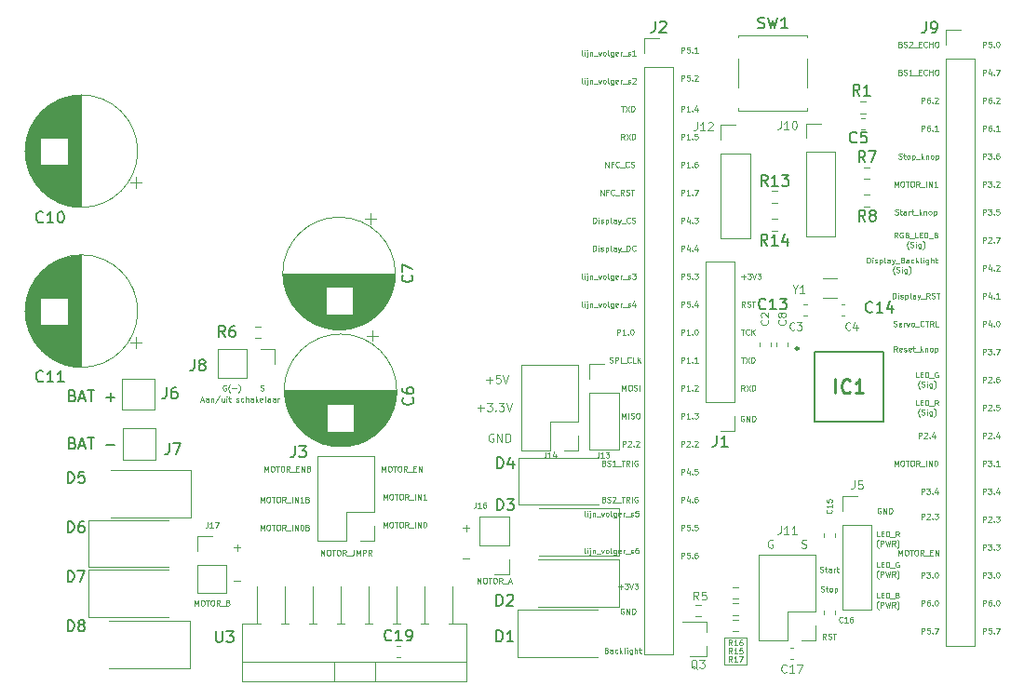
<source format=gbr>
G04 #@! TF.GenerationSoftware,KiCad,Pcbnew,5.1.9*
G04 #@! TF.CreationDate,2021-04-04T11:54:02+02:00*
G04 #@! TF.ProjectId,Robot volledig,526f626f-7420-4766-9f6c-6c656469672e,rev?*
G04 #@! TF.SameCoordinates,Original*
G04 #@! TF.FileFunction,Legend,Top*
G04 #@! TF.FilePolarity,Positive*
%FSLAX46Y46*%
G04 Gerber Fmt 4.6, Leading zero omitted, Abs format (unit mm)*
G04 Created by KiCad (PCBNEW 5.1.9) date 2021-04-04 11:54:02*
%MOMM*%
%LPD*%
G01*
G04 APERTURE LIST*
%ADD10C,0.100000*%
%ADD11C,0.150000*%
%ADD12C,0.120000*%
%ADD13C,0.200000*%
%ADD14C,0.250000*%
%ADD15C,0.254000*%
%ADD16C,0.125000*%
G04 APERTURE END LIST*
D10*
X160464571Y-104019000D02*
X160393142Y-103983285D01*
X160286000Y-103983285D01*
X160178857Y-104019000D01*
X160107428Y-104090428D01*
X160071714Y-104161857D01*
X160036000Y-104304714D01*
X160036000Y-104411857D01*
X160071714Y-104554714D01*
X160107428Y-104626142D01*
X160178857Y-104697571D01*
X160286000Y-104733285D01*
X160357428Y-104733285D01*
X160464571Y-104697571D01*
X160500285Y-104661857D01*
X160500285Y-104411857D01*
X160357428Y-104411857D01*
X160821714Y-104733285D02*
X160821714Y-103983285D01*
X161250285Y-104733285D01*
X161250285Y-103983285D01*
X161607428Y-104733285D02*
X161607428Y-103983285D01*
X161786000Y-103983285D01*
X161893142Y-104019000D01*
X161964571Y-104090428D01*
X162000285Y-104161857D01*
X162036000Y-104304714D01*
X162036000Y-104411857D01*
X162000285Y-104554714D01*
X161964571Y-104626142D01*
X161893142Y-104697571D01*
X161786000Y-104733285D01*
X161607428Y-104733285D01*
X159028000Y-101653571D02*
X159599428Y-101653571D01*
X159313714Y-101939285D02*
X159313714Y-101367857D01*
X159885142Y-101189285D02*
X160349428Y-101189285D01*
X160099428Y-101475000D01*
X160206571Y-101475000D01*
X160278000Y-101510714D01*
X160313714Y-101546428D01*
X160349428Y-101617857D01*
X160349428Y-101796428D01*
X160313714Y-101867857D01*
X160278000Y-101903571D01*
X160206571Y-101939285D01*
X159992285Y-101939285D01*
X159920857Y-101903571D01*
X159885142Y-101867857D01*
X160670857Y-101867857D02*
X160706571Y-101903571D01*
X160670857Y-101939285D01*
X160635142Y-101903571D01*
X160670857Y-101867857D01*
X160670857Y-101939285D01*
X160956571Y-101189285D02*
X161420857Y-101189285D01*
X161170857Y-101475000D01*
X161278000Y-101475000D01*
X161349428Y-101510714D01*
X161385142Y-101546428D01*
X161420857Y-101617857D01*
X161420857Y-101796428D01*
X161385142Y-101867857D01*
X161349428Y-101903571D01*
X161278000Y-101939285D01*
X161063714Y-101939285D01*
X160992285Y-101903571D01*
X160956571Y-101867857D01*
X161635142Y-101189285D02*
X161885142Y-101939285D01*
X162135142Y-101189285D01*
X159817714Y-99113571D02*
X160389142Y-99113571D01*
X160103428Y-99399285D02*
X160103428Y-98827857D01*
X161103428Y-98649285D02*
X160746285Y-98649285D01*
X160710571Y-99006428D01*
X160746285Y-98970714D01*
X160817714Y-98935000D01*
X160996285Y-98935000D01*
X161067714Y-98970714D01*
X161103428Y-99006428D01*
X161139142Y-99077857D01*
X161139142Y-99256428D01*
X161103428Y-99327857D01*
X161067714Y-99363571D01*
X160996285Y-99399285D01*
X160817714Y-99399285D01*
X160746285Y-99363571D01*
X160710571Y-99327857D01*
X161353428Y-98649285D02*
X161603428Y-99399285D01*
X161853428Y-98649285D01*
X133302571Y-119606190D02*
X133302571Y-119106190D01*
X133469238Y-119463333D01*
X133635904Y-119106190D01*
X133635904Y-119606190D01*
X133969238Y-119106190D02*
X134064476Y-119106190D01*
X134112095Y-119130000D01*
X134159714Y-119177619D01*
X134183523Y-119272857D01*
X134183523Y-119439523D01*
X134159714Y-119534761D01*
X134112095Y-119582380D01*
X134064476Y-119606190D01*
X133969238Y-119606190D01*
X133921619Y-119582380D01*
X133874000Y-119534761D01*
X133850190Y-119439523D01*
X133850190Y-119272857D01*
X133874000Y-119177619D01*
X133921619Y-119130000D01*
X133969238Y-119106190D01*
X134326380Y-119106190D02*
X134612095Y-119106190D01*
X134469238Y-119606190D02*
X134469238Y-119106190D01*
X134874000Y-119106190D02*
X134969238Y-119106190D01*
X135016857Y-119130000D01*
X135064476Y-119177619D01*
X135088285Y-119272857D01*
X135088285Y-119439523D01*
X135064476Y-119534761D01*
X135016857Y-119582380D01*
X134969238Y-119606190D01*
X134874000Y-119606190D01*
X134826380Y-119582380D01*
X134778761Y-119534761D01*
X134754952Y-119439523D01*
X134754952Y-119272857D01*
X134778761Y-119177619D01*
X134826380Y-119130000D01*
X134874000Y-119106190D01*
X135588285Y-119606190D02*
X135421619Y-119368095D01*
X135302571Y-119606190D02*
X135302571Y-119106190D01*
X135493047Y-119106190D01*
X135540666Y-119130000D01*
X135564476Y-119153809D01*
X135588285Y-119201428D01*
X135588285Y-119272857D01*
X135564476Y-119320476D01*
X135540666Y-119344285D01*
X135493047Y-119368095D01*
X135302571Y-119368095D01*
X135683523Y-119653809D02*
X136064476Y-119653809D01*
X136350190Y-119344285D02*
X136421619Y-119368095D01*
X136445428Y-119391904D01*
X136469238Y-119439523D01*
X136469238Y-119510952D01*
X136445428Y-119558571D01*
X136421619Y-119582380D01*
X136374000Y-119606190D01*
X136183523Y-119606190D01*
X136183523Y-119106190D01*
X136350190Y-119106190D01*
X136397809Y-119130000D01*
X136421619Y-119153809D01*
X136445428Y-119201428D01*
X136445428Y-119249047D01*
X136421619Y-119296666D01*
X136397809Y-119320476D01*
X136350190Y-119344285D01*
X136183523Y-119344285D01*
X158992285Y-117574190D02*
X158992285Y-117074190D01*
X159158952Y-117431333D01*
X159325619Y-117074190D01*
X159325619Y-117574190D01*
X159658952Y-117074190D02*
X159754190Y-117074190D01*
X159801809Y-117098000D01*
X159849428Y-117145619D01*
X159873238Y-117240857D01*
X159873238Y-117407523D01*
X159849428Y-117502761D01*
X159801809Y-117550380D01*
X159754190Y-117574190D01*
X159658952Y-117574190D01*
X159611333Y-117550380D01*
X159563714Y-117502761D01*
X159539904Y-117407523D01*
X159539904Y-117240857D01*
X159563714Y-117145619D01*
X159611333Y-117098000D01*
X159658952Y-117074190D01*
X160016095Y-117074190D02*
X160301809Y-117074190D01*
X160158952Y-117574190D02*
X160158952Y-117074190D01*
X160563714Y-117074190D02*
X160658952Y-117074190D01*
X160706571Y-117098000D01*
X160754190Y-117145619D01*
X160778000Y-117240857D01*
X160778000Y-117407523D01*
X160754190Y-117502761D01*
X160706571Y-117550380D01*
X160658952Y-117574190D01*
X160563714Y-117574190D01*
X160516095Y-117550380D01*
X160468476Y-117502761D01*
X160444666Y-117407523D01*
X160444666Y-117240857D01*
X160468476Y-117145619D01*
X160516095Y-117098000D01*
X160563714Y-117074190D01*
X161278000Y-117574190D02*
X161111333Y-117336095D01*
X160992285Y-117574190D02*
X160992285Y-117074190D01*
X161182761Y-117074190D01*
X161230380Y-117098000D01*
X161254190Y-117121809D01*
X161278000Y-117169428D01*
X161278000Y-117240857D01*
X161254190Y-117288476D01*
X161230380Y-117312285D01*
X161182761Y-117336095D01*
X160992285Y-117336095D01*
X161373238Y-117621809D02*
X161754190Y-117621809D01*
X161849428Y-117431333D02*
X162087523Y-117431333D01*
X161801809Y-117574190D02*
X161968476Y-117074190D01*
X162135142Y-117574190D01*
X157702285Y-115369571D02*
X158273714Y-115369571D01*
X157702285Y-112575571D02*
X158273714Y-112575571D01*
X157988000Y-112861285D02*
X157988000Y-112289857D01*
X136874285Y-117401571D02*
X137445714Y-117401571D01*
X136874285Y-114353571D02*
X137445714Y-114353571D01*
X137160000Y-114639285D02*
X137160000Y-114067857D01*
X144768380Y-115034190D02*
X144768380Y-114534190D01*
X144935047Y-114891333D01*
X145101714Y-114534190D01*
X145101714Y-115034190D01*
X145435047Y-114534190D02*
X145530285Y-114534190D01*
X145577904Y-114558000D01*
X145625523Y-114605619D01*
X145649333Y-114700857D01*
X145649333Y-114867523D01*
X145625523Y-114962761D01*
X145577904Y-115010380D01*
X145530285Y-115034190D01*
X145435047Y-115034190D01*
X145387428Y-115010380D01*
X145339809Y-114962761D01*
X145316000Y-114867523D01*
X145316000Y-114700857D01*
X145339809Y-114605619D01*
X145387428Y-114558000D01*
X145435047Y-114534190D01*
X145792190Y-114534190D02*
X146077904Y-114534190D01*
X145935047Y-115034190D02*
X145935047Y-114534190D01*
X146339809Y-114534190D02*
X146435047Y-114534190D01*
X146482666Y-114558000D01*
X146530285Y-114605619D01*
X146554095Y-114700857D01*
X146554095Y-114867523D01*
X146530285Y-114962761D01*
X146482666Y-115010380D01*
X146435047Y-115034190D01*
X146339809Y-115034190D01*
X146292190Y-115010380D01*
X146244571Y-114962761D01*
X146220761Y-114867523D01*
X146220761Y-114700857D01*
X146244571Y-114605619D01*
X146292190Y-114558000D01*
X146339809Y-114534190D01*
X147054095Y-115034190D02*
X146887428Y-114796095D01*
X146768380Y-115034190D02*
X146768380Y-114534190D01*
X146958857Y-114534190D01*
X147006476Y-114558000D01*
X147030285Y-114581809D01*
X147054095Y-114629428D01*
X147054095Y-114700857D01*
X147030285Y-114748476D01*
X147006476Y-114772285D01*
X146958857Y-114796095D01*
X146768380Y-114796095D01*
X147149333Y-115081809D02*
X147530285Y-115081809D01*
X147792190Y-114534190D02*
X147792190Y-114891333D01*
X147768380Y-114962761D01*
X147720761Y-115010380D01*
X147649333Y-115034190D01*
X147601714Y-115034190D01*
X148030285Y-115034190D02*
X148030285Y-114534190D01*
X148196952Y-114891333D01*
X148363619Y-114534190D01*
X148363619Y-115034190D01*
X148601714Y-115034190D02*
X148601714Y-114534190D01*
X148792190Y-114534190D01*
X148839809Y-114558000D01*
X148863619Y-114581809D01*
X148887428Y-114629428D01*
X148887428Y-114700857D01*
X148863619Y-114748476D01*
X148839809Y-114772285D01*
X148792190Y-114796095D01*
X148601714Y-114796095D01*
X149387428Y-115034190D02*
X149220761Y-114796095D01*
X149101714Y-115034190D02*
X149101714Y-114534190D01*
X149292190Y-114534190D01*
X149339809Y-114558000D01*
X149363619Y-114581809D01*
X149387428Y-114629428D01*
X149387428Y-114700857D01*
X149363619Y-114748476D01*
X149339809Y-114772285D01*
X149292190Y-114796095D01*
X149101714Y-114796095D01*
X139287523Y-112748190D02*
X139287523Y-112248190D01*
X139454190Y-112605333D01*
X139620857Y-112248190D01*
X139620857Y-112748190D01*
X139954190Y-112248190D02*
X140049428Y-112248190D01*
X140097047Y-112272000D01*
X140144666Y-112319619D01*
X140168476Y-112414857D01*
X140168476Y-112581523D01*
X140144666Y-112676761D01*
X140097047Y-112724380D01*
X140049428Y-112748190D01*
X139954190Y-112748190D01*
X139906571Y-112724380D01*
X139858952Y-112676761D01*
X139835142Y-112581523D01*
X139835142Y-112414857D01*
X139858952Y-112319619D01*
X139906571Y-112272000D01*
X139954190Y-112248190D01*
X140311333Y-112248190D02*
X140597047Y-112248190D01*
X140454190Y-112748190D02*
X140454190Y-112248190D01*
X140858952Y-112248190D02*
X140954190Y-112248190D01*
X141001809Y-112272000D01*
X141049428Y-112319619D01*
X141073238Y-112414857D01*
X141073238Y-112581523D01*
X141049428Y-112676761D01*
X141001809Y-112724380D01*
X140954190Y-112748190D01*
X140858952Y-112748190D01*
X140811333Y-112724380D01*
X140763714Y-112676761D01*
X140739904Y-112581523D01*
X140739904Y-112414857D01*
X140763714Y-112319619D01*
X140811333Y-112272000D01*
X140858952Y-112248190D01*
X141573238Y-112748190D02*
X141406571Y-112510095D01*
X141287523Y-112748190D02*
X141287523Y-112248190D01*
X141478000Y-112248190D01*
X141525619Y-112272000D01*
X141549428Y-112295809D01*
X141573238Y-112343428D01*
X141573238Y-112414857D01*
X141549428Y-112462476D01*
X141525619Y-112486285D01*
X141478000Y-112510095D01*
X141287523Y-112510095D01*
X141668476Y-112795809D02*
X142049428Y-112795809D01*
X142168476Y-112748190D02*
X142168476Y-112248190D01*
X142406571Y-112748190D02*
X142406571Y-112248190D01*
X142692285Y-112748190D01*
X142692285Y-112248190D01*
X143025619Y-112248190D02*
X143073238Y-112248190D01*
X143120857Y-112272000D01*
X143144666Y-112295809D01*
X143168476Y-112343428D01*
X143192285Y-112438666D01*
X143192285Y-112557714D01*
X143168476Y-112652952D01*
X143144666Y-112700571D01*
X143120857Y-112724380D01*
X143073238Y-112748190D01*
X143025619Y-112748190D01*
X142978000Y-112724380D01*
X142954190Y-112700571D01*
X142930380Y-112652952D01*
X142906571Y-112557714D01*
X142906571Y-112438666D01*
X142930380Y-112343428D01*
X142954190Y-112295809D01*
X142978000Y-112272000D01*
X143025619Y-112248190D01*
X143573238Y-112486285D02*
X143644666Y-112510095D01*
X143668476Y-112533904D01*
X143692285Y-112581523D01*
X143692285Y-112652952D01*
X143668476Y-112700571D01*
X143644666Y-112724380D01*
X143597047Y-112748190D01*
X143406571Y-112748190D01*
X143406571Y-112248190D01*
X143573238Y-112248190D01*
X143620857Y-112272000D01*
X143644666Y-112295809D01*
X143668476Y-112343428D01*
X143668476Y-112391047D01*
X143644666Y-112438666D01*
X143620857Y-112462476D01*
X143573238Y-112486285D01*
X143406571Y-112486285D01*
X139287523Y-110208190D02*
X139287523Y-109708190D01*
X139454190Y-110065333D01*
X139620857Y-109708190D01*
X139620857Y-110208190D01*
X139954190Y-109708190D02*
X140049428Y-109708190D01*
X140097047Y-109732000D01*
X140144666Y-109779619D01*
X140168476Y-109874857D01*
X140168476Y-110041523D01*
X140144666Y-110136761D01*
X140097047Y-110184380D01*
X140049428Y-110208190D01*
X139954190Y-110208190D01*
X139906571Y-110184380D01*
X139858952Y-110136761D01*
X139835142Y-110041523D01*
X139835142Y-109874857D01*
X139858952Y-109779619D01*
X139906571Y-109732000D01*
X139954190Y-109708190D01*
X140311333Y-109708190D02*
X140597047Y-109708190D01*
X140454190Y-110208190D02*
X140454190Y-109708190D01*
X140858952Y-109708190D02*
X140954190Y-109708190D01*
X141001809Y-109732000D01*
X141049428Y-109779619D01*
X141073238Y-109874857D01*
X141073238Y-110041523D01*
X141049428Y-110136761D01*
X141001809Y-110184380D01*
X140954190Y-110208190D01*
X140858952Y-110208190D01*
X140811333Y-110184380D01*
X140763714Y-110136761D01*
X140739904Y-110041523D01*
X140739904Y-109874857D01*
X140763714Y-109779619D01*
X140811333Y-109732000D01*
X140858952Y-109708190D01*
X141573238Y-110208190D02*
X141406571Y-109970095D01*
X141287523Y-110208190D02*
X141287523Y-109708190D01*
X141478000Y-109708190D01*
X141525619Y-109732000D01*
X141549428Y-109755809D01*
X141573238Y-109803428D01*
X141573238Y-109874857D01*
X141549428Y-109922476D01*
X141525619Y-109946285D01*
X141478000Y-109970095D01*
X141287523Y-109970095D01*
X141668476Y-110255809D02*
X142049428Y-110255809D01*
X142168476Y-110208190D02*
X142168476Y-109708190D01*
X142406571Y-110208190D02*
X142406571Y-109708190D01*
X142692285Y-110208190D01*
X142692285Y-109708190D01*
X143192285Y-110208190D02*
X142906571Y-110208190D01*
X143049428Y-110208190D02*
X143049428Y-109708190D01*
X143001809Y-109779619D01*
X142954190Y-109827238D01*
X142906571Y-109851047D01*
X143573238Y-109946285D02*
X143644666Y-109970095D01*
X143668476Y-109993904D01*
X143692285Y-110041523D01*
X143692285Y-110112952D01*
X143668476Y-110160571D01*
X143644666Y-110184380D01*
X143597047Y-110208190D01*
X143406571Y-110208190D01*
X143406571Y-109708190D01*
X143573238Y-109708190D01*
X143620857Y-109732000D01*
X143644666Y-109755809D01*
X143668476Y-109803428D01*
X143668476Y-109851047D01*
X143644666Y-109898666D01*
X143620857Y-109922476D01*
X143573238Y-109946285D01*
X143406571Y-109946285D01*
X139672476Y-107414190D02*
X139672476Y-106914190D01*
X139839142Y-107271333D01*
X140005809Y-106914190D01*
X140005809Y-107414190D01*
X140339142Y-106914190D02*
X140434380Y-106914190D01*
X140482000Y-106938000D01*
X140529619Y-106985619D01*
X140553428Y-107080857D01*
X140553428Y-107247523D01*
X140529619Y-107342761D01*
X140482000Y-107390380D01*
X140434380Y-107414190D01*
X140339142Y-107414190D01*
X140291523Y-107390380D01*
X140243904Y-107342761D01*
X140220095Y-107247523D01*
X140220095Y-107080857D01*
X140243904Y-106985619D01*
X140291523Y-106938000D01*
X140339142Y-106914190D01*
X140696285Y-106914190D02*
X140982000Y-106914190D01*
X140839142Y-107414190D02*
X140839142Y-106914190D01*
X141243904Y-106914190D02*
X141339142Y-106914190D01*
X141386761Y-106938000D01*
X141434380Y-106985619D01*
X141458190Y-107080857D01*
X141458190Y-107247523D01*
X141434380Y-107342761D01*
X141386761Y-107390380D01*
X141339142Y-107414190D01*
X141243904Y-107414190D01*
X141196285Y-107390380D01*
X141148666Y-107342761D01*
X141124857Y-107247523D01*
X141124857Y-107080857D01*
X141148666Y-106985619D01*
X141196285Y-106938000D01*
X141243904Y-106914190D01*
X141958190Y-107414190D02*
X141791523Y-107176095D01*
X141672476Y-107414190D02*
X141672476Y-106914190D01*
X141862952Y-106914190D01*
X141910571Y-106938000D01*
X141934380Y-106961809D01*
X141958190Y-107009428D01*
X141958190Y-107080857D01*
X141934380Y-107128476D01*
X141910571Y-107152285D01*
X141862952Y-107176095D01*
X141672476Y-107176095D01*
X142053428Y-107461809D02*
X142434380Y-107461809D01*
X142553428Y-107152285D02*
X142720095Y-107152285D01*
X142791523Y-107414190D02*
X142553428Y-107414190D01*
X142553428Y-106914190D01*
X142791523Y-106914190D01*
X143005809Y-107414190D02*
X143005809Y-106914190D01*
X143291523Y-107414190D01*
X143291523Y-106914190D01*
X143696285Y-107152285D02*
X143767714Y-107176095D01*
X143791523Y-107199904D01*
X143815333Y-107247523D01*
X143815333Y-107318952D01*
X143791523Y-107366571D01*
X143767714Y-107390380D01*
X143720095Y-107414190D01*
X143529619Y-107414190D01*
X143529619Y-106914190D01*
X143696285Y-106914190D01*
X143743904Y-106938000D01*
X143767714Y-106961809D01*
X143791523Y-107009428D01*
X143791523Y-107057047D01*
X143767714Y-107104666D01*
X143743904Y-107128476D01*
X143696285Y-107152285D01*
X143529619Y-107152285D01*
X150459523Y-112494190D02*
X150459523Y-111994190D01*
X150626190Y-112351333D01*
X150792857Y-111994190D01*
X150792857Y-112494190D01*
X151126190Y-111994190D02*
X151221428Y-111994190D01*
X151269047Y-112018000D01*
X151316666Y-112065619D01*
X151340476Y-112160857D01*
X151340476Y-112327523D01*
X151316666Y-112422761D01*
X151269047Y-112470380D01*
X151221428Y-112494190D01*
X151126190Y-112494190D01*
X151078571Y-112470380D01*
X151030952Y-112422761D01*
X151007142Y-112327523D01*
X151007142Y-112160857D01*
X151030952Y-112065619D01*
X151078571Y-112018000D01*
X151126190Y-111994190D01*
X151483333Y-111994190D02*
X151769047Y-111994190D01*
X151626190Y-112494190D02*
X151626190Y-111994190D01*
X152030952Y-111994190D02*
X152126190Y-111994190D01*
X152173809Y-112018000D01*
X152221428Y-112065619D01*
X152245238Y-112160857D01*
X152245238Y-112327523D01*
X152221428Y-112422761D01*
X152173809Y-112470380D01*
X152126190Y-112494190D01*
X152030952Y-112494190D01*
X151983333Y-112470380D01*
X151935714Y-112422761D01*
X151911904Y-112327523D01*
X151911904Y-112160857D01*
X151935714Y-112065619D01*
X151983333Y-112018000D01*
X152030952Y-111994190D01*
X152745238Y-112494190D02*
X152578571Y-112256095D01*
X152459523Y-112494190D02*
X152459523Y-111994190D01*
X152650000Y-111994190D01*
X152697619Y-112018000D01*
X152721428Y-112041809D01*
X152745238Y-112089428D01*
X152745238Y-112160857D01*
X152721428Y-112208476D01*
X152697619Y-112232285D01*
X152650000Y-112256095D01*
X152459523Y-112256095D01*
X152840476Y-112541809D02*
X153221428Y-112541809D01*
X153340476Y-112494190D02*
X153340476Y-111994190D01*
X153578571Y-112494190D02*
X153578571Y-111994190D01*
X153864285Y-112494190D01*
X153864285Y-111994190D01*
X154197619Y-111994190D02*
X154245238Y-111994190D01*
X154292857Y-112018000D01*
X154316666Y-112041809D01*
X154340476Y-112089428D01*
X154364285Y-112184666D01*
X154364285Y-112303714D01*
X154340476Y-112398952D01*
X154316666Y-112446571D01*
X154292857Y-112470380D01*
X154245238Y-112494190D01*
X154197619Y-112494190D01*
X154150000Y-112470380D01*
X154126190Y-112446571D01*
X154102380Y-112398952D01*
X154078571Y-112303714D01*
X154078571Y-112184666D01*
X154102380Y-112089428D01*
X154126190Y-112041809D01*
X154150000Y-112018000D01*
X154197619Y-111994190D01*
X150459523Y-109954190D02*
X150459523Y-109454190D01*
X150626190Y-109811333D01*
X150792857Y-109454190D01*
X150792857Y-109954190D01*
X151126190Y-109454190D02*
X151221428Y-109454190D01*
X151269047Y-109478000D01*
X151316666Y-109525619D01*
X151340476Y-109620857D01*
X151340476Y-109787523D01*
X151316666Y-109882761D01*
X151269047Y-109930380D01*
X151221428Y-109954190D01*
X151126190Y-109954190D01*
X151078571Y-109930380D01*
X151030952Y-109882761D01*
X151007142Y-109787523D01*
X151007142Y-109620857D01*
X151030952Y-109525619D01*
X151078571Y-109478000D01*
X151126190Y-109454190D01*
X151483333Y-109454190D02*
X151769047Y-109454190D01*
X151626190Y-109954190D02*
X151626190Y-109454190D01*
X152030952Y-109454190D02*
X152126190Y-109454190D01*
X152173809Y-109478000D01*
X152221428Y-109525619D01*
X152245238Y-109620857D01*
X152245238Y-109787523D01*
X152221428Y-109882761D01*
X152173809Y-109930380D01*
X152126190Y-109954190D01*
X152030952Y-109954190D01*
X151983333Y-109930380D01*
X151935714Y-109882761D01*
X151911904Y-109787523D01*
X151911904Y-109620857D01*
X151935714Y-109525619D01*
X151983333Y-109478000D01*
X152030952Y-109454190D01*
X152745238Y-109954190D02*
X152578571Y-109716095D01*
X152459523Y-109954190D02*
X152459523Y-109454190D01*
X152650000Y-109454190D01*
X152697619Y-109478000D01*
X152721428Y-109501809D01*
X152745238Y-109549428D01*
X152745238Y-109620857D01*
X152721428Y-109668476D01*
X152697619Y-109692285D01*
X152650000Y-109716095D01*
X152459523Y-109716095D01*
X152840476Y-110001809D02*
X153221428Y-110001809D01*
X153340476Y-109954190D02*
X153340476Y-109454190D01*
X153578571Y-109954190D02*
X153578571Y-109454190D01*
X153864285Y-109954190D01*
X153864285Y-109454190D01*
X154364285Y-109954190D02*
X154078571Y-109954190D01*
X154221428Y-109954190D02*
X154221428Y-109454190D01*
X154173809Y-109525619D01*
X154126190Y-109573238D01*
X154078571Y-109597047D01*
X150336476Y-107414190D02*
X150336476Y-106914190D01*
X150503142Y-107271333D01*
X150669809Y-106914190D01*
X150669809Y-107414190D01*
X151003142Y-106914190D02*
X151098380Y-106914190D01*
X151146000Y-106938000D01*
X151193619Y-106985619D01*
X151217428Y-107080857D01*
X151217428Y-107247523D01*
X151193619Y-107342761D01*
X151146000Y-107390380D01*
X151098380Y-107414190D01*
X151003142Y-107414190D01*
X150955523Y-107390380D01*
X150907904Y-107342761D01*
X150884095Y-107247523D01*
X150884095Y-107080857D01*
X150907904Y-106985619D01*
X150955523Y-106938000D01*
X151003142Y-106914190D01*
X151360285Y-106914190D02*
X151646000Y-106914190D01*
X151503142Y-107414190D02*
X151503142Y-106914190D01*
X151907904Y-106914190D02*
X152003142Y-106914190D01*
X152050761Y-106938000D01*
X152098380Y-106985619D01*
X152122190Y-107080857D01*
X152122190Y-107247523D01*
X152098380Y-107342761D01*
X152050761Y-107390380D01*
X152003142Y-107414190D01*
X151907904Y-107414190D01*
X151860285Y-107390380D01*
X151812666Y-107342761D01*
X151788857Y-107247523D01*
X151788857Y-107080857D01*
X151812666Y-106985619D01*
X151860285Y-106938000D01*
X151907904Y-106914190D01*
X152622190Y-107414190D02*
X152455523Y-107176095D01*
X152336476Y-107414190D02*
X152336476Y-106914190D01*
X152526952Y-106914190D01*
X152574571Y-106938000D01*
X152598380Y-106961809D01*
X152622190Y-107009428D01*
X152622190Y-107080857D01*
X152598380Y-107128476D01*
X152574571Y-107152285D01*
X152526952Y-107176095D01*
X152336476Y-107176095D01*
X152717428Y-107461809D02*
X153098380Y-107461809D01*
X153217428Y-107152285D02*
X153384095Y-107152285D01*
X153455523Y-107414190D02*
X153217428Y-107414190D01*
X153217428Y-106914190D01*
X153455523Y-106914190D01*
X153669809Y-107414190D02*
X153669809Y-106914190D01*
X153955523Y-107414190D01*
X153955523Y-106914190D01*
X190734190Y-122654190D02*
X190567523Y-122416095D01*
X190448476Y-122654190D02*
X190448476Y-122154190D01*
X190638952Y-122154190D01*
X190686571Y-122178000D01*
X190710380Y-122201809D01*
X190734190Y-122249428D01*
X190734190Y-122320857D01*
X190710380Y-122368476D01*
X190686571Y-122392285D01*
X190638952Y-122416095D01*
X190448476Y-122416095D01*
X190924666Y-122630380D02*
X190996095Y-122654190D01*
X191115142Y-122654190D01*
X191162761Y-122630380D01*
X191186571Y-122606571D01*
X191210380Y-122558952D01*
X191210380Y-122511333D01*
X191186571Y-122463714D01*
X191162761Y-122439904D01*
X191115142Y-122416095D01*
X191019904Y-122392285D01*
X190972285Y-122368476D01*
X190948476Y-122344666D01*
X190924666Y-122297047D01*
X190924666Y-122249428D01*
X190948476Y-122201809D01*
X190972285Y-122178000D01*
X191019904Y-122154190D01*
X191138952Y-122154190D01*
X191210380Y-122178000D01*
X191353238Y-122154190D02*
X191638952Y-122154190D01*
X191496095Y-122654190D02*
X191496095Y-122154190D01*
X190269904Y-118312380D02*
X190341333Y-118336190D01*
X190460380Y-118336190D01*
X190508000Y-118312380D01*
X190531809Y-118288571D01*
X190555619Y-118240952D01*
X190555619Y-118193333D01*
X190531809Y-118145714D01*
X190508000Y-118121904D01*
X190460380Y-118098095D01*
X190365142Y-118074285D01*
X190317523Y-118050476D01*
X190293714Y-118026666D01*
X190269904Y-117979047D01*
X190269904Y-117931428D01*
X190293714Y-117883809D01*
X190317523Y-117860000D01*
X190365142Y-117836190D01*
X190484190Y-117836190D01*
X190555619Y-117860000D01*
X190698476Y-118002857D02*
X190888952Y-118002857D01*
X190769904Y-117836190D02*
X190769904Y-118264761D01*
X190793714Y-118312380D01*
X190841333Y-118336190D01*
X190888952Y-118336190D01*
X191127047Y-118336190D02*
X191079428Y-118312380D01*
X191055619Y-118288571D01*
X191031809Y-118240952D01*
X191031809Y-118098095D01*
X191055619Y-118050476D01*
X191079428Y-118026666D01*
X191127047Y-118002857D01*
X191198476Y-118002857D01*
X191246095Y-118026666D01*
X191269904Y-118050476D01*
X191293714Y-118098095D01*
X191293714Y-118240952D01*
X191269904Y-118288571D01*
X191246095Y-118312380D01*
X191198476Y-118336190D01*
X191127047Y-118336190D01*
X191508000Y-118002857D02*
X191508000Y-118502857D01*
X191508000Y-118026666D02*
X191555619Y-118002857D01*
X191650857Y-118002857D01*
X191698476Y-118026666D01*
X191722285Y-118050476D01*
X191746095Y-118098095D01*
X191746095Y-118240952D01*
X191722285Y-118288571D01*
X191698476Y-118312380D01*
X191650857Y-118336190D01*
X191555619Y-118336190D01*
X191508000Y-118312380D01*
X190198476Y-116534380D02*
X190269904Y-116558190D01*
X190388952Y-116558190D01*
X190436571Y-116534380D01*
X190460380Y-116510571D01*
X190484190Y-116462952D01*
X190484190Y-116415333D01*
X190460380Y-116367714D01*
X190436571Y-116343904D01*
X190388952Y-116320095D01*
X190293714Y-116296285D01*
X190246095Y-116272476D01*
X190222285Y-116248666D01*
X190198476Y-116201047D01*
X190198476Y-116153428D01*
X190222285Y-116105809D01*
X190246095Y-116082000D01*
X190293714Y-116058190D01*
X190412761Y-116058190D01*
X190484190Y-116082000D01*
X190627047Y-116224857D02*
X190817523Y-116224857D01*
X190698476Y-116058190D02*
X190698476Y-116486761D01*
X190722285Y-116534380D01*
X190769904Y-116558190D01*
X190817523Y-116558190D01*
X191198476Y-116558190D02*
X191198476Y-116296285D01*
X191174666Y-116248666D01*
X191127047Y-116224857D01*
X191031809Y-116224857D01*
X190984190Y-116248666D01*
X191198476Y-116534380D02*
X191150857Y-116558190D01*
X191031809Y-116558190D01*
X190984190Y-116534380D01*
X190960380Y-116486761D01*
X190960380Y-116439142D01*
X190984190Y-116391523D01*
X191031809Y-116367714D01*
X191150857Y-116367714D01*
X191198476Y-116343904D01*
X191436571Y-116558190D02*
X191436571Y-116224857D01*
X191436571Y-116320095D02*
X191460380Y-116272476D01*
X191484190Y-116248666D01*
X191531809Y-116224857D01*
X191579428Y-116224857D01*
X191674666Y-116224857D02*
X191865142Y-116224857D01*
X191746095Y-116058190D02*
X191746095Y-116486761D01*
X191769904Y-116534380D01*
X191817523Y-116558190D01*
X191865142Y-116558190D01*
X188507714Y-114349571D02*
X188614857Y-114385285D01*
X188793428Y-114385285D01*
X188864857Y-114349571D01*
X188900571Y-114313857D01*
X188936285Y-114242428D01*
X188936285Y-114171000D01*
X188900571Y-114099571D01*
X188864857Y-114063857D01*
X188793428Y-114028142D01*
X188650571Y-113992428D01*
X188579142Y-113956714D01*
X188543428Y-113921000D01*
X188507714Y-113849571D01*
X188507714Y-113778142D01*
X188543428Y-113706714D01*
X188579142Y-113671000D01*
X188650571Y-113635285D01*
X188829142Y-113635285D01*
X188936285Y-113671000D01*
X185870428Y-113671000D02*
X185799000Y-113635285D01*
X185691857Y-113635285D01*
X185584714Y-113671000D01*
X185513285Y-113742428D01*
X185477571Y-113813857D01*
X185441857Y-113956714D01*
X185441857Y-114063857D01*
X185477571Y-114206714D01*
X185513285Y-114278142D01*
X185584714Y-114349571D01*
X185691857Y-114385285D01*
X185763285Y-114385285D01*
X185870428Y-114349571D01*
X185906142Y-114313857D01*
X185906142Y-114063857D01*
X185763285Y-114063857D01*
X195580095Y-118927190D02*
X195342000Y-118927190D01*
X195342000Y-118427190D01*
X195746761Y-118665285D02*
X195913428Y-118665285D01*
X195984857Y-118927190D02*
X195746761Y-118927190D01*
X195746761Y-118427190D01*
X195984857Y-118427190D01*
X196199142Y-118927190D02*
X196199142Y-118427190D01*
X196318190Y-118427190D01*
X196389619Y-118451000D01*
X196437238Y-118498619D01*
X196461047Y-118546238D01*
X196484857Y-118641476D01*
X196484857Y-118712904D01*
X196461047Y-118808142D01*
X196437238Y-118855761D01*
X196389619Y-118903380D01*
X196318190Y-118927190D01*
X196199142Y-118927190D01*
X196580095Y-118974809D02*
X196961047Y-118974809D01*
X197246761Y-118665285D02*
X197318190Y-118689095D01*
X197342000Y-118712904D01*
X197365809Y-118760523D01*
X197365809Y-118831952D01*
X197342000Y-118879571D01*
X197318190Y-118903380D01*
X197270571Y-118927190D01*
X197080095Y-118927190D01*
X197080095Y-118427190D01*
X197246761Y-118427190D01*
X197294380Y-118451000D01*
X197318190Y-118474809D01*
X197342000Y-118522428D01*
X197342000Y-118570047D01*
X197318190Y-118617666D01*
X197294380Y-118641476D01*
X197246761Y-118665285D01*
X197080095Y-118665285D01*
X195484857Y-119967666D02*
X195461047Y-119943857D01*
X195413428Y-119872428D01*
X195389619Y-119824809D01*
X195365809Y-119753380D01*
X195342000Y-119634333D01*
X195342000Y-119539095D01*
X195365809Y-119420047D01*
X195389619Y-119348619D01*
X195413428Y-119301000D01*
X195461047Y-119229571D01*
X195484857Y-119205761D01*
X195675333Y-119777190D02*
X195675333Y-119277190D01*
X195865809Y-119277190D01*
X195913428Y-119301000D01*
X195937238Y-119324809D01*
X195961047Y-119372428D01*
X195961047Y-119443857D01*
X195937238Y-119491476D01*
X195913428Y-119515285D01*
X195865809Y-119539095D01*
X195675333Y-119539095D01*
X196127714Y-119277190D02*
X196246761Y-119777190D01*
X196342000Y-119420047D01*
X196437238Y-119777190D01*
X196556285Y-119277190D01*
X197032476Y-119777190D02*
X196865809Y-119539095D01*
X196746761Y-119777190D02*
X196746761Y-119277190D01*
X196937238Y-119277190D01*
X196984857Y-119301000D01*
X197008666Y-119324809D01*
X197032476Y-119372428D01*
X197032476Y-119443857D01*
X197008666Y-119491476D01*
X196984857Y-119515285D01*
X196937238Y-119539095D01*
X196746761Y-119539095D01*
X197199142Y-119967666D02*
X197222952Y-119943857D01*
X197270571Y-119872428D01*
X197294380Y-119824809D01*
X197318190Y-119753380D01*
X197342000Y-119634333D01*
X197342000Y-119539095D01*
X197318190Y-119420047D01*
X197294380Y-119348619D01*
X197270571Y-119301000D01*
X197222952Y-119229571D01*
X197199142Y-119205761D01*
X195580095Y-116133190D02*
X195342000Y-116133190D01*
X195342000Y-115633190D01*
X195746761Y-115871285D02*
X195913428Y-115871285D01*
X195984857Y-116133190D02*
X195746761Y-116133190D01*
X195746761Y-115633190D01*
X195984857Y-115633190D01*
X196199142Y-116133190D02*
X196199142Y-115633190D01*
X196318190Y-115633190D01*
X196389619Y-115657000D01*
X196437238Y-115704619D01*
X196461047Y-115752238D01*
X196484857Y-115847476D01*
X196484857Y-115918904D01*
X196461047Y-116014142D01*
X196437238Y-116061761D01*
X196389619Y-116109380D01*
X196318190Y-116133190D01*
X196199142Y-116133190D01*
X196580095Y-116180809D02*
X196961047Y-116180809D01*
X197342000Y-115657000D02*
X197294380Y-115633190D01*
X197222952Y-115633190D01*
X197151523Y-115657000D01*
X197103904Y-115704619D01*
X197080095Y-115752238D01*
X197056285Y-115847476D01*
X197056285Y-115918904D01*
X197080095Y-116014142D01*
X197103904Y-116061761D01*
X197151523Y-116109380D01*
X197222952Y-116133190D01*
X197270571Y-116133190D01*
X197342000Y-116109380D01*
X197365809Y-116085571D01*
X197365809Y-115918904D01*
X197270571Y-115918904D01*
X195484857Y-117173666D02*
X195461047Y-117149857D01*
X195413428Y-117078428D01*
X195389619Y-117030809D01*
X195365809Y-116959380D01*
X195342000Y-116840333D01*
X195342000Y-116745095D01*
X195365809Y-116626047D01*
X195389619Y-116554619D01*
X195413428Y-116507000D01*
X195461047Y-116435571D01*
X195484857Y-116411761D01*
X195675333Y-116983190D02*
X195675333Y-116483190D01*
X195865809Y-116483190D01*
X195913428Y-116507000D01*
X195937238Y-116530809D01*
X195961047Y-116578428D01*
X195961047Y-116649857D01*
X195937238Y-116697476D01*
X195913428Y-116721285D01*
X195865809Y-116745095D01*
X195675333Y-116745095D01*
X196127714Y-116483190D02*
X196246761Y-116983190D01*
X196342000Y-116626047D01*
X196437238Y-116983190D01*
X196556285Y-116483190D01*
X197032476Y-116983190D02*
X196865809Y-116745095D01*
X196746761Y-116983190D02*
X196746761Y-116483190D01*
X196937238Y-116483190D01*
X196984857Y-116507000D01*
X197008666Y-116530809D01*
X197032476Y-116578428D01*
X197032476Y-116649857D01*
X197008666Y-116697476D01*
X196984857Y-116721285D01*
X196937238Y-116745095D01*
X196746761Y-116745095D01*
X197199142Y-117173666D02*
X197222952Y-117149857D01*
X197270571Y-117078428D01*
X197294380Y-117030809D01*
X197318190Y-116959380D01*
X197342000Y-116840333D01*
X197342000Y-116745095D01*
X197318190Y-116626047D01*
X197294380Y-116554619D01*
X197270571Y-116507000D01*
X197222952Y-116435571D01*
X197199142Y-116411761D01*
X195580095Y-113339190D02*
X195342000Y-113339190D01*
X195342000Y-112839190D01*
X195746761Y-113077285D02*
X195913428Y-113077285D01*
X195984857Y-113339190D02*
X195746761Y-113339190D01*
X195746761Y-112839190D01*
X195984857Y-112839190D01*
X196199142Y-113339190D02*
X196199142Y-112839190D01*
X196318190Y-112839190D01*
X196389619Y-112863000D01*
X196437238Y-112910619D01*
X196461047Y-112958238D01*
X196484857Y-113053476D01*
X196484857Y-113124904D01*
X196461047Y-113220142D01*
X196437238Y-113267761D01*
X196389619Y-113315380D01*
X196318190Y-113339190D01*
X196199142Y-113339190D01*
X196580095Y-113386809D02*
X196961047Y-113386809D01*
X197365809Y-113339190D02*
X197199142Y-113101095D01*
X197080095Y-113339190D02*
X197080095Y-112839190D01*
X197270571Y-112839190D01*
X197318190Y-112863000D01*
X197342000Y-112886809D01*
X197365809Y-112934428D01*
X197365809Y-113005857D01*
X197342000Y-113053476D01*
X197318190Y-113077285D01*
X197270571Y-113101095D01*
X197080095Y-113101095D01*
X195484857Y-114379666D02*
X195461047Y-114355857D01*
X195413428Y-114284428D01*
X195389619Y-114236809D01*
X195365809Y-114165380D01*
X195342000Y-114046333D01*
X195342000Y-113951095D01*
X195365809Y-113832047D01*
X195389619Y-113760619D01*
X195413428Y-113713000D01*
X195461047Y-113641571D01*
X195484857Y-113617761D01*
X195675333Y-114189190D02*
X195675333Y-113689190D01*
X195865809Y-113689190D01*
X195913428Y-113713000D01*
X195937238Y-113736809D01*
X195961047Y-113784428D01*
X195961047Y-113855857D01*
X195937238Y-113903476D01*
X195913428Y-113927285D01*
X195865809Y-113951095D01*
X195675333Y-113951095D01*
X196127714Y-113689190D02*
X196246761Y-114189190D01*
X196342000Y-113832047D01*
X196437238Y-114189190D01*
X196556285Y-113689190D01*
X197032476Y-114189190D02*
X196865809Y-113951095D01*
X196746761Y-114189190D02*
X196746761Y-113689190D01*
X196937238Y-113689190D01*
X196984857Y-113713000D01*
X197008666Y-113736809D01*
X197032476Y-113784428D01*
X197032476Y-113855857D01*
X197008666Y-113903476D01*
X196984857Y-113927285D01*
X196937238Y-113951095D01*
X196746761Y-113951095D01*
X197199142Y-114379666D02*
X197222952Y-114355857D01*
X197270571Y-114284428D01*
X197294380Y-114236809D01*
X197318190Y-114165380D01*
X197342000Y-114046333D01*
X197342000Y-113951095D01*
X197318190Y-113832047D01*
X197294380Y-113760619D01*
X197270571Y-113713000D01*
X197222952Y-113641571D01*
X197199142Y-113617761D01*
X195707047Y-110748000D02*
X195659428Y-110724190D01*
X195588000Y-110724190D01*
X195516571Y-110748000D01*
X195468952Y-110795619D01*
X195445142Y-110843238D01*
X195421333Y-110938476D01*
X195421333Y-111009904D01*
X195445142Y-111105142D01*
X195468952Y-111152761D01*
X195516571Y-111200380D01*
X195588000Y-111224190D01*
X195635619Y-111224190D01*
X195707047Y-111200380D01*
X195730857Y-111176571D01*
X195730857Y-111009904D01*
X195635619Y-111009904D01*
X195945142Y-111224190D02*
X195945142Y-110724190D01*
X196230857Y-111224190D01*
X196230857Y-110724190D01*
X196468952Y-111224190D02*
X196468952Y-110724190D01*
X196588000Y-110724190D01*
X196659428Y-110748000D01*
X196707047Y-110795619D01*
X196730857Y-110843238D01*
X196754666Y-110938476D01*
X196754666Y-111009904D01*
X196730857Y-111105142D01*
X196707047Y-111152761D01*
X196659428Y-111200380D01*
X196588000Y-111224190D01*
X196468952Y-111224190D01*
X199425809Y-122146190D02*
X199425809Y-121646190D01*
X199616285Y-121646190D01*
X199663904Y-121670000D01*
X199687714Y-121693809D01*
X199711523Y-121741428D01*
X199711523Y-121812857D01*
X199687714Y-121860476D01*
X199663904Y-121884285D01*
X199616285Y-121908095D01*
X199425809Y-121908095D01*
X200163904Y-121646190D02*
X199925809Y-121646190D01*
X199902000Y-121884285D01*
X199925809Y-121860476D01*
X199973428Y-121836666D01*
X200092476Y-121836666D01*
X200140095Y-121860476D01*
X200163904Y-121884285D01*
X200187714Y-121931904D01*
X200187714Y-122050952D01*
X200163904Y-122098571D01*
X200140095Y-122122380D01*
X200092476Y-122146190D01*
X199973428Y-122146190D01*
X199925809Y-122122380D01*
X199902000Y-122098571D01*
X200402000Y-122098571D02*
X200425809Y-122122380D01*
X200402000Y-122146190D01*
X200378190Y-122122380D01*
X200402000Y-122098571D01*
X200402000Y-122146190D01*
X200592476Y-121646190D02*
X200925809Y-121646190D01*
X200711523Y-122146190D01*
X199425809Y-119606190D02*
X199425809Y-119106190D01*
X199616285Y-119106190D01*
X199663904Y-119130000D01*
X199687714Y-119153809D01*
X199711523Y-119201428D01*
X199711523Y-119272857D01*
X199687714Y-119320476D01*
X199663904Y-119344285D01*
X199616285Y-119368095D01*
X199425809Y-119368095D01*
X200140095Y-119106190D02*
X200044857Y-119106190D01*
X199997238Y-119130000D01*
X199973428Y-119153809D01*
X199925809Y-119225238D01*
X199902000Y-119320476D01*
X199902000Y-119510952D01*
X199925809Y-119558571D01*
X199949619Y-119582380D01*
X199997238Y-119606190D01*
X200092476Y-119606190D01*
X200140095Y-119582380D01*
X200163904Y-119558571D01*
X200187714Y-119510952D01*
X200187714Y-119391904D01*
X200163904Y-119344285D01*
X200140095Y-119320476D01*
X200092476Y-119296666D01*
X199997238Y-119296666D01*
X199949619Y-119320476D01*
X199925809Y-119344285D01*
X199902000Y-119391904D01*
X200402000Y-119558571D02*
X200425809Y-119582380D01*
X200402000Y-119606190D01*
X200378190Y-119582380D01*
X200402000Y-119558571D01*
X200402000Y-119606190D01*
X200735333Y-119106190D02*
X200782952Y-119106190D01*
X200830571Y-119130000D01*
X200854380Y-119153809D01*
X200878190Y-119201428D01*
X200902000Y-119296666D01*
X200902000Y-119415714D01*
X200878190Y-119510952D01*
X200854380Y-119558571D01*
X200830571Y-119582380D01*
X200782952Y-119606190D01*
X200735333Y-119606190D01*
X200687714Y-119582380D01*
X200663904Y-119558571D01*
X200640095Y-119510952D01*
X200616285Y-119415714D01*
X200616285Y-119296666D01*
X200640095Y-119201428D01*
X200663904Y-119153809D01*
X200687714Y-119130000D01*
X200735333Y-119106190D01*
X199425809Y-117066190D02*
X199425809Y-116566190D01*
X199616285Y-116566190D01*
X199663904Y-116590000D01*
X199687714Y-116613809D01*
X199711523Y-116661428D01*
X199711523Y-116732857D01*
X199687714Y-116780476D01*
X199663904Y-116804285D01*
X199616285Y-116828095D01*
X199425809Y-116828095D01*
X199878190Y-116566190D02*
X200187714Y-116566190D01*
X200021047Y-116756666D01*
X200092476Y-116756666D01*
X200140095Y-116780476D01*
X200163904Y-116804285D01*
X200187714Y-116851904D01*
X200187714Y-116970952D01*
X200163904Y-117018571D01*
X200140095Y-117042380D01*
X200092476Y-117066190D01*
X199949619Y-117066190D01*
X199902000Y-117042380D01*
X199878190Y-117018571D01*
X200402000Y-117018571D02*
X200425809Y-117042380D01*
X200402000Y-117066190D01*
X200378190Y-117042380D01*
X200402000Y-117018571D01*
X200402000Y-117066190D01*
X200735333Y-116566190D02*
X200782952Y-116566190D01*
X200830571Y-116590000D01*
X200854380Y-116613809D01*
X200878190Y-116661428D01*
X200902000Y-116756666D01*
X200902000Y-116875714D01*
X200878190Y-116970952D01*
X200854380Y-117018571D01*
X200830571Y-117042380D01*
X200782952Y-117066190D01*
X200735333Y-117066190D01*
X200687714Y-117042380D01*
X200663904Y-117018571D01*
X200640095Y-116970952D01*
X200616285Y-116875714D01*
X200616285Y-116756666D01*
X200640095Y-116661428D01*
X200663904Y-116613809D01*
X200687714Y-116590000D01*
X200735333Y-116566190D01*
X197326476Y-115034190D02*
X197326476Y-114534190D01*
X197493142Y-114891333D01*
X197659809Y-114534190D01*
X197659809Y-115034190D01*
X197993142Y-114534190D02*
X198088380Y-114534190D01*
X198136000Y-114558000D01*
X198183619Y-114605619D01*
X198207428Y-114700857D01*
X198207428Y-114867523D01*
X198183619Y-114962761D01*
X198136000Y-115010380D01*
X198088380Y-115034190D01*
X197993142Y-115034190D01*
X197945523Y-115010380D01*
X197897904Y-114962761D01*
X197874095Y-114867523D01*
X197874095Y-114700857D01*
X197897904Y-114605619D01*
X197945523Y-114558000D01*
X197993142Y-114534190D01*
X198350285Y-114534190D02*
X198636000Y-114534190D01*
X198493142Y-115034190D02*
X198493142Y-114534190D01*
X198897904Y-114534190D02*
X198993142Y-114534190D01*
X199040761Y-114558000D01*
X199088380Y-114605619D01*
X199112190Y-114700857D01*
X199112190Y-114867523D01*
X199088380Y-114962761D01*
X199040761Y-115010380D01*
X198993142Y-115034190D01*
X198897904Y-115034190D01*
X198850285Y-115010380D01*
X198802666Y-114962761D01*
X198778857Y-114867523D01*
X198778857Y-114700857D01*
X198802666Y-114605619D01*
X198850285Y-114558000D01*
X198897904Y-114534190D01*
X199612190Y-115034190D02*
X199445523Y-114796095D01*
X199326476Y-115034190D02*
X199326476Y-114534190D01*
X199516952Y-114534190D01*
X199564571Y-114558000D01*
X199588380Y-114581809D01*
X199612190Y-114629428D01*
X199612190Y-114700857D01*
X199588380Y-114748476D01*
X199564571Y-114772285D01*
X199516952Y-114796095D01*
X199326476Y-114796095D01*
X199707428Y-115081809D02*
X200088380Y-115081809D01*
X200207428Y-114772285D02*
X200374095Y-114772285D01*
X200445523Y-115034190D02*
X200207428Y-115034190D01*
X200207428Y-114534190D01*
X200445523Y-114534190D01*
X200659809Y-115034190D02*
X200659809Y-114534190D01*
X200945523Y-115034190D01*
X200945523Y-114534190D01*
X199425809Y-111732190D02*
X199425809Y-111232190D01*
X199616285Y-111232190D01*
X199663904Y-111256000D01*
X199687714Y-111279809D01*
X199711523Y-111327428D01*
X199711523Y-111398857D01*
X199687714Y-111446476D01*
X199663904Y-111470285D01*
X199616285Y-111494095D01*
X199425809Y-111494095D01*
X199902000Y-111279809D02*
X199925809Y-111256000D01*
X199973428Y-111232190D01*
X200092476Y-111232190D01*
X200140095Y-111256000D01*
X200163904Y-111279809D01*
X200187714Y-111327428D01*
X200187714Y-111375047D01*
X200163904Y-111446476D01*
X199878190Y-111732190D01*
X200187714Y-111732190D01*
X200402000Y-111684571D02*
X200425809Y-111708380D01*
X200402000Y-111732190D01*
X200378190Y-111708380D01*
X200402000Y-111684571D01*
X200402000Y-111732190D01*
X200592476Y-111232190D02*
X200902000Y-111232190D01*
X200735333Y-111422666D01*
X200806761Y-111422666D01*
X200854380Y-111446476D01*
X200878190Y-111470285D01*
X200902000Y-111517904D01*
X200902000Y-111636952D01*
X200878190Y-111684571D01*
X200854380Y-111708380D01*
X200806761Y-111732190D01*
X200663904Y-111732190D01*
X200616285Y-111708380D01*
X200592476Y-111684571D01*
X199425809Y-109446190D02*
X199425809Y-108946190D01*
X199616285Y-108946190D01*
X199663904Y-108970000D01*
X199687714Y-108993809D01*
X199711523Y-109041428D01*
X199711523Y-109112857D01*
X199687714Y-109160476D01*
X199663904Y-109184285D01*
X199616285Y-109208095D01*
X199425809Y-109208095D01*
X199878190Y-108946190D02*
X200187714Y-108946190D01*
X200021047Y-109136666D01*
X200092476Y-109136666D01*
X200140095Y-109160476D01*
X200163904Y-109184285D01*
X200187714Y-109231904D01*
X200187714Y-109350952D01*
X200163904Y-109398571D01*
X200140095Y-109422380D01*
X200092476Y-109446190D01*
X199949619Y-109446190D01*
X199902000Y-109422380D01*
X199878190Y-109398571D01*
X200402000Y-109398571D02*
X200425809Y-109422380D01*
X200402000Y-109446190D01*
X200378190Y-109422380D01*
X200402000Y-109398571D01*
X200402000Y-109446190D01*
X200854380Y-109112857D02*
X200854380Y-109446190D01*
X200735333Y-108922380D02*
X200616285Y-109279523D01*
X200925809Y-109279523D01*
X196941523Y-106906190D02*
X196941523Y-106406190D01*
X197108190Y-106763333D01*
X197274857Y-106406190D01*
X197274857Y-106906190D01*
X197608190Y-106406190D02*
X197703428Y-106406190D01*
X197751047Y-106430000D01*
X197798666Y-106477619D01*
X197822476Y-106572857D01*
X197822476Y-106739523D01*
X197798666Y-106834761D01*
X197751047Y-106882380D01*
X197703428Y-106906190D01*
X197608190Y-106906190D01*
X197560571Y-106882380D01*
X197512952Y-106834761D01*
X197489142Y-106739523D01*
X197489142Y-106572857D01*
X197512952Y-106477619D01*
X197560571Y-106430000D01*
X197608190Y-106406190D01*
X197965333Y-106406190D02*
X198251047Y-106406190D01*
X198108190Y-106906190D02*
X198108190Y-106406190D01*
X198512952Y-106406190D02*
X198608190Y-106406190D01*
X198655809Y-106430000D01*
X198703428Y-106477619D01*
X198727238Y-106572857D01*
X198727238Y-106739523D01*
X198703428Y-106834761D01*
X198655809Y-106882380D01*
X198608190Y-106906190D01*
X198512952Y-106906190D01*
X198465333Y-106882380D01*
X198417714Y-106834761D01*
X198393904Y-106739523D01*
X198393904Y-106572857D01*
X198417714Y-106477619D01*
X198465333Y-106430000D01*
X198512952Y-106406190D01*
X199227238Y-106906190D02*
X199060571Y-106668095D01*
X198941523Y-106906190D02*
X198941523Y-106406190D01*
X199132000Y-106406190D01*
X199179619Y-106430000D01*
X199203428Y-106453809D01*
X199227238Y-106501428D01*
X199227238Y-106572857D01*
X199203428Y-106620476D01*
X199179619Y-106644285D01*
X199132000Y-106668095D01*
X198941523Y-106668095D01*
X199322476Y-106953809D02*
X199703428Y-106953809D01*
X199822476Y-106906190D02*
X199822476Y-106406190D01*
X200060571Y-106906190D02*
X200060571Y-106406190D01*
X200346285Y-106906190D01*
X200346285Y-106406190D01*
X200679619Y-106406190D02*
X200727238Y-106406190D01*
X200774857Y-106430000D01*
X200798666Y-106453809D01*
X200822476Y-106501428D01*
X200846285Y-106596666D01*
X200846285Y-106715714D01*
X200822476Y-106810952D01*
X200798666Y-106858571D01*
X200774857Y-106882380D01*
X200727238Y-106906190D01*
X200679619Y-106906190D01*
X200632000Y-106882380D01*
X200608190Y-106858571D01*
X200584380Y-106810952D01*
X200560571Y-106715714D01*
X200560571Y-106596666D01*
X200584380Y-106501428D01*
X200608190Y-106453809D01*
X200632000Y-106430000D01*
X200679619Y-106406190D01*
X199171809Y-104366190D02*
X199171809Y-103866190D01*
X199362285Y-103866190D01*
X199409904Y-103890000D01*
X199433714Y-103913809D01*
X199457523Y-103961428D01*
X199457523Y-104032857D01*
X199433714Y-104080476D01*
X199409904Y-104104285D01*
X199362285Y-104128095D01*
X199171809Y-104128095D01*
X199648000Y-103913809D02*
X199671809Y-103890000D01*
X199719428Y-103866190D01*
X199838476Y-103866190D01*
X199886095Y-103890000D01*
X199909904Y-103913809D01*
X199933714Y-103961428D01*
X199933714Y-104009047D01*
X199909904Y-104080476D01*
X199624190Y-104366190D01*
X199933714Y-104366190D01*
X200148000Y-104318571D02*
X200171809Y-104342380D01*
X200148000Y-104366190D01*
X200124190Y-104342380D01*
X200148000Y-104318571D01*
X200148000Y-104366190D01*
X200600380Y-104032857D02*
X200600380Y-104366190D01*
X200481333Y-103842380D02*
X200362285Y-104199523D01*
X200671809Y-104199523D01*
X199136095Y-101401190D02*
X198898000Y-101401190D01*
X198898000Y-100901190D01*
X199302761Y-101139285D02*
X199469428Y-101139285D01*
X199540857Y-101401190D02*
X199302761Y-101401190D01*
X199302761Y-100901190D01*
X199540857Y-100901190D01*
X199755142Y-101401190D02*
X199755142Y-100901190D01*
X199874190Y-100901190D01*
X199945619Y-100925000D01*
X199993238Y-100972619D01*
X200017047Y-101020238D01*
X200040857Y-101115476D01*
X200040857Y-101186904D01*
X200017047Y-101282142D01*
X199993238Y-101329761D01*
X199945619Y-101377380D01*
X199874190Y-101401190D01*
X199755142Y-101401190D01*
X200136095Y-101448809D02*
X200517047Y-101448809D01*
X200921809Y-101401190D02*
X200755142Y-101163095D01*
X200636095Y-101401190D02*
X200636095Y-100901190D01*
X200826571Y-100901190D01*
X200874190Y-100925000D01*
X200898000Y-100948809D01*
X200921809Y-100996428D01*
X200921809Y-101067857D01*
X200898000Y-101115476D01*
X200874190Y-101139285D01*
X200826571Y-101163095D01*
X200636095Y-101163095D01*
X199243238Y-102441666D02*
X199219428Y-102417857D01*
X199171809Y-102346428D01*
X199148000Y-102298809D01*
X199124190Y-102227380D01*
X199100380Y-102108333D01*
X199100380Y-102013095D01*
X199124190Y-101894047D01*
X199148000Y-101822619D01*
X199171809Y-101775000D01*
X199219428Y-101703571D01*
X199243238Y-101679761D01*
X199409904Y-102227380D02*
X199481333Y-102251190D01*
X199600380Y-102251190D01*
X199648000Y-102227380D01*
X199671809Y-102203571D01*
X199695619Y-102155952D01*
X199695619Y-102108333D01*
X199671809Y-102060714D01*
X199648000Y-102036904D01*
X199600380Y-102013095D01*
X199505142Y-101989285D01*
X199457523Y-101965476D01*
X199433714Y-101941666D01*
X199409904Y-101894047D01*
X199409904Y-101846428D01*
X199433714Y-101798809D01*
X199457523Y-101775000D01*
X199505142Y-101751190D01*
X199624190Y-101751190D01*
X199695619Y-101775000D01*
X199909904Y-102251190D02*
X199909904Y-101917857D01*
X199909904Y-101751190D02*
X199886095Y-101775000D01*
X199909904Y-101798809D01*
X199933714Y-101775000D01*
X199909904Y-101751190D01*
X199909904Y-101798809D01*
X200362285Y-101917857D02*
X200362285Y-102322619D01*
X200338476Y-102370238D01*
X200314666Y-102394047D01*
X200267047Y-102417857D01*
X200195619Y-102417857D01*
X200148000Y-102394047D01*
X200362285Y-102227380D02*
X200314666Y-102251190D01*
X200219428Y-102251190D01*
X200171809Y-102227380D01*
X200148000Y-102203571D01*
X200124190Y-102155952D01*
X200124190Y-102013095D01*
X200148000Y-101965476D01*
X200171809Y-101941666D01*
X200219428Y-101917857D01*
X200314666Y-101917857D01*
X200362285Y-101941666D01*
X200552761Y-102441666D02*
X200576571Y-102417857D01*
X200624190Y-102346428D01*
X200648000Y-102298809D01*
X200671809Y-102227380D01*
X200695619Y-102108333D01*
X200695619Y-102013095D01*
X200671809Y-101894047D01*
X200648000Y-101822619D01*
X200624190Y-101775000D01*
X200576571Y-101703571D01*
X200552761Y-101679761D01*
X199136095Y-98861190D02*
X198898000Y-98861190D01*
X198898000Y-98361190D01*
X199302761Y-98599285D02*
X199469428Y-98599285D01*
X199540857Y-98861190D02*
X199302761Y-98861190D01*
X199302761Y-98361190D01*
X199540857Y-98361190D01*
X199755142Y-98861190D02*
X199755142Y-98361190D01*
X199874190Y-98361190D01*
X199945619Y-98385000D01*
X199993238Y-98432619D01*
X200017047Y-98480238D01*
X200040857Y-98575476D01*
X200040857Y-98646904D01*
X200017047Y-98742142D01*
X199993238Y-98789761D01*
X199945619Y-98837380D01*
X199874190Y-98861190D01*
X199755142Y-98861190D01*
X200136095Y-98908809D02*
X200517047Y-98908809D01*
X200898000Y-98385000D02*
X200850380Y-98361190D01*
X200778952Y-98361190D01*
X200707523Y-98385000D01*
X200659904Y-98432619D01*
X200636095Y-98480238D01*
X200612285Y-98575476D01*
X200612285Y-98646904D01*
X200636095Y-98742142D01*
X200659904Y-98789761D01*
X200707523Y-98837380D01*
X200778952Y-98861190D01*
X200826571Y-98861190D01*
X200898000Y-98837380D01*
X200921809Y-98813571D01*
X200921809Y-98646904D01*
X200826571Y-98646904D01*
X199243238Y-99901666D02*
X199219428Y-99877857D01*
X199171809Y-99806428D01*
X199148000Y-99758809D01*
X199124190Y-99687380D01*
X199100380Y-99568333D01*
X199100380Y-99473095D01*
X199124190Y-99354047D01*
X199148000Y-99282619D01*
X199171809Y-99235000D01*
X199219428Y-99163571D01*
X199243238Y-99139761D01*
X199409904Y-99687380D02*
X199481333Y-99711190D01*
X199600380Y-99711190D01*
X199648000Y-99687380D01*
X199671809Y-99663571D01*
X199695619Y-99615952D01*
X199695619Y-99568333D01*
X199671809Y-99520714D01*
X199648000Y-99496904D01*
X199600380Y-99473095D01*
X199505142Y-99449285D01*
X199457523Y-99425476D01*
X199433714Y-99401666D01*
X199409904Y-99354047D01*
X199409904Y-99306428D01*
X199433714Y-99258809D01*
X199457523Y-99235000D01*
X199505142Y-99211190D01*
X199624190Y-99211190D01*
X199695619Y-99235000D01*
X199909904Y-99711190D02*
X199909904Y-99377857D01*
X199909904Y-99211190D02*
X199886095Y-99235000D01*
X199909904Y-99258809D01*
X199933714Y-99235000D01*
X199909904Y-99211190D01*
X199909904Y-99258809D01*
X200362285Y-99377857D02*
X200362285Y-99782619D01*
X200338476Y-99830238D01*
X200314666Y-99854047D01*
X200267047Y-99877857D01*
X200195619Y-99877857D01*
X200148000Y-99854047D01*
X200362285Y-99687380D02*
X200314666Y-99711190D01*
X200219428Y-99711190D01*
X200171809Y-99687380D01*
X200148000Y-99663571D01*
X200124190Y-99615952D01*
X200124190Y-99473095D01*
X200148000Y-99425476D01*
X200171809Y-99401666D01*
X200219428Y-99377857D01*
X200314666Y-99377857D01*
X200362285Y-99401666D01*
X200552761Y-99901666D02*
X200576571Y-99877857D01*
X200624190Y-99806428D01*
X200648000Y-99758809D01*
X200671809Y-99687380D01*
X200695619Y-99568333D01*
X200695619Y-99473095D01*
X200671809Y-99354047D01*
X200648000Y-99282619D01*
X200624190Y-99235000D01*
X200576571Y-99163571D01*
X200552761Y-99139761D01*
X197191523Y-96492190D02*
X197024857Y-96254095D01*
X196905809Y-96492190D02*
X196905809Y-95992190D01*
X197096285Y-95992190D01*
X197143904Y-96016000D01*
X197167714Y-96039809D01*
X197191523Y-96087428D01*
X197191523Y-96158857D01*
X197167714Y-96206476D01*
X197143904Y-96230285D01*
X197096285Y-96254095D01*
X196905809Y-96254095D01*
X197596285Y-96468380D02*
X197548666Y-96492190D01*
X197453428Y-96492190D01*
X197405809Y-96468380D01*
X197382000Y-96420761D01*
X197382000Y-96230285D01*
X197405809Y-96182666D01*
X197453428Y-96158857D01*
X197548666Y-96158857D01*
X197596285Y-96182666D01*
X197620095Y-96230285D01*
X197620095Y-96277904D01*
X197382000Y-96325523D01*
X197810571Y-96468380D02*
X197858190Y-96492190D01*
X197953428Y-96492190D01*
X198001047Y-96468380D01*
X198024857Y-96420761D01*
X198024857Y-96396952D01*
X198001047Y-96349333D01*
X197953428Y-96325523D01*
X197882000Y-96325523D01*
X197834380Y-96301714D01*
X197810571Y-96254095D01*
X197810571Y-96230285D01*
X197834380Y-96182666D01*
X197882000Y-96158857D01*
X197953428Y-96158857D01*
X198001047Y-96182666D01*
X198429619Y-96468380D02*
X198382000Y-96492190D01*
X198286761Y-96492190D01*
X198239142Y-96468380D01*
X198215333Y-96420761D01*
X198215333Y-96230285D01*
X198239142Y-96182666D01*
X198286761Y-96158857D01*
X198382000Y-96158857D01*
X198429619Y-96182666D01*
X198453428Y-96230285D01*
X198453428Y-96277904D01*
X198215333Y-96325523D01*
X198596285Y-96158857D02*
X198786761Y-96158857D01*
X198667714Y-95992190D02*
X198667714Y-96420761D01*
X198691523Y-96468380D01*
X198739142Y-96492190D01*
X198786761Y-96492190D01*
X198834380Y-96539809D02*
X199215333Y-96539809D01*
X199334380Y-96492190D02*
X199334380Y-95992190D01*
X199382000Y-96301714D02*
X199524857Y-96492190D01*
X199524857Y-96158857D02*
X199334380Y-96349333D01*
X199739142Y-96158857D02*
X199739142Y-96492190D01*
X199739142Y-96206476D02*
X199762952Y-96182666D01*
X199810571Y-96158857D01*
X199882000Y-96158857D01*
X199929619Y-96182666D01*
X199953428Y-96230285D01*
X199953428Y-96492190D01*
X200262952Y-96492190D02*
X200215333Y-96468380D01*
X200191523Y-96444571D01*
X200167714Y-96396952D01*
X200167714Y-96254095D01*
X200191523Y-96206476D01*
X200215333Y-96182666D01*
X200262952Y-96158857D01*
X200334380Y-96158857D01*
X200382000Y-96182666D01*
X200405809Y-96206476D01*
X200429619Y-96254095D01*
X200429619Y-96396952D01*
X200405809Y-96444571D01*
X200382000Y-96468380D01*
X200334380Y-96492190D01*
X200262952Y-96492190D01*
X200643904Y-96158857D02*
X200643904Y-96658857D01*
X200643904Y-96182666D02*
X200691523Y-96158857D01*
X200786761Y-96158857D01*
X200834380Y-96182666D01*
X200858190Y-96206476D01*
X200882000Y-96254095D01*
X200882000Y-96396952D01*
X200858190Y-96444571D01*
X200834380Y-96468380D01*
X200786761Y-96492190D01*
X200691523Y-96492190D01*
X200643904Y-96468380D01*
X196870095Y-94182380D02*
X196941523Y-94206190D01*
X197060571Y-94206190D01*
X197108190Y-94182380D01*
X197132000Y-94158571D01*
X197155809Y-94110952D01*
X197155809Y-94063333D01*
X197132000Y-94015714D01*
X197108190Y-93991904D01*
X197060571Y-93968095D01*
X196965333Y-93944285D01*
X196917714Y-93920476D01*
X196893904Y-93896666D01*
X196870095Y-93849047D01*
X196870095Y-93801428D01*
X196893904Y-93753809D01*
X196917714Y-93730000D01*
X196965333Y-93706190D01*
X197084380Y-93706190D01*
X197155809Y-93730000D01*
X197560571Y-94182380D02*
X197512952Y-94206190D01*
X197417714Y-94206190D01*
X197370095Y-94182380D01*
X197346285Y-94134761D01*
X197346285Y-93944285D01*
X197370095Y-93896666D01*
X197417714Y-93872857D01*
X197512952Y-93872857D01*
X197560571Y-93896666D01*
X197584380Y-93944285D01*
X197584380Y-93991904D01*
X197346285Y-94039523D01*
X197798666Y-94206190D02*
X197798666Y-93872857D01*
X197798666Y-93968095D02*
X197822476Y-93920476D01*
X197846285Y-93896666D01*
X197893904Y-93872857D01*
X197941523Y-93872857D01*
X198060571Y-93872857D02*
X198179619Y-94206190D01*
X198298666Y-93872857D01*
X198560571Y-94206190D02*
X198512952Y-94182380D01*
X198489142Y-94158571D01*
X198465333Y-94110952D01*
X198465333Y-93968095D01*
X198489142Y-93920476D01*
X198512952Y-93896666D01*
X198560571Y-93872857D01*
X198632000Y-93872857D01*
X198679619Y-93896666D01*
X198703428Y-93920476D01*
X198727238Y-93968095D01*
X198727238Y-94110952D01*
X198703428Y-94158571D01*
X198679619Y-94182380D01*
X198632000Y-94206190D01*
X198560571Y-94206190D01*
X198822476Y-94253809D02*
X199203428Y-94253809D01*
X199608190Y-94158571D02*
X199584380Y-94182380D01*
X199512952Y-94206190D01*
X199465333Y-94206190D01*
X199393904Y-94182380D01*
X199346285Y-94134761D01*
X199322476Y-94087142D01*
X199298666Y-93991904D01*
X199298666Y-93920476D01*
X199322476Y-93825238D01*
X199346285Y-93777619D01*
X199393904Y-93730000D01*
X199465333Y-93706190D01*
X199512952Y-93706190D01*
X199584380Y-93730000D01*
X199608190Y-93753809D01*
X199751047Y-93706190D02*
X200036761Y-93706190D01*
X199893904Y-94206190D02*
X199893904Y-93706190D01*
X200489142Y-94206190D02*
X200322476Y-93968095D01*
X200203428Y-94206190D02*
X200203428Y-93706190D01*
X200393904Y-93706190D01*
X200441523Y-93730000D01*
X200465333Y-93753809D01*
X200489142Y-93801428D01*
X200489142Y-93872857D01*
X200465333Y-93920476D01*
X200441523Y-93944285D01*
X200393904Y-93968095D01*
X200203428Y-93968095D01*
X200941523Y-94206190D02*
X200703428Y-94206190D01*
X200703428Y-93706190D01*
X196786761Y-91666190D02*
X196786761Y-91166190D01*
X196905809Y-91166190D01*
X196977238Y-91190000D01*
X197024857Y-91237619D01*
X197048666Y-91285238D01*
X197072476Y-91380476D01*
X197072476Y-91451904D01*
X197048666Y-91547142D01*
X197024857Y-91594761D01*
X196977238Y-91642380D01*
X196905809Y-91666190D01*
X196786761Y-91666190D01*
X197286761Y-91666190D02*
X197286761Y-91332857D01*
X197286761Y-91166190D02*
X197262952Y-91190000D01*
X197286761Y-91213809D01*
X197310571Y-91190000D01*
X197286761Y-91166190D01*
X197286761Y-91213809D01*
X197501047Y-91642380D02*
X197548666Y-91666190D01*
X197643904Y-91666190D01*
X197691523Y-91642380D01*
X197715333Y-91594761D01*
X197715333Y-91570952D01*
X197691523Y-91523333D01*
X197643904Y-91499523D01*
X197572476Y-91499523D01*
X197524857Y-91475714D01*
X197501047Y-91428095D01*
X197501047Y-91404285D01*
X197524857Y-91356666D01*
X197572476Y-91332857D01*
X197643904Y-91332857D01*
X197691523Y-91356666D01*
X197929619Y-91332857D02*
X197929619Y-91832857D01*
X197929619Y-91356666D02*
X197977238Y-91332857D01*
X198072476Y-91332857D01*
X198120095Y-91356666D01*
X198143904Y-91380476D01*
X198167714Y-91428095D01*
X198167714Y-91570952D01*
X198143904Y-91618571D01*
X198120095Y-91642380D01*
X198072476Y-91666190D01*
X197977238Y-91666190D01*
X197929619Y-91642380D01*
X198453428Y-91666190D02*
X198405809Y-91642380D01*
X198382000Y-91594761D01*
X198382000Y-91166190D01*
X198858190Y-91666190D02*
X198858190Y-91404285D01*
X198834380Y-91356666D01*
X198786761Y-91332857D01*
X198691523Y-91332857D01*
X198643904Y-91356666D01*
X198858190Y-91642380D02*
X198810571Y-91666190D01*
X198691523Y-91666190D01*
X198643904Y-91642380D01*
X198620095Y-91594761D01*
X198620095Y-91547142D01*
X198643904Y-91499523D01*
X198691523Y-91475714D01*
X198810571Y-91475714D01*
X198858190Y-91451904D01*
X199048666Y-91332857D02*
X199167714Y-91666190D01*
X199286761Y-91332857D02*
X199167714Y-91666190D01*
X199120095Y-91785238D01*
X199096285Y-91809047D01*
X199048666Y-91832857D01*
X199358190Y-91713809D02*
X199739142Y-91713809D01*
X200143904Y-91666190D02*
X199977238Y-91428095D01*
X199858190Y-91666190D02*
X199858190Y-91166190D01*
X200048666Y-91166190D01*
X200096285Y-91190000D01*
X200120095Y-91213809D01*
X200143904Y-91261428D01*
X200143904Y-91332857D01*
X200120095Y-91380476D01*
X200096285Y-91404285D01*
X200048666Y-91428095D01*
X199858190Y-91428095D01*
X200334380Y-91642380D02*
X200405809Y-91666190D01*
X200524857Y-91666190D01*
X200572476Y-91642380D01*
X200596285Y-91618571D01*
X200620095Y-91570952D01*
X200620095Y-91523333D01*
X200596285Y-91475714D01*
X200572476Y-91451904D01*
X200524857Y-91428095D01*
X200429619Y-91404285D01*
X200382000Y-91380476D01*
X200358190Y-91356666D01*
X200334380Y-91309047D01*
X200334380Y-91261428D01*
X200358190Y-91213809D01*
X200382000Y-91190000D01*
X200429619Y-91166190D01*
X200548666Y-91166190D01*
X200620095Y-91190000D01*
X200762952Y-91166190D02*
X201048666Y-91166190D01*
X200905809Y-91666190D02*
X200905809Y-91166190D01*
X194457238Y-88447190D02*
X194457238Y-87947190D01*
X194576285Y-87947190D01*
X194647714Y-87971000D01*
X194695333Y-88018619D01*
X194719142Y-88066238D01*
X194742952Y-88161476D01*
X194742952Y-88232904D01*
X194719142Y-88328142D01*
X194695333Y-88375761D01*
X194647714Y-88423380D01*
X194576285Y-88447190D01*
X194457238Y-88447190D01*
X194957238Y-88447190D02*
X194957238Y-88113857D01*
X194957238Y-87947190D02*
X194933428Y-87971000D01*
X194957238Y-87994809D01*
X194981047Y-87971000D01*
X194957238Y-87947190D01*
X194957238Y-87994809D01*
X195171523Y-88423380D02*
X195219142Y-88447190D01*
X195314380Y-88447190D01*
X195362000Y-88423380D01*
X195385809Y-88375761D01*
X195385809Y-88351952D01*
X195362000Y-88304333D01*
X195314380Y-88280523D01*
X195242952Y-88280523D01*
X195195333Y-88256714D01*
X195171523Y-88209095D01*
X195171523Y-88185285D01*
X195195333Y-88137666D01*
X195242952Y-88113857D01*
X195314380Y-88113857D01*
X195362000Y-88137666D01*
X195600095Y-88113857D02*
X195600095Y-88613857D01*
X195600095Y-88137666D02*
X195647714Y-88113857D01*
X195742952Y-88113857D01*
X195790571Y-88137666D01*
X195814380Y-88161476D01*
X195838190Y-88209095D01*
X195838190Y-88351952D01*
X195814380Y-88399571D01*
X195790571Y-88423380D01*
X195742952Y-88447190D01*
X195647714Y-88447190D01*
X195600095Y-88423380D01*
X196123904Y-88447190D02*
X196076285Y-88423380D01*
X196052476Y-88375761D01*
X196052476Y-87947190D01*
X196528666Y-88447190D02*
X196528666Y-88185285D01*
X196504857Y-88137666D01*
X196457238Y-88113857D01*
X196362000Y-88113857D01*
X196314380Y-88137666D01*
X196528666Y-88423380D02*
X196481047Y-88447190D01*
X196362000Y-88447190D01*
X196314380Y-88423380D01*
X196290571Y-88375761D01*
X196290571Y-88328142D01*
X196314380Y-88280523D01*
X196362000Y-88256714D01*
X196481047Y-88256714D01*
X196528666Y-88232904D01*
X196719142Y-88113857D02*
X196838190Y-88447190D01*
X196957238Y-88113857D02*
X196838190Y-88447190D01*
X196790571Y-88566238D01*
X196766761Y-88590047D01*
X196719142Y-88613857D01*
X197028666Y-88494809D02*
X197409619Y-88494809D01*
X197695333Y-88185285D02*
X197766761Y-88209095D01*
X197790571Y-88232904D01*
X197814380Y-88280523D01*
X197814380Y-88351952D01*
X197790571Y-88399571D01*
X197766761Y-88423380D01*
X197719142Y-88447190D01*
X197528666Y-88447190D01*
X197528666Y-87947190D01*
X197695333Y-87947190D01*
X197742952Y-87971000D01*
X197766761Y-87994809D01*
X197790571Y-88042428D01*
X197790571Y-88090047D01*
X197766761Y-88137666D01*
X197742952Y-88161476D01*
X197695333Y-88185285D01*
X197528666Y-88185285D01*
X198242952Y-88447190D02*
X198242952Y-88185285D01*
X198219142Y-88137666D01*
X198171523Y-88113857D01*
X198076285Y-88113857D01*
X198028666Y-88137666D01*
X198242952Y-88423380D02*
X198195333Y-88447190D01*
X198076285Y-88447190D01*
X198028666Y-88423380D01*
X198004857Y-88375761D01*
X198004857Y-88328142D01*
X198028666Y-88280523D01*
X198076285Y-88256714D01*
X198195333Y-88256714D01*
X198242952Y-88232904D01*
X198695333Y-88423380D02*
X198647714Y-88447190D01*
X198552476Y-88447190D01*
X198504857Y-88423380D01*
X198481047Y-88399571D01*
X198457238Y-88351952D01*
X198457238Y-88209095D01*
X198481047Y-88161476D01*
X198504857Y-88137666D01*
X198552476Y-88113857D01*
X198647714Y-88113857D01*
X198695333Y-88137666D01*
X198909619Y-88447190D02*
X198909619Y-87947190D01*
X198957238Y-88256714D02*
X199100095Y-88447190D01*
X199100095Y-88113857D02*
X198909619Y-88304333D01*
X199385809Y-88447190D02*
X199338190Y-88423380D01*
X199314380Y-88375761D01*
X199314380Y-87947190D01*
X199576285Y-88447190D02*
X199576285Y-88113857D01*
X199576285Y-87947190D02*
X199552476Y-87971000D01*
X199576285Y-87994809D01*
X199600095Y-87971000D01*
X199576285Y-87947190D01*
X199576285Y-87994809D01*
X200028666Y-88113857D02*
X200028666Y-88518619D01*
X200004857Y-88566238D01*
X199981047Y-88590047D01*
X199933428Y-88613857D01*
X199862000Y-88613857D01*
X199814380Y-88590047D01*
X200028666Y-88423380D02*
X199981047Y-88447190D01*
X199885809Y-88447190D01*
X199838190Y-88423380D01*
X199814380Y-88399571D01*
X199790571Y-88351952D01*
X199790571Y-88209095D01*
X199814380Y-88161476D01*
X199838190Y-88137666D01*
X199885809Y-88113857D01*
X199981047Y-88113857D01*
X200028666Y-88137666D01*
X200266761Y-88447190D02*
X200266761Y-87947190D01*
X200481047Y-88447190D02*
X200481047Y-88185285D01*
X200457238Y-88137666D01*
X200409619Y-88113857D01*
X200338190Y-88113857D01*
X200290571Y-88137666D01*
X200266761Y-88161476D01*
X200647714Y-88113857D02*
X200838190Y-88113857D01*
X200719142Y-87947190D02*
X200719142Y-88375761D01*
X200742952Y-88423380D01*
X200790571Y-88447190D01*
X200838190Y-88447190D01*
X196957238Y-89487666D02*
X196933428Y-89463857D01*
X196885809Y-89392428D01*
X196862000Y-89344809D01*
X196838190Y-89273380D01*
X196814380Y-89154333D01*
X196814380Y-89059095D01*
X196838190Y-88940047D01*
X196862000Y-88868619D01*
X196885809Y-88821000D01*
X196933428Y-88749571D01*
X196957238Y-88725761D01*
X197123904Y-89273380D02*
X197195333Y-89297190D01*
X197314380Y-89297190D01*
X197362000Y-89273380D01*
X197385809Y-89249571D01*
X197409619Y-89201952D01*
X197409619Y-89154333D01*
X197385809Y-89106714D01*
X197362000Y-89082904D01*
X197314380Y-89059095D01*
X197219142Y-89035285D01*
X197171523Y-89011476D01*
X197147714Y-88987666D01*
X197123904Y-88940047D01*
X197123904Y-88892428D01*
X197147714Y-88844809D01*
X197171523Y-88821000D01*
X197219142Y-88797190D01*
X197338190Y-88797190D01*
X197409619Y-88821000D01*
X197623904Y-89297190D02*
X197623904Y-88963857D01*
X197623904Y-88797190D02*
X197600095Y-88821000D01*
X197623904Y-88844809D01*
X197647714Y-88821000D01*
X197623904Y-88797190D01*
X197623904Y-88844809D01*
X198076285Y-88963857D02*
X198076285Y-89368619D01*
X198052476Y-89416238D01*
X198028666Y-89440047D01*
X197981047Y-89463857D01*
X197909619Y-89463857D01*
X197862000Y-89440047D01*
X198076285Y-89273380D02*
X198028666Y-89297190D01*
X197933428Y-89297190D01*
X197885809Y-89273380D01*
X197862000Y-89249571D01*
X197838190Y-89201952D01*
X197838190Y-89059095D01*
X197862000Y-89011476D01*
X197885809Y-88987666D01*
X197933428Y-88963857D01*
X198028666Y-88963857D01*
X198076285Y-88987666D01*
X198266761Y-89487666D02*
X198290571Y-89463857D01*
X198338190Y-89392428D01*
X198362000Y-89344809D01*
X198385809Y-89273380D01*
X198409619Y-89154333D01*
X198409619Y-89059095D01*
X198385809Y-88940047D01*
X198362000Y-88868619D01*
X198338190Y-88821000D01*
X198290571Y-88749571D01*
X198266761Y-88725761D01*
X197227238Y-86161190D02*
X197060571Y-85923095D01*
X196941523Y-86161190D02*
X196941523Y-85661190D01*
X197132000Y-85661190D01*
X197179619Y-85685000D01*
X197203428Y-85708809D01*
X197227238Y-85756428D01*
X197227238Y-85827857D01*
X197203428Y-85875476D01*
X197179619Y-85899285D01*
X197132000Y-85923095D01*
X196941523Y-85923095D01*
X197703428Y-85685000D02*
X197655809Y-85661190D01*
X197584380Y-85661190D01*
X197512952Y-85685000D01*
X197465333Y-85732619D01*
X197441523Y-85780238D01*
X197417714Y-85875476D01*
X197417714Y-85946904D01*
X197441523Y-86042142D01*
X197465333Y-86089761D01*
X197512952Y-86137380D01*
X197584380Y-86161190D01*
X197632000Y-86161190D01*
X197703428Y-86137380D01*
X197727238Y-86113571D01*
X197727238Y-85946904D01*
X197632000Y-85946904D01*
X198108190Y-85899285D02*
X198179619Y-85923095D01*
X198203428Y-85946904D01*
X198227238Y-85994523D01*
X198227238Y-86065952D01*
X198203428Y-86113571D01*
X198179619Y-86137380D01*
X198132000Y-86161190D01*
X197941523Y-86161190D01*
X197941523Y-85661190D01*
X198108190Y-85661190D01*
X198155809Y-85685000D01*
X198179619Y-85708809D01*
X198203428Y-85756428D01*
X198203428Y-85804047D01*
X198179619Y-85851666D01*
X198155809Y-85875476D01*
X198108190Y-85899285D01*
X197941523Y-85899285D01*
X198322476Y-86208809D02*
X198703428Y-86208809D01*
X199060571Y-86161190D02*
X198822476Y-86161190D01*
X198822476Y-85661190D01*
X199227238Y-85899285D02*
X199393904Y-85899285D01*
X199465333Y-86161190D02*
X199227238Y-86161190D01*
X199227238Y-85661190D01*
X199465333Y-85661190D01*
X199679619Y-86161190D02*
X199679619Y-85661190D01*
X199798666Y-85661190D01*
X199870095Y-85685000D01*
X199917714Y-85732619D01*
X199941523Y-85780238D01*
X199965333Y-85875476D01*
X199965333Y-85946904D01*
X199941523Y-86042142D01*
X199917714Y-86089761D01*
X199870095Y-86137380D01*
X199798666Y-86161190D01*
X199679619Y-86161190D01*
X200060571Y-86208809D02*
X200441523Y-86208809D01*
X200727238Y-85899285D02*
X200798666Y-85923095D01*
X200822476Y-85946904D01*
X200846285Y-85994523D01*
X200846285Y-86065952D01*
X200822476Y-86113571D01*
X200798666Y-86137380D01*
X200751047Y-86161190D01*
X200560571Y-86161190D01*
X200560571Y-85661190D01*
X200727238Y-85661190D01*
X200774857Y-85685000D01*
X200798666Y-85708809D01*
X200822476Y-85756428D01*
X200822476Y-85804047D01*
X200798666Y-85851666D01*
X200774857Y-85875476D01*
X200727238Y-85899285D01*
X200560571Y-85899285D01*
X198227238Y-87201666D02*
X198203428Y-87177857D01*
X198155809Y-87106428D01*
X198132000Y-87058809D01*
X198108190Y-86987380D01*
X198084380Y-86868333D01*
X198084380Y-86773095D01*
X198108190Y-86654047D01*
X198132000Y-86582619D01*
X198155809Y-86535000D01*
X198203428Y-86463571D01*
X198227238Y-86439761D01*
X198393904Y-86987380D02*
X198465333Y-87011190D01*
X198584380Y-87011190D01*
X198632000Y-86987380D01*
X198655809Y-86963571D01*
X198679619Y-86915952D01*
X198679619Y-86868333D01*
X198655809Y-86820714D01*
X198632000Y-86796904D01*
X198584380Y-86773095D01*
X198489142Y-86749285D01*
X198441523Y-86725476D01*
X198417714Y-86701666D01*
X198393904Y-86654047D01*
X198393904Y-86606428D01*
X198417714Y-86558809D01*
X198441523Y-86535000D01*
X198489142Y-86511190D01*
X198608190Y-86511190D01*
X198679619Y-86535000D01*
X198893904Y-87011190D02*
X198893904Y-86677857D01*
X198893904Y-86511190D02*
X198870095Y-86535000D01*
X198893904Y-86558809D01*
X198917714Y-86535000D01*
X198893904Y-86511190D01*
X198893904Y-86558809D01*
X199346285Y-86677857D02*
X199346285Y-87082619D01*
X199322476Y-87130238D01*
X199298666Y-87154047D01*
X199251047Y-87177857D01*
X199179619Y-87177857D01*
X199132000Y-87154047D01*
X199346285Y-86987380D02*
X199298666Y-87011190D01*
X199203428Y-87011190D01*
X199155809Y-86987380D01*
X199132000Y-86963571D01*
X199108190Y-86915952D01*
X199108190Y-86773095D01*
X199132000Y-86725476D01*
X199155809Y-86701666D01*
X199203428Y-86677857D01*
X199298666Y-86677857D01*
X199346285Y-86701666D01*
X199536761Y-87201666D02*
X199560571Y-87177857D01*
X199608190Y-87106428D01*
X199632000Y-87058809D01*
X199655809Y-86987380D01*
X199679619Y-86868333D01*
X199679619Y-86773095D01*
X199655809Y-86654047D01*
X199632000Y-86582619D01*
X199608190Y-86535000D01*
X199560571Y-86463571D01*
X199536761Y-86439761D01*
X197001047Y-84022380D02*
X197072476Y-84046190D01*
X197191523Y-84046190D01*
X197239142Y-84022380D01*
X197262952Y-83998571D01*
X197286761Y-83950952D01*
X197286761Y-83903333D01*
X197262952Y-83855714D01*
X197239142Y-83831904D01*
X197191523Y-83808095D01*
X197096285Y-83784285D01*
X197048666Y-83760476D01*
X197024857Y-83736666D01*
X197001047Y-83689047D01*
X197001047Y-83641428D01*
X197024857Y-83593809D01*
X197048666Y-83570000D01*
X197096285Y-83546190D01*
X197215333Y-83546190D01*
X197286761Y-83570000D01*
X197429619Y-83712857D02*
X197620095Y-83712857D01*
X197501047Y-83546190D02*
X197501047Y-83974761D01*
X197524857Y-84022380D01*
X197572476Y-84046190D01*
X197620095Y-84046190D01*
X198001047Y-84046190D02*
X198001047Y-83784285D01*
X197977238Y-83736666D01*
X197929619Y-83712857D01*
X197834380Y-83712857D01*
X197786761Y-83736666D01*
X198001047Y-84022380D02*
X197953428Y-84046190D01*
X197834380Y-84046190D01*
X197786761Y-84022380D01*
X197762952Y-83974761D01*
X197762952Y-83927142D01*
X197786761Y-83879523D01*
X197834380Y-83855714D01*
X197953428Y-83855714D01*
X198001047Y-83831904D01*
X198239142Y-84046190D02*
X198239142Y-83712857D01*
X198239142Y-83808095D02*
X198262952Y-83760476D01*
X198286761Y-83736666D01*
X198334380Y-83712857D01*
X198382000Y-83712857D01*
X198477238Y-83712857D02*
X198667714Y-83712857D01*
X198548666Y-83546190D02*
X198548666Y-83974761D01*
X198572476Y-84022380D01*
X198620095Y-84046190D01*
X198667714Y-84046190D01*
X198715333Y-84093809D02*
X199096285Y-84093809D01*
X199215333Y-84046190D02*
X199215333Y-83546190D01*
X199262952Y-83855714D02*
X199405809Y-84046190D01*
X199405809Y-83712857D02*
X199215333Y-83903333D01*
X199620095Y-83712857D02*
X199620095Y-84046190D01*
X199620095Y-83760476D02*
X199643904Y-83736666D01*
X199691523Y-83712857D01*
X199762952Y-83712857D01*
X199810571Y-83736666D01*
X199834380Y-83784285D01*
X199834380Y-84046190D01*
X200143904Y-84046190D02*
X200096285Y-84022380D01*
X200072476Y-83998571D01*
X200048666Y-83950952D01*
X200048666Y-83808095D01*
X200072476Y-83760476D01*
X200096285Y-83736666D01*
X200143904Y-83712857D01*
X200215333Y-83712857D01*
X200262952Y-83736666D01*
X200286761Y-83760476D01*
X200310571Y-83808095D01*
X200310571Y-83950952D01*
X200286761Y-83998571D01*
X200262952Y-84022380D01*
X200215333Y-84046190D01*
X200143904Y-84046190D01*
X200524857Y-83712857D02*
X200524857Y-84212857D01*
X200524857Y-83736666D02*
X200572476Y-83712857D01*
X200667714Y-83712857D01*
X200715333Y-83736666D01*
X200739142Y-83760476D01*
X200762952Y-83808095D01*
X200762952Y-83950952D01*
X200739142Y-83998571D01*
X200715333Y-84022380D01*
X200667714Y-84046190D01*
X200572476Y-84046190D01*
X200524857Y-84022380D01*
X196941523Y-81506190D02*
X196941523Y-81006190D01*
X197108190Y-81363333D01*
X197274857Y-81006190D01*
X197274857Y-81506190D01*
X197608190Y-81006190D02*
X197703428Y-81006190D01*
X197751047Y-81030000D01*
X197798666Y-81077619D01*
X197822476Y-81172857D01*
X197822476Y-81339523D01*
X197798666Y-81434761D01*
X197751047Y-81482380D01*
X197703428Y-81506190D01*
X197608190Y-81506190D01*
X197560571Y-81482380D01*
X197512952Y-81434761D01*
X197489142Y-81339523D01*
X197489142Y-81172857D01*
X197512952Y-81077619D01*
X197560571Y-81030000D01*
X197608190Y-81006190D01*
X197965333Y-81006190D02*
X198251047Y-81006190D01*
X198108190Y-81506190D02*
X198108190Y-81006190D01*
X198512952Y-81006190D02*
X198608190Y-81006190D01*
X198655809Y-81030000D01*
X198703428Y-81077619D01*
X198727238Y-81172857D01*
X198727238Y-81339523D01*
X198703428Y-81434761D01*
X198655809Y-81482380D01*
X198608190Y-81506190D01*
X198512952Y-81506190D01*
X198465333Y-81482380D01*
X198417714Y-81434761D01*
X198393904Y-81339523D01*
X198393904Y-81172857D01*
X198417714Y-81077619D01*
X198465333Y-81030000D01*
X198512952Y-81006190D01*
X199227238Y-81506190D02*
X199060571Y-81268095D01*
X198941523Y-81506190D02*
X198941523Y-81006190D01*
X199132000Y-81006190D01*
X199179619Y-81030000D01*
X199203428Y-81053809D01*
X199227238Y-81101428D01*
X199227238Y-81172857D01*
X199203428Y-81220476D01*
X199179619Y-81244285D01*
X199132000Y-81268095D01*
X198941523Y-81268095D01*
X199322476Y-81553809D02*
X199703428Y-81553809D01*
X199822476Y-81506190D02*
X199822476Y-81006190D01*
X200060571Y-81506190D02*
X200060571Y-81006190D01*
X200346285Y-81506190D01*
X200346285Y-81006190D01*
X200846285Y-81506190D02*
X200560571Y-81506190D01*
X200703428Y-81506190D02*
X200703428Y-81006190D01*
X200655809Y-81077619D01*
X200608190Y-81125238D01*
X200560571Y-81149047D01*
X197326476Y-78942380D02*
X197397904Y-78966190D01*
X197516952Y-78966190D01*
X197564571Y-78942380D01*
X197588380Y-78918571D01*
X197612190Y-78870952D01*
X197612190Y-78823333D01*
X197588380Y-78775714D01*
X197564571Y-78751904D01*
X197516952Y-78728095D01*
X197421714Y-78704285D01*
X197374095Y-78680476D01*
X197350285Y-78656666D01*
X197326476Y-78609047D01*
X197326476Y-78561428D01*
X197350285Y-78513809D01*
X197374095Y-78490000D01*
X197421714Y-78466190D01*
X197540761Y-78466190D01*
X197612190Y-78490000D01*
X197755047Y-78632857D02*
X197945523Y-78632857D01*
X197826476Y-78466190D02*
X197826476Y-78894761D01*
X197850285Y-78942380D01*
X197897904Y-78966190D01*
X197945523Y-78966190D01*
X198183619Y-78966190D02*
X198136000Y-78942380D01*
X198112190Y-78918571D01*
X198088380Y-78870952D01*
X198088380Y-78728095D01*
X198112190Y-78680476D01*
X198136000Y-78656666D01*
X198183619Y-78632857D01*
X198255047Y-78632857D01*
X198302666Y-78656666D01*
X198326476Y-78680476D01*
X198350285Y-78728095D01*
X198350285Y-78870952D01*
X198326476Y-78918571D01*
X198302666Y-78942380D01*
X198255047Y-78966190D01*
X198183619Y-78966190D01*
X198564571Y-78632857D02*
X198564571Y-79132857D01*
X198564571Y-78656666D02*
X198612190Y-78632857D01*
X198707428Y-78632857D01*
X198755047Y-78656666D01*
X198778857Y-78680476D01*
X198802666Y-78728095D01*
X198802666Y-78870952D01*
X198778857Y-78918571D01*
X198755047Y-78942380D01*
X198707428Y-78966190D01*
X198612190Y-78966190D01*
X198564571Y-78942380D01*
X198897904Y-79013809D02*
X199278857Y-79013809D01*
X199397904Y-78966190D02*
X199397904Y-78466190D01*
X199445523Y-78775714D02*
X199588380Y-78966190D01*
X199588380Y-78632857D02*
X199397904Y-78823333D01*
X199802666Y-78632857D02*
X199802666Y-78966190D01*
X199802666Y-78680476D02*
X199826476Y-78656666D01*
X199874095Y-78632857D01*
X199945523Y-78632857D01*
X199993142Y-78656666D01*
X200016952Y-78704285D01*
X200016952Y-78966190D01*
X200326476Y-78966190D02*
X200278857Y-78942380D01*
X200255047Y-78918571D01*
X200231238Y-78870952D01*
X200231238Y-78728095D01*
X200255047Y-78680476D01*
X200278857Y-78656666D01*
X200326476Y-78632857D01*
X200397904Y-78632857D01*
X200445523Y-78656666D01*
X200469333Y-78680476D01*
X200493142Y-78728095D01*
X200493142Y-78870952D01*
X200469333Y-78918571D01*
X200445523Y-78942380D01*
X200397904Y-78966190D01*
X200326476Y-78966190D01*
X200707428Y-78632857D02*
X200707428Y-79132857D01*
X200707428Y-78656666D02*
X200755047Y-78632857D01*
X200850285Y-78632857D01*
X200897904Y-78656666D01*
X200921714Y-78680476D01*
X200945523Y-78728095D01*
X200945523Y-78870952D01*
X200921714Y-78918571D01*
X200897904Y-78942380D01*
X200850285Y-78966190D01*
X200755047Y-78966190D01*
X200707428Y-78942380D01*
X199425809Y-76426190D02*
X199425809Y-75926190D01*
X199616285Y-75926190D01*
X199663904Y-75950000D01*
X199687714Y-75973809D01*
X199711523Y-76021428D01*
X199711523Y-76092857D01*
X199687714Y-76140476D01*
X199663904Y-76164285D01*
X199616285Y-76188095D01*
X199425809Y-76188095D01*
X200140095Y-75926190D02*
X200044857Y-75926190D01*
X199997238Y-75950000D01*
X199973428Y-75973809D01*
X199925809Y-76045238D01*
X199902000Y-76140476D01*
X199902000Y-76330952D01*
X199925809Y-76378571D01*
X199949619Y-76402380D01*
X199997238Y-76426190D01*
X200092476Y-76426190D01*
X200140095Y-76402380D01*
X200163904Y-76378571D01*
X200187714Y-76330952D01*
X200187714Y-76211904D01*
X200163904Y-76164285D01*
X200140095Y-76140476D01*
X200092476Y-76116666D01*
X199997238Y-76116666D01*
X199949619Y-76140476D01*
X199925809Y-76164285D01*
X199902000Y-76211904D01*
X200402000Y-76378571D02*
X200425809Y-76402380D01*
X200402000Y-76426190D01*
X200378190Y-76402380D01*
X200402000Y-76378571D01*
X200402000Y-76426190D01*
X200902000Y-76426190D02*
X200616285Y-76426190D01*
X200759142Y-76426190D02*
X200759142Y-75926190D01*
X200711523Y-75997619D01*
X200663904Y-76045238D01*
X200616285Y-76069047D01*
X199425809Y-73886190D02*
X199425809Y-73386190D01*
X199616285Y-73386190D01*
X199663904Y-73410000D01*
X199687714Y-73433809D01*
X199711523Y-73481428D01*
X199711523Y-73552857D01*
X199687714Y-73600476D01*
X199663904Y-73624285D01*
X199616285Y-73648095D01*
X199425809Y-73648095D01*
X200140095Y-73386190D02*
X200044857Y-73386190D01*
X199997238Y-73410000D01*
X199973428Y-73433809D01*
X199925809Y-73505238D01*
X199902000Y-73600476D01*
X199902000Y-73790952D01*
X199925809Y-73838571D01*
X199949619Y-73862380D01*
X199997238Y-73886190D01*
X200092476Y-73886190D01*
X200140095Y-73862380D01*
X200163904Y-73838571D01*
X200187714Y-73790952D01*
X200187714Y-73671904D01*
X200163904Y-73624285D01*
X200140095Y-73600476D01*
X200092476Y-73576666D01*
X199997238Y-73576666D01*
X199949619Y-73600476D01*
X199925809Y-73624285D01*
X199902000Y-73671904D01*
X200402000Y-73838571D02*
X200425809Y-73862380D01*
X200402000Y-73886190D01*
X200378190Y-73862380D01*
X200402000Y-73838571D01*
X200402000Y-73886190D01*
X200616285Y-73433809D02*
X200640095Y-73410000D01*
X200687714Y-73386190D01*
X200806761Y-73386190D01*
X200854380Y-73410000D01*
X200878190Y-73433809D01*
X200902000Y-73481428D01*
X200902000Y-73529047D01*
X200878190Y-73600476D01*
X200592476Y-73886190D01*
X200902000Y-73886190D01*
X197505047Y-71084285D02*
X197576476Y-71108095D01*
X197600285Y-71131904D01*
X197624095Y-71179523D01*
X197624095Y-71250952D01*
X197600285Y-71298571D01*
X197576476Y-71322380D01*
X197528857Y-71346190D01*
X197338380Y-71346190D01*
X197338380Y-70846190D01*
X197505047Y-70846190D01*
X197552666Y-70870000D01*
X197576476Y-70893809D01*
X197600285Y-70941428D01*
X197600285Y-70989047D01*
X197576476Y-71036666D01*
X197552666Y-71060476D01*
X197505047Y-71084285D01*
X197338380Y-71084285D01*
X197814571Y-71322380D02*
X197886000Y-71346190D01*
X198005047Y-71346190D01*
X198052666Y-71322380D01*
X198076476Y-71298571D01*
X198100285Y-71250952D01*
X198100285Y-71203333D01*
X198076476Y-71155714D01*
X198052666Y-71131904D01*
X198005047Y-71108095D01*
X197909809Y-71084285D01*
X197862190Y-71060476D01*
X197838380Y-71036666D01*
X197814571Y-70989047D01*
X197814571Y-70941428D01*
X197838380Y-70893809D01*
X197862190Y-70870000D01*
X197909809Y-70846190D01*
X198028857Y-70846190D01*
X198100285Y-70870000D01*
X198576476Y-71346190D02*
X198290761Y-71346190D01*
X198433619Y-71346190D02*
X198433619Y-70846190D01*
X198386000Y-70917619D01*
X198338380Y-70965238D01*
X198290761Y-70989047D01*
X198671714Y-71393809D02*
X199052666Y-71393809D01*
X199171714Y-71084285D02*
X199338380Y-71084285D01*
X199409809Y-71346190D02*
X199171714Y-71346190D01*
X199171714Y-70846190D01*
X199409809Y-70846190D01*
X199909809Y-71298571D02*
X199886000Y-71322380D01*
X199814571Y-71346190D01*
X199766952Y-71346190D01*
X199695523Y-71322380D01*
X199647904Y-71274761D01*
X199624095Y-71227142D01*
X199600285Y-71131904D01*
X199600285Y-71060476D01*
X199624095Y-70965238D01*
X199647904Y-70917619D01*
X199695523Y-70870000D01*
X199766952Y-70846190D01*
X199814571Y-70846190D01*
X199886000Y-70870000D01*
X199909809Y-70893809D01*
X200124095Y-71346190D02*
X200124095Y-70846190D01*
X200124095Y-71084285D02*
X200409809Y-71084285D01*
X200409809Y-71346190D02*
X200409809Y-70846190D01*
X200743142Y-70846190D02*
X200838380Y-70846190D01*
X200886000Y-70870000D01*
X200933619Y-70917619D01*
X200957428Y-71012857D01*
X200957428Y-71179523D01*
X200933619Y-71274761D01*
X200886000Y-71322380D01*
X200838380Y-71346190D01*
X200743142Y-71346190D01*
X200695523Y-71322380D01*
X200647904Y-71274761D01*
X200624095Y-71179523D01*
X200624095Y-71012857D01*
X200647904Y-70917619D01*
X200695523Y-70870000D01*
X200743142Y-70846190D01*
X177581809Y-115288190D02*
X177581809Y-114788190D01*
X177772285Y-114788190D01*
X177819904Y-114812000D01*
X177843714Y-114835809D01*
X177867523Y-114883428D01*
X177867523Y-114954857D01*
X177843714Y-115002476D01*
X177819904Y-115026285D01*
X177772285Y-115050095D01*
X177581809Y-115050095D01*
X178319904Y-114788190D02*
X178081809Y-114788190D01*
X178058000Y-115026285D01*
X178081809Y-115002476D01*
X178129428Y-114978666D01*
X178248476Y-114978666D01*
X178296095Y-115002476D01*
X178319904Y-115026285D01*
X178343714Y-115073904D01*
X178343714Y-115192952D01*
X178319904Y-115240571D01*
X178296095Y-115264380D01*
X178248476Y-115288190D01*
X178129428Y-115288190D01*
X178081809Y-115264380D01*
X178058000Y-115240571D01*
X178558000Y-115240571D02*
X178581809Y-115264380D01*
X178558000Y-115288190D01*
X178534190Y-115264380D01*
X178558000Y-115240571D01*
X178558000Y-115288190D01*
X179010380Y-114788190D02*
X178915142Y-114788190D01*
X178867523Y-114812000D01*
X178843714Y-114835809D01*
X178796095Y-114907238D01*
X178772285Y-115002476D01*
X178772285Y-115192952D01*
X178796095Y-115240571D01*
X178819904Y-115264380D01*
X178867523Y-115288190D01*
X178962761Y-115288190D01*
X179010380Y-115264380D01*
X179034190Y-115240571D01*
X179058000Y-115192952D01*
X179058000Y-115073904D01*
X179034190Y-115026285D01*
X179010380Y-115002476D01*
X178962761Y-114978666D01*
X178867523Y-114978666D01*
X178819904Y-115002476D01*
X178796095Y-115026285D01*
X178772285Y-115073904D01*
X177581809Y-112748190D02*
X177581809Y-112248190D01*
X177772285Y-112248190D01*
X177819904Y-112272000D01*
X177843714Y-112295809D01*
X177867523Y-112343428D01*
X177867523Y-112414857D01*
X177843714Y-112462476D01*
X177819904Y-112486285D01*
X177772285Y-112510095D01*
X177581809Y-112510095D01*
X178319904Y-112248190D02*
X178081809Y-112248190D01*
X178058000Y-112486285D01*
X178081809Y-112462476D01*
X178129428Y-112438666D01*
X178248476Y-112438666D01*
X178296095Y-112462476D01*
X178319904Y-112486285D01*
X178343714Y-112533904D01*
X178343714Y-112652952D01*
X178319904Y-112700571D01*
X178296095Y-112724380D01*
X178248476Y-112748190D01*
X178129428Y-112748190D01*
X178081809Y-112724380D01*
X178058000Y-112700571D01*
X178558000Y-112700571D02*
X178581809Y-112724380D01*
X178558000Y-112748190D01*
X178534190Y-112724380D01*
X178558000Y-112700571D01*
X178558000Y-112748190D01*
X179034190Y-112248190D02*
X178796095Y-112248190D01*
X178772285Y-112486285D01*
X178796095Y-112462476D01*
X178843714Y-112438666D01*
X178962761Y-112438666D01*
X179010380Y-112462476D01*
X179034190Y-112486285D01*
X179058000Y-112533904D01*
X179058000Y-112652952D01*
X179034190Y-112700571D01*
X179010380Y-112724380D01*
X178962761Y-112748190D01*
X178843714Y-112748190D01*
X178796095Y-112724380D01*
X178772285Y-112700571D01*
X177581809Y-110208190D02*
X177581809Y-109708190D01*
X177772285Y-109708190D01*
X177819904Y-109732000D01*
X177843714Y-109755809D01*
X177867523Y-109803428D01*
X177867523Y-109874857D01*
X177843714Y-109922476D01*
X177819904Y-109946285D01*
X177772285Y-109970095D01*
X177581809Y-109970095D01*
X178296095Y-109874857D02*
X178296095Y-110208190D01*
X178177047Y-109684380D02*
X178058000Y-110041523D01*
X178367523Y-110041523D01*
X178558000Y-110160571D02*
X178581809Y-110184380D01*
X178558000Y-110208190D01*
X178534190Y-110184380D01*
X178558000Y-110160571D01*
X178558000Y-110208190D01*
X179010380Y-109708190D02*
X178915142Y-109708190D01*
X178867523Y-109732000D01*
X178843714Y-109755809D01*
X178796095Y-109827238D01*
X178772285Y-109922476D01*
X178772285Y-110112952D01*
X178796095Y-110160571D01*
X178819904Y-110184380D01*
X178867523Y-110208190D01*
X178962761Y-110208190D01*
X179010380Y-110184380D01*
X179034190Y-110160571D01*
X179058000Y-110112952D01*
X179058000Y-109993904D01*
X179034190Y-109946285D01*
X179010380Y-109922476D01*
X178962761Y-109898666D01*
X178867523Y-109898666D01*
X178819904Y-109922476D01*
X178796095Y-109946285D01*
X178772285Y-109993904D01*
X177581809Y-107668190D02*
X177581809Y-107168190D01*
X177772285Y-107168190D01*
X177819904Y-107192000D01*
X177843714Y-107215809D01*
X177867523Y-107263428D01*
X177867523Y-107334857D01*
X177843714Y-107382476D01*
X177819904Y-107406285D01*
X177772285Y-107430095D01*
X177581809Y-107430095D01*
X178296095Y-107334857D02*
X178296095Y-107668190D01*
X178177047Y-107144380D02*
X178058000Y-107501523D01*
X178367523Y-107501523D01*
X178558000Y-107620571D02*
X178581809Y-107644380D01*
X178558000Y-107668190D01*
X178534190Y-107644380D01*
X178558000Y-107620571D01*
X178558000Y-107668190D01*
X179034190Y-107168190D02*
X178796095Y-107168190D01*
X178772285Y-107406285D01*
X178796095Y-107382476D01*
X178843714Y-107358666D01*
X178962761Y-107358666D01*
X179010380Y-107382476D01*
X179034190Y-107406285D01*
X179058000Y-107453904D01*
X179058000Y-107572952D01*
X179034190Y-107620571D01*
X179010380Y-107644380D01*
X178962761Y-107668190D01*
X178843714Y-107668190D01*
X178796095Y-107644380D01*
X178772285Y-107620571D01*
X177581809Y-105128190D02*
X177581809Y-104628190D01*
X177772285Y-104628190D01*
X177819904Y-104652000D01*
X177843714Y-104675809D01*
X177867523Y-104723428D01*
X177867523Y-104794857D01*
X177843714Y-104842476D01*
X177819904Y-104866285D01*
X177772285Y-104890095D01*
X177581809Y-104890095D01*
X178058000Y-104675809D02*
X178081809Y-104652000D01*
X178129428Y-104628190D01*
X178248476Y-104628190D01*
X178296095Y-104652000D01*
X178319904Y-104675809D01*
X178343714Y-104723428D01*
X178343714Y-104771047D01*
X178319904Y-104842476D01*
X178034190Y-105128190D01*
X178343714Y-105128190D01*
X178558000Y-105080571D02*
X178581809Y-105104380D01*
X178558000Y-105128190D01*
X178534190Y-105104380D01*
X178558000Y-105080571D01*
X178558000Y-105128190D01*
X178772285Y-104675809D02*
X178796095Y-104652000D01*
X178843714Y-104628190D01*
X178962761Y-104628190D01*
X179010380Y-104652000D01*
X179034190Y-104675809D01*
X179058000Y-104723428D01*
X179058000Y-104771047D01*
X179034190Y-104842476D01*
X178748476Y-105128190D01*
X179058000Y-105128190D01*
X177581809Y-102588190D02*
X177581809Y-102088190D01*
X177772285Y-102088190D01*
X177819904Y-102112000D01*
X177843714Y-102135809D01*
X177867523Y-102183428D01*
X177867523Y-102254857D01*
X177843714Y-102302476D01*
X177819904Y-102326285D01*
X177772285Y-102350095D01*
X177581809Y-102350095D01*
X178343714Y-102588190D02*
X178058000Y-102588190D01*
X178200857Y-102588190D02*
X178200857Y-102088190D01*
X178153238Y-102159619D01*
X178105619Y-102207238D01*
X178058000Y-102231047D01*
X178558000Y-102540571D02*
X178581809Y-102564380D01*
X178558000Y-102588190D01*
X178534190Y-102564380D01*
X178558000Y-102540571D01*
X178558000Y-102588190D01*
X178748476Y-102088190D02*
X179058000Y-102088190D01*
X178891333Y-102278666D01*
X178962761Y-102278666D01*
X179010380Y-102302476D01*
X179034190Y-102326285D01*
X179058000Y-102373904D01*
X179058000Y-102492952D01*
X179034190Y-102540571D01*
X179010380Y-102564380D01*
X178962761Y-102588190D01*
X178819904Y-102588190D01*
X178772285Y-102564380D01*
X178748476Y-102540571D01*
X177581809Y-100048190D02*
X177581809Y-99548190D01*
X177772285Y-99548190D01*
X177819904Y-99572000D01*
X177843714Y-99595809D01*
X177867523Y-99643428D01*
X177867523Y-99714857D01*
X177843714Y-99762476D01*
X177819904Y-99786285D01*
X177772285Y-99810095D01*
X177581809Y-99810095D01*
X178343714Y-100048190D02*
X178058000Y-100048190D01*
X178200857Y-100048190D02*
X178200857Y-99548190D01*
X178153238Y-99619619D01*
X178105619Y-99667238D01*
X178058000Y-99691047D01*
X178558000Y-100000571D02*
X178581809Y-100024380D01*
X178558000Y-100048190D01*
X178534190Y-100024380D01*
X178558000Y-100000571D01*
X178558000Y-100048190D01*
X178772285Y-99595809D02*
X178796095Y-99572000D01*
X178843714Y-99548190D01*
X178962761Y-99548190D01*
X179010380Y-99572000D01*
X179034190Y-99595809D01*
X179058000Y-99643428D01*
X179058000Y-99691047D01*
X179034190Y-99762476D01*
X178748476Y-100048190D01*
X179058000Y-100048190D01*
X177581809Y-97508190D02*
X177581809Y-97008190D01*
X177772285Y-97008190D01*
X177819904Y-97032000D01*
X177843714Y-97055809D01*
X177867523Y-97103428D01*
X177867523Y-97174857D01*
X177843714Y-97222476D01*
X177819904Y-97246285D01*
X177772285Y-97270095D01*
X177581809Y-97270095D01*
X178343714Y-97508190D02*
X178058000Y-97508190D01*
X178200857Y-97508190D02*
X178200857Y-97008190D01*
X178153238Y-97079619D01*
X178105619Y-97127238D01*
X178058000Y-97151047D01*
X178558000Y-97460571D02*
X178581809Y-97484380D01*
X178558000Y-97508190D01*
X178534190Y-97484380D01*
X178558000Y-97460571D01*
X178558000Y-97508190D01*
X179058000Y-97508190D02*
X178772285Y-97508190D01*
X178915142Y-97508190D02*
X178915142Y-97008190D01*
X178867523Y-97079619D01*
X178819904Y-97127238D01*
X178772285Y-97151047D01*
X177581809Y-94968190D02*
X177581809Y-94468190D01*
X177772285Y-94468190D01*
X177819904Y-94492000D01*
X177843714Y-94515809D01*
X177867523Y-94563428D01*
X177867523Y-94634857D01*
X177843714Y-94682476D01*
X177819904Y-94706285D01*
X177772285Y-94730095D01*
X177581809Y-94730095D01*
X178343714Y-94968190D02*
X178058000Y-94968190D01*
X178200857Y-94968190D02*
X178200857Y-94468190D01*
X178153238Y-94539619D01*
X178105619Y-94587238D01*
X178058000Y-94611047D01*
X178558000Y-94920571D02*
X178581809Y-94944380D01*
X178558000Y-94968190D01*
X178534190Y-94944380D01*
X178558000Y-94920571D01*
X178558000Y-94968190D01*
X178891333Y-94468190D02*
X178938952Y-94468190D01*
X178986571Y-94492000D01*
X179010380Y-94515809D01*
X179034190Y-94563428D01*
X179058000Y-94658666D01*
X179058000Y-94777714D01*
X179034190Y-94872952D01*
X179010380Y-94920571D01*
X178986571Y-94944380D01*
X178938952Y-94968190D01*
X178891333Y-94968190D01*
X178843714Y-94944380D01*
X178819904Y-94920571D01*
X178796095Y-94872952D01*
X178772285Y-94777714D01*
X178772285Y-94658666D01*
X178796095Y-94563428D01*
X178819904Y-94515809D01*
X178843714Y-94492000D01*
X178891333Y-94468190D01*
X183261047Y-102366000D02*
X183213428Y-102342190D01*
X183142000Y-102342190D01*
X183070571Y-102366000D01*
X183022952Y-102413619D01*
X182999142Y-102461238D01*
X182975333Y-102556476D01*
X182975333Y-102627904D01*
X182999142Y-102723142D01*
X183022952Y-102770761D01*
X183070571Y-102818380D01*
X183142000Y-102842190D01*
X183189619Y-102842190D01*
X183261047Y-102818380D01*
X183284857Y-102794571D01*
X183284857Y-102627904D01*
X183189619Y-102627904D01*
X183499142Y-102842190D02*
X183499142Y-102342190D01*
X183784857Y-102842190D01*
X183784857Y-102342190D01*
X184022952Y-102842190D02*
X184022952Y-102342190D01*
X184142000Y-102342190D01*
X184213428Y-102366000D01*
X184261047Y-102413619D01*
X184284857Y-102461238D01*
X184308666Y-102556476D01*
X184308666Y-102627904D01*
X184284857Y-102723142D01*
X184261047Y-102770761D01*
X184213428Y-102818380D01*
X184142000Y-102842190D01*
X184022952Y-102842190D01*
X183308666Y-100048190D02*
X183142000Y-99810095D01*
X183022952Y-100048190D02*
X183022952Y-99548190D01*
X183213428Y-99548190D01*
X183261047Y-99572000D01*
X183284857Y-99595809D01*
X183308666Y-99643428D01*
X183308666Y-99714857D01*
X183284857Y-99762476D01*
X183261047Y-99786285D01*
X183213428Y-99810095D01*
X183022952Y-99810095D01*
X183475333Y-99548190D02*
X183808666Y-100048190D01*
X183808666Y-99548190D02*
X183475333Y-100048190D01*
X183999142Y-100048190D02*
X183999142Y-99548190D01*
X184118190Y-99548190D01*
X184189619Y-99572000D01*
X184237238Y-99619619D01*
X184261047Y-99667238D01*
X184284857Y-99762476D01*
X184284857Y-99833904D01*
X184261047Y-99929142D01*
X184237238Y-99976761D01*
X184189619Y-100024380D01*
X184118190Y-100048190D01*
X183999142Y-100048190D01*
X183011047Y-97008190D02*
X183296761Y-97008190D01*
X183153904Y-97508190D02*
X183153904Y-97008190D01*
X183415809Y-97008190D02*
X183749142Y-97508190D01*
X183749142Y-97008190D02*
X183415809Y-97508190D01*
X183939619Y-97508190D02*
X183939619Y-97008190D01*
X184058666Y-97008190D01*
X184130095Y-97032000D01*
X184177714Y-97079619D01*
X184201523Y-97127238D01*
X184225333Y-97222476D01*
X184225333Y-97293904D01*
X184201523Y-97389142D01*
X184177714Y-97436761D01*
X184130095Y-97484380D01*
X184058666Y-97508190D01*
X183939619Y-97508190D01*
X182999142Y-94468190D02*
X183284857Y-94468190D01*
X183142000Y-94968190D02*
X183142000Y-94468190D01*
X183737238Y-94920571D02*
X183713428Y-94944380D01*
X183642000Y-94968190D01*
X183594380Y-94968190D01*
X183522952Y-94944380D01*
X183475333Y-94896761D01*
X183451523Y-94849142D01*
X183427714Y-94753904D01*
X183427714Y-94682476D01*
X183451523Y-94587238D01*
X183475333Y-94539619D01*
X183522952Y-94492000D01*
X183594380Y-94468190D01*
X183642000Y-94468190D01*
X183713428Y-94492000D01*
X183737238Y-94515809D01*
X183951523Y-94968190D02*
X183951523Y-94468190D01*
X184237238Y-94968190D02*
X184022952Y-94682476D01*
X184237238Y-94468190D02*
X183951523Y-94753904D01*
X183015047Y-89697714D02*
X183396000Y-89697714D01*
X183205523Y-89888190D02*
X183205523Y-89507238D01*
X183586476Y-89388190D02*
X183896000Y-89388190D01*
X183729333Y-89578666D01*
X183800761Y-89578666D01*
X183848380Y-89602476D01*
X183872190Y-89626285D01*
X183896000Y-89673904D01*
X183896000Y-89792952D01*
X183872190Y-89840571D01*
X183848380Y-89864380D01*
X183800761Y-89888190D01*
X183657904Y-89888190D01*
X183610285Y-89864380D01*
X183586476Y-89840571D01*
X184038857Y-89388190D02*
X184205523Y-89888190D01*
X184372190Y-89388190D01*
X184491238Y-89388190D02*
X184800761Y-89388190D01*
X184634095Y-89578666D01*
X184705523Y-89578666D01*
X184753142Y-89602476D01*
X184776952Y-89626285D01*
X184800761Y-89673904D01*
X184800761Y-89792952D01*
X184776952Y-89840571D01*
X184753142Y-89864380D01*
X184705523Y-89888190D01*
X184562666Y-89888190D01*
X184515047Y-89864380D01*
X184491238Y-89840571D01*
X183368190Y-92428190D02*
X183201523Y-92190095D01*
X183082476Y-92428190D02*
X183082476Y-91928190D01*
X183272952Y-91928190D01*
X183320571Y-91952000D01*
X183344380Y-91975809D01*
X183368190Y-92023428D01*
X183368190Y-92094857D01*
X183344380Y-92142476D01*
X183320571Y-92166285D01*
X183272952Y-92190095D01*
X183082476Y-92190095D01*
X183558666Y-92404380D02*
X183630095Y-92428190D01*
X183749142Y-92428190D01*
X183796761Y-92404380D01*
X183820571Y-92380571D01*
X183844380Y-92332952D01*
X183844380Y-92285333D01*
X183820571Y-92237714D01*
X183796761Y-92213904D01*
X183749142Y-92190095D01*
X183653904Y-92166285D01*
X183606285Y-92142476D01*
X183582476Y-92118666D01*
X183558666Y-92071047D01*
X183558666Y-92023428D01*
X183582476Y-91975809D01*
X183606285Y-91952000D01*
X183653904Y-91928190D01*
X183772952Y-91928190D01*
X183844380Y-91952000D01*
X183987238Y-91928190D02*
X184272952Y-91928190D01*
X184130095Y-92428190D02*
X184130095Y-91928190D01*
X177581809Y-92428190D02*
X177581809Y-91928190D01*
X177772285Y-91928190D01*
X177819904Y-91952000D01*
X177843714Y-91975809D01*
X177867523Y-92023428D01*
X177867523Y-92094857D01*
X177843714Y-92142476D01*
X177819904Y-92166285D01*
X177772285Y-92190095D01*
X177581809Y-92190095D01*
X178319904Y-91928190D02*
X178081809Y-91928190D01*
X178058000Y-92166285D01*
X178081809Y-92142476D01*
X178129428Y-92118666D01*
X178248476Y-92118666D01*
X178296095Y-92142476D01*
X178319904Y-92166285D01*
X178343714Y-92213904D01*
X178343714Y-92332952D01*
X178319904Y-92380571D01*
X178296095Y-92404380D01*
X178248476Y-92428190D01*
X178129428Y-92428190D01*
X178081809Y-92404380D01*
X178058000Y-92380571D01*
X178558000Y-92380571D02*
X178581809Y-92404380D01*
X178558000Y-92428190D01*
X178534190Y-92404380D01*
X178558000Y-92380571D01*
X178558000Y-92428190D01*
X179010380Y-92094857D02*
X179010380Y-92428190D01*
X178891333Y-91904380D02*
X178772285Y-92261523D01*
X179081809Y-92261523D01*
X177581809Y-89888190D02*
X177581809Y-89388190D01*
X177772285Y-89388190D01*
X177819904Y-89412000D01*
X177843714Y-89435809D01*
X177867523Y-89483428D01*
X177867523Y-89554857D01*
X177843714Y-89602476D01*
X177819904Y-89626285D01*
X177772285Y-89650095D01*
X177581809Y-89650095D01*
X178319904Y-89388190D02*
X178081809Y-89388190D01*
X178058000Y-89626285D01*
X178081809Y-89602476D01*
X178129428Y-89578666D01*
X178248476Y-89578666D01*
X178296095Y-89602476D01*
X178319904Y-89626285D01*
X178343714Y-89673904D01*
X178343714Y-89792952D01*
X178319904Y-89840571D01*
X178296095Y-89864380D01*
X178248476Y-89888190D01*
X178129428Y-89888190D01*
X178081809Y-89864380D01*
X178058000Y-89840571D01*
X178558000Y-89840571D02*
X178581809Y-89864380D01*
X178558000Y-89888190D01*
X178534190Y-89864380D01*
X178558000Y-89840571D01*
X178558000Y-89888190D01*
X178748476Y-89388190D02*
X179058000Y-89388190D01*
X178891333Y-89578666D01*
X178962761Y-89578666D01*
X179010380Y-89602476D01*
X179034190Y-89626285D01*
X179058000Y-89673904D01*
X179058000Y-89792952D01*
X179034190Y-89840571D01*
X179010380Y-89864380D01*
X178962761Y-89888190D01*
X178819904Y-89888190D01*
X178772285Y-89864380D01*
X178748476Y-89840571D01*
X177581809Y-87348190D02*
X177581809Y-86848190D01*
X177772285Y-86848190D01*
X177819904Y-86872000D01*
X177843714Y-86895809D01*
X177867523Y-86943428D01*
X177867523Y-87014857D01*
X177843714Y-87062476D01*
X177819904Y-87086285D01*
X177772285Y-87110095D01*
X177581809Y-87110095D01*
X178296095Y-87014857D02*
X178296095Y-87348190D01*
X178177047Y-86824380D02*
X178058000Y-87181523D01*
X178367523Y-87181523D01*
X178558000Y-87300571D02*
X178581809Y-87324380D01*
X178558000Y-87348190D01*
X178534190Y-87324380D01*
X178558000Y-87300571D01*
X178558000Y-87348190D01*
X179010380Y-87014857D02*
X179010380Y-87348190D01*
X178891333Y-86824380D02*
X178772285Y-87181523D01*
X179081809Y-87181523D01*
X177581809Y-84808190D02*
X177581809Y-84308190D01*
X177772285Y-84308190D01*
X177819904Y-84332000D01*
X177843714Y-84355809D01*
X177867523Y-84403428D01*
X177867523Y-84474857D01*
X177843714Y-84522476D01*
X177819904Y-84546285D01*
X177772285Y-84570095D01*
X177581809Y-84570095D01*
X178296095Y-84474857D02*
X178296095Y-84808190D01*
X178177047Y-84284380D02*
X178058000Y-84641523D01*
X178367523Y-84641523D01*
X178558000Y-84760571D02*
X178581809Y-84784380D01*
X178558000Y-84808190D01*
X178534190Y-84784380D01*
X178558000Y-84760571D01*
X178558000Y-84808190D01*
X178748476Y-84308190D02*
X179058000Y-84308190D01*
X178891333Y-84498666D01*
X178962761Y-84498666D01*
X179010380Y-84522476D01*
X179034190Y-84546285D01*
X179058000Y-84593904D01*
X179058000Y-84712952D01*
X179034190Y-84760571D01*
X179010380Y-84784380D01*
X178962761Y-84808190D01*
X178819904Y-84808190D01*
X178772285Y-84784380D01*
X178748476Y-84760571D01*
X177581809Y-82268190D02*
X177581809Y-81768190D01*
X177772285Y-81768190D01*
X177819904Y-81792000D01*
X177843714Y-81815809D01*
X177867523Y-81863428D01*
X177867523Y-81934857D01*
X177843714Y-81982476D01*
X177819904Y-82006285D01*
X177772285Y-82030095D01*
X177581809Y-82030095D01*
X178343714Y-82268190D02*
X178058000Y-82268190D01*
X178200857Y-82268190D02*
X178200857Y-81768190D01*
X178153238Y-81839619D01*
X178105619Y-81887238D01*
X178058000Y-81911047D01*
X178558000Y-82220571D02*
X178581809Y-82244380D01*
X178558000Y-82268190D01*
X178534190Y-82244380D01*
X178558000Y-82220571D01*
X178558000Y-82268190D01*
X178748476Y-81768190D02*
X179081809Y-81768190D01*
X178867523Y-82268190D01*
X177581809Y-79728190D02*
X177581809Y-79228190D01*
X177772285Y-79228190D01*
X177819904Y-79252000D01*
X177843714Y-79275809D01*
X177867523Y-79323428D01*
X177867523Y-79394857D01*
X177843714Y-79442476D01*
X177819904Y-79466285D01*
X177772285Y-79490095D01*
X177581809Y-79490095D01*
X178343714Y-79728190D02*
X178058000Y-79728190D01*
X178200857Y-79728190D02*
X178200857Y-79228190D01*
X178153238Y-79299619D01*
X178105619Y-79347238D01*
X178058000Y-79371047D01*
X178558000Y-79680571D02*
X178581809Y-79704380D01*
X178558000Y-79728190D01*
X178534190Y-79704380D01*
X178558000Y-79680571D01*
X178558000Y-79728190D01*
X179010380Y-79228190D02*
X178915142Y-79228190D01*
X178867523Y-79252000D01*
X178843714Y-79275809D01*
X178796095Y-79347238D01*
X178772285Y-79442476D01*
X178772285Y-79632952D01*
X178796095Y-79680571D01*
X178819904Y-79704380D01*
X178867523Y-79728190D01*
X178962761Y-79728190D01*
X179010380Y-79704380D01*
X179034190Y-79680571D01*
X179058000Y-79632952D01*
X179058000Y-79513904D01*
X179034190Y-79466285D01*
X179010380Y-79442476D01*
X178962761Y-79418666D01*
X178867523Y-79418666D01*
X178819904Y-79442476D01*
X178796095Y-79466285D01*
X178772285Y-79513904D01*
X177581809Y-77188190D02*
X177581809Y-76688190D01*
X177772285Y-76688190D01*
X177819904Y-76712000D01*
X177843714Y-76735809D01*
X177867523Y-76783428D01*
X177867523Y-76854857D01*
X177843714Y-76902476D01*
X177819904Y-76926285D01*
X177772285Y-76950095D01*
X177581809Y-76950095D01*
X178343714Y-77188190D02*
X178058000Y-77188190D01*
X178200857Y-77188190D02*
X178200857Y-76688190D01*
X178153238Y-76759619D01*
X178105619Y-76807238D01*
X178058000Y-76831047D01*
X178558000Y-77140571D02*
X178581809Y-77164380D01*
X178558000Y-77188190D01*
X178534190Y-77164380D01*
X178558000Y-77140571D01*
X178558000Y-77188190D01*
X179034190Y-76688190D02*
X178796095Y-76688190D01*
X178772285Y-76926285D01*
X178796095Y-76902476D01*
X178843714Y-76878666D01*
X178962761Y-76878666D01*
X179010380Y-76902476D01*
X179034190Y-76926285D01*
X179058000Y-76973904D01*
X179058000Y-77092952D01*
X179034190Y-77140571D01*
X179010380Y-77164380D01*
X178962761Y-77188190D01*
X178843714Y-77188190D01*
X178796095Y-77164380D01*
X178772285Y-77140571D01*
X177581809Y-74648190D02*
X177581809Y-74148190D01*
X177772285Y-74148190D01*
X177819904Y-74172000D01*
X177843714Y-74195809D01*
X177867523Y-74243428D01*
X177867523Y-74314857D01*
X177843714Y-74362476D01*
X177819904Y-74386285D01*
X177772285Y-74410095D01*
X177581809Y-74410095D01*
X178343714Y-74648190D02*
X178058000Y-74648190D01*
X178200857Y-74648190D02*
X178200857Y-74148190D01*
X178153238Y-74219619D01*
X178105619Y-74267238D01*
X178058000Y-74291047D01*
X178558000Y-74600571D02*
X178581809Y-74624380D01*
X178558000Y-74648190D01*
X178534190Y-74624380D01*
X178558000Y-74600571D01*
X178558000Y-74648190D01*
X179010380Y-74314857D02*
X179010380Y-74648190D01*
X178891333Y-74124380D02*
X178772285Y-74481523D01*
X179081809Y-74481523D01*
X177581809Y-71854190D02*
X177581809Y-71354190D01*
X177772285Y-71354190D01*
X177819904Y-71378000D01*
X177843714Y-71401809D01*
X177867523Y-71449428D01*
X177867523Y-71520857D01*
X177843714Y-71568476D01*
X177819904Y-71592285D01*
X177772285Y-71616095D01*
X177581809Y-71616095D01*
X178319904Y-71354190D02*
X178081809Y-71354190D01*
X178058000Y-71592285D01*
X178081809Y-71568476D01*
X178129428Y-71544666D01*
X178248476Y-71544666D01*
X178296095Y-71568476D01*
X178319904Y-71592285D01*
X178343714Y-71639904D01*
X178343714Y-71758952D01*
X178319904Y-71806571D01*
X178296095Y-71830380D01*
X178248476Y-71854190D01*
X178129428Y-71854190D01*
X178081809Y-71830380D01*
X178058000Y-71806571D01*
X178558000Y-71806571D02*
X178581809Y-71830380D01*
X178558000Y-71854190D01*
X178534190Y-71830380D01*
X178558000Y-71806571D01*
X178558000Y-71854190D01*
X178772285Y-71401809D02*
X178796095Y-71378000D01*
X178843714Y-71354190D01*
X178962761Y-71354190D01*
X179010380Y-71378000D01*
X179034190Y-71401809D01*
X179058000Y-71449428D01*
X179058000Y-71497047D01*
X179034190Y-71568476D01*
X178748476Y-71854190D01*
X179058000Y-71854190D01*
X177581809Y-69314190D02*
X177581809Y-68814190D01*
X177772285Y-68814190D01*
X177819904Y-68838000D01*
X177843714Y-68861809D01*
X177867523Y-68909428D01*
X177867523Y-68980857D01*
X177843714Y-69028476D01*
X177819904Y-69052285D01*
X177772285Y-69076095D01*
X177581809Y-69076095D01*
X178319904Y-68814190D02*
X178081809Y-68814190D01*
X178058000Y-69052285D01*
X178081809Y-69028476D01*
X178129428Y-69004666D01*
X178248476Y-69004666D01*
X178296095Y-69028476D01*
X178319904Y-69052285D01*
X178343714Y-69099904D01*
X178343714Y-69218952D01*
X178319904Y-69266571D01*
X178296095Y-69290380D01*
X178248476Y-69314190D01*
X178129428Y-69314190D01*
X178081809Y-69290380D01*
X178058000Y-69266571D01*
X178558000Y-69266571D02*
X178581809Y-69290380D01*
X178558000Y-69314190D01*
X178534190Y-69290380D01*
X178558000Y-69266571D01*
X178558000Y-69314190D01*
X179058000Y-69314190D02*
X178772285Y-69314190D01*
X178915142Y-69314190D02*
X178915142Y-68814190D01*
X178867523Y-68885619D01*
X178819904Y-68933238D01*
X178772285Y-68957047D01*
X205013809Y-122146190D02*
X205013809Y-121646190D01*
X205204285Y-121646190D01*
X205251904Y-121670000D01*
X205275714Y-121693809D01*
X205299523Y-121741428D01*
X205299523Y-121812857D01*
X205275714Y-121860476D01*
X205251904Y-121884285D01*
X205204285Y-121908095D01*
X205013809Y-121908095D01*
X205751904Y-121646190D02*
X205513809Y-121646190D01*
X205490000Y-121884285D01*
X205513809Y-121860476D01*
X205561428Y-121836666D01*
X205680476Y-121836666D01*
X205728095Y-121860476D01*
X205751904Y-121884285D01*
X205775714Y-121931904D01*
X205775714Y-122050952D01*
X205751904Y-122098571D01*
X205728095Y-122122380D01*
X205680476Y-122146190D01*
X205561428Y-122146190D01*
X205513809Y-122122380D01*
X205490000Y-122098571D01*
X205990000Y-122098571D02*
X206013809Y-122122380D01*
X205990000Y-122146190D01*
X205966190Y-122122380D01*
X205990000Y-122098571D01*
X205990000Y-122146190D01*
X206180476Y-121646190D02*
X206513809Y-121646190D01*
X206299523Y-122146190D01*
X205013809Y-119606190D02*
X205013809Y-119106190D01*
X205204285Y-119106190D01*
X205251904Y-119130000D01*
X205275714Y-119153809D01*
X205299523Y-119201428D01*
X205299523Y-119272857D01*
X205275714Y-119320476D01*
X205251904Y-119344285D01*
X205204285Y-119368095D01*
X205013809Y-119368095D01*
X205728095Y-119106190D02*
X205632857Y-119106190D01*
X205585238Y-119130000D01*
X205561428Y-119153809D01*
X205513809Y-119225238D01*
X205490000Y-119320476D01*
X205490000Y-119510952D01*
X205513809Y-119558571D01*
X205537619Y-119582380D01*
X205585238Y-119606190D01*
X205680476Y-119606190D01*
X205728095Y-119582380D01*
X205751904Y-119558571D01*
X205775714Y-119510952D01*
X205775714Y-119391904D01*
X205751904Y-119344285D01*
X205728095Y-119320476D01*
X205680476Y-119296666D01*
X205585238Y-119296666D01*
X205537619Y-119320476D01*
X205513809Y-119344285D01*
X205490000Y-119391904D01*
X205990000Y-119558571D02*
X206013809Y-119582380D01*
X205990000Y-119606190D01*
X205966190Y-119582380D01*
X205990000Y-119558571D01*
X205990000Y-119606190D01*
X206323333Y-119106190D02*
X206370952Y-119106190D01*
X206418571Y-119130000D01*
X206442380Y-119153809D01*
X206466190Y-119201428D01*
X206490000Y-119296666D01*
X206490000Y-119415714D01*
X206466190Y-119510952D01*
X206442380Y-119558571D01*
X206418571Y-119582380D01*
X206370952Y-119606190D01*
X206323333Y-119606190D01*
X206275714Y-119582380D01*
X206251904Y-119558571D01*
X206228095Y-119510952D01*
X206204285Y-119415714D01*
X206204285Y-119296666D01*
X206228095Y-119201428D01*
X206251904Y-119153809D01*
X206275714Y-119130000D01*
X206323333Y-119106190D01*
X205013809Y-117066190D02*
X205013809Y-116566190D01*
X205204285Y-116566190D01*
X205251904Y-116590000D01*
X205275714Y-116613809D01*
X205299523Y-116661428D01*
X205299523Y-116732857D01*
X205275714Y-116780476D01*
X205251904Y-116804285D01*
X205204285Y-116828095D01*
X205013809Y-116828095D01*
X205466190Y-116566190D02*
X205775714Y-116566190D01*
X205609047Y-116756666D01*
X205680476Y-116756666D01*
X205728095Y-116780476D01*
X205751904Y-116804285D01*
X205775714Y-116851904D01*
X205775714Y-116970952D01*
X205751904Y-117018571D01*
X205728095Y-117042380D01*
X205680476Y-117066190D01*
X205537619Y-117066190D01*
X205490000Y-117042380D01*
X205466190Y-117018571D01*
X205990000Y-117018571D02*
X206013809Y-117042380D01*
X205990000Y-117066190D01*
X205966190Y-117042380D01*
X205990000Y-117018571D01*
X205990000Y-117066190D01*
X206323333Y-116566190D02*
X206370952Y-116566190D01*
X206418571Y-116590000D01*
X206442380Y-116613809D01*
X206466190Y-116661428D01*
X206490000Y-116756666D01*
X206490000Y-116875714D01*
X206466190Y-116970952D01*
X206442380Y-117018571D01*
X206418571Y-117042380D01*
X206370952Y-117066190D01*
X206323333Y-117066190D01*
X206275714Y-117042380D01*
X206251904Y-117018571D01*
X206228095Y-116970952D01*
X206204285Y-116875714D01*
X206204285Y-116756666D01*
X206228095Y-116661428D01*
X206251904Y-116613809D01*
X206275714Y-116590000D01*
X206323333Y-116566190D01*
X205013809Y-114526190D02*
X205013809Y-114026190D01*
X205204285Y-114026190D01*
X205251904Y-114050000D01*
X205275714Y-114073809D01*
X205299523Y-114121428D01*
X205299523Y-114192857D01*
X205275714Y-114240476D01*
X205251904Y-114264285D01*
X205204285Y-114288095D01*
X205013809Y-114288095D01*
X205466190Y-114026190D02*
X205775714Y-114026190D01*
X205609047Y-114216666D01*
X205680476Y-114216666D01*
X205728095Y-114240476D01*
X205751904Y-114264285D01*
X205775714Y-114311904D01*
X205775714Y-114430952D01*
X205751904Y-114478571D01*
X205728095Y-114502380D01*
X205680476Y-114526190D01*
X205537619Y-114526190D01*
X205490000Y-114502380D01*
X205466190Y-114478571D01*
X205990000Y-114478571D02*
X206013809Y-114502380D01*
X205990000Y-114526190D01*
X205966190Y-114502380D01*
X205990000Y-114478571D01*
X205990000Y-114526190D01*
X206180476Y-114026190D02*
X206490000Y-114026190D01*
X206323333Y-114216666D01*
X206394761Y-114216666D01*
X206442380Y-114240476D01*
X206466190Y-114264285D01*
X206490000Y-114311904D01*
X206490000Y-114430952D01*
X206466190Y-114478571D01*
X206442380Y-114502380D01*
X206394761Y-114526190D01*
X206251904Y-114526190D01*
X206204285Y-114502380D01*
X206180476Y-114478571D01*
X205013809Y-111986190D02*
X205013809Y-111486190D01*
X205204285Y-111486190D01*
X205251904Y-111510000D01*
X205275714Y-111533809D01*
X205299523Y-111581428D01*
X205299523Y-111652857D01*
X205275714Y-111700476D01*
X205251904Y-111724285D01*
X205204285Y-111748095D01*
X205013809Y-111748095D01*
X205490000Y-111533809D02*
X205513809Y-111510000D01*
X205561428Y-111486190D01*
X205680476Y-111486190D01*
X205728095Y-111510000D01*
X205751904Y-111533809D01*
X205775714Y-111581428D01*
X205775714Y-111629047D01*
X205751904Y-111700476D01*
X205466190Y-111986190D01*
X205775714Y-111986190D01*
X205990000Y-111938571D02*
X206013809Y-111962380D01*
X205990000Y-111986190D01*
X205966190Y-111962380D01*
X205990000Y-111938571D01*
X205990000Y-111986190D01*
X206180476Y-111486190D02*
X206490000Y-111486190D01*
X206323333Y-111676666D01*
X206394761Y-111676666D01*
X206442380Y-111700476D01*
X206466190Y-111724285D01*
X206490000Y-111771904D01*
X206490000Y-111890952D01*
X206466190Y-111938571D01*
X206442380Y-111962380D01*
X206394761Y-111986190D01*
X206251904Y-111986190D01*
X206204285Y-111962380D01*
X206180476Y-111938571D01*
X205013809Y-109446190D02*
X205013809Y-108946190D01*
X205204285Y-108946190D01*
X205251904Y-108970000D01*
X205275714Y-108993809D01*
X205299523Y-109041428D01*
X205299523Y-109112857D01*
X205275714Y-109160476D01*
X205251904Y-109184285D01*
X205204285Y-109208095D01*
X205013809Y-109208095D01*
X205466190Y-108946190D02*
X205775714Y-108946190D01*
X205609047Y-109136666D01*
X205680476Y-109136666D01*
X205728095Y-109160476D01*
X205751904Y-109184285D01*
X205775714Y-109231904D01*
X205775714Y-109350952D01*
X205751904Y-109398571D01*
X205728095Y-109422380D01*
X205680476Y-109446190D01*
X205537619Y-109446190D01*
X205490000Y-109422380D01*
X205466190Y-109398571D01*
X205990000Y-109398571D02*
X206013809Y-109422380D01*
X205990000Y-109446190D01*
X205966190Y-109422380D01*
X205990000Y-109398571D01*
X205990000Y-109446190D01*
X206442380Y-109112857D02*
X206442380Y-109446190D01*
X206323333Y-108922380D02*
X206204285Y-109279523D01*
X206513809Y-109279523D01*
X205013809Y-106906190D02*
X205013809Y-106406190D01*
X205204285Y-106406190D01*
X205251904Y-106430000D01*
X205275714Y-106453809D01*
X205299523Y-106501428D01*
X205299523Y-106572857D01*
X205275714Y-106620476D01*
X205251904Y-106644285D01*
X205204285Y-106668095D01*
X205013809Y-106668095D01*
X205466190Y-106406190D02*
X205775714Y-106406190D01*
X205609047Y-106596666D01*
X205680476Y-106596666D01*
X205728095Y-106620476D01*
X205751904Y-106644285D01*
X205775714Y-106691904D01*
X205775714Y-106810952D01*
X205751904Y-106858571D01*
X205728095Y-106882380D01*
X205680476Y-106906190D01*
X205537619Y-106906190D01*
X205490000Y-106882380D01*
X205466190Y-106858571D01*
X205990000Y-106858571D02*
X206013809Y-106882380D01*
X205990000Y-106906190D01*
X205966190Y-106882380D01*
X205990000Y-106858571D01*
X205990000Y-106906190D01*
X206490000Y-106906190D02*
X206204285Y-106906190D01*
X206347142Y-106906190D02*
X206347142Y-106406190D01*
X206299523Y-106477619D01*
X206251904Y-106525238D01*
X206204285Y-106549047D01*
X205013809Y-104366190D02*
X205013809Y-103866190D01*
X205204285Y-103866190D01*
X205251904Y-103890000D01*
X205275714Y-103913809D01*
X205299523Y-103961428D01*
X205299523Y-104032857D01*
X205275714Y-104080476D01*
X205251904Y-104104285D01*
X205204285Y-104128095D01*
X205013809Y-104128095D01*
X205490000Y-103913809D02*
X205513809Y-103890000D01*
X205561428Y-103866190D01*
X205680476Y-103866190D01*
X205728095Y-103890000D01*
X205751904Y-103913809D01*
X205775714Y-103961428D01*
X205775714Y-104009047D01*
X205751904Y-104080476D01*
X205466190Y-104366190D01*
X205775714Y-104366190D01*
X205990000Y-104318571D02*
X206013809Y-104342380D01*
X205990000Y-104366190D01*
X205966190Y-104342380D01*
X205990000Y-104318571D01*
X205990000Y-104366190D01*
X206442380Y-104032857D02*
X206442380Y-104366190D01*
X206323333Y-103842380D02*
X206204285Y-104199523D01*
X206513809Y-104199523D01*
X205013809Y-101826190D02*
X205013809Y-101326190D01*
X205204285Y-101326190D01*
X205251904Y-101350000D01*
X205275714Y-101373809D01*
X205299523Y-101421428D01*
X205299523Y-101492857D01*
X205275714Y-101540476D01*
X205251904Y-101564285D01*
X205204285Y-101588095D01*
X205013809Y-101588095D01*
X205490000Y-101373809D02*
X205513809Y-101350000D01*
X205561428Y-101326190D01*
X205680476Y-101326190D01*
X205728095Y-101350000D01*
X205751904Y-101373809D01*
X205775714Y-101421428D01*
X205775714Y-101469047D01*
X205751904Y-101540476D01*
X205466190Y-101826190D01*
X205775714Y-101826190D01*
X205990000Y-101778571D02*
X206013809Y-101802380D01*
X205990000Y-101826190D01*
X205966190Y-101802380D01*
X205990000Y-101778571D01*
X205990000Y-101826190D01*
X206466190Y-101326190D02*
X206228095Y-101326190D01*
X206204285Y-101564285D01*
X206228095Y-101540476D01*
X206275714Y-101516666D01*
X206394761Y-101516666D01*
X206442380Y-101540476D01*
X206466190Y-101564285D01*
X206490000Y-101611904D01*
X206490000Y-101730952D01*
X206466190Y-101778571D01*
X206442380Y-101802380D01*
X206394761Y-101826190D01*
X206275714Y-101826190D01*
X206228095Y-101802380D01*
X206204285Y-101778571D01*
X205013809Y-99286190D02*
X205013809Y-98786190D01*
X205204285Y-98786190D01*
X205251904Y-98810000D01*
X205275714Y-98833809D01*
X205299523Y-98881428D01*
X205299523Y-98952857D01*
X205275714Y-99000476D01*
X205251904Y-99024285D01*
X205204285Y-99048095D01*
X205013809Y-99048095D01*
X205490000Y-98833809D02*
X205513809Y-98810000D01*
X205561428Y-98786190D01*
X205680476Y-98786190D01*
X205728095Y-98810000D01*
X205751904Y-98833809D01*
X205775714Y-98881428D01*
X205775714Y-98929047D01*
X205751904Y-99000476D01*
X205466190Y-99286190D01*
X205775714Y-99286190D01*
X205990000Y-99238571D02*
X206013809Y-99262380D01*
X205990000Y-99286190D01*
X205966190Y-99262380D01*
X205990000Y-99238571D01*
X205990000Y-99286190D01*
X206442380Y-98786190D02*
X206347142Y-98786190D01*
X206299523Y-98810000D01*
X206275714Y-98833809D01*
X206228095Y-98905238D01*
X206204285Y-99000476D01*
X206204285Y-99190952D01*
X206228095Y-99238571D01*
X206251904Y-99262380D01*
X206299523Y-99286190D01*
X206394761Y-99286190D01*
X206442380Y-99262380D01*
X206466190Y-99238571D01*
X206490000Y-99190952D01*
X206490000Y-99071904D01*
X206466190Y-99024285D01*
X206442380Y-99000476D01*
X206394761Y-98976666D01*
X206299523Y-98976666D01*
X206251904Y-99000476D01*
X206228095Y-99024285D01*
X206204285Y-99071904D01*
X205013809Y-96746190D02*
X205013809Y-96246190D01*
X205204285Y-96246190D01*
X205251904Y-96270000D01*
X205275714Y-96293809D01*
X205299523Y-96341428D01*
X205299523Y-96412857D01*
X205275714Y-96460476D01*
X205251904Y-96484285D01*
X205204285Y-96508095D01*
X205013809Y-96508095D01*
X205466190Y-96246190D02*
X205775714Y-96246190D01*
X205609047Y-96436666D01*
X205680476Y-96436666D01*
X205728095Y-96460476D01*
X205751904Y-96484285D01*
X205775714Y-96531904D01*
X205775714Y-96650952D01*
X205751904Y-96698571D01*
X205728095Y-96722380D01*
X205680476Y-96746190D01*
X205537619Y-96746190D01*
X205490000Y-96722380D01*
X205466190Y-96698571D01*
X205990000Y-96698571D02*
X206013809Y-96722380D01*
X205990000Y-96746190D01*
X205966190Y-96722380D01*
X205990000Y-96698571D01*
X205990000Y-96746190D01*
X206180476Y-96246190D02*
X206513809Y-96246190D01*
X206299523Y-96746190D01*
X205013809Y-94206190D02*
X205013809Y-93706190D01*
X205204285Y-93706190D01*
X205251904Y-93730000D01*
X205275714Y-93753809D01*
X205299523Y-93801428D01*
X205299523Y-93872857D01*
X205275714Y-93920476D01*
X205251904Y-93944285D01*
X205204285Y-93968095D01*
X205013809Y-93968095D01*
X205728095Y-93872857D02*
X205728095Y-94206190D01*
X205609047Y-93682380D02*
X205490000Y-94039523D01*
X205799523Y-94039523D01*
X205990000Y-94158571D02*
X206013809Y-94182380D01*
X205990000Y-94206190D01*
X205966190Y-94182380D01*
X205990000Y-94158571D01*
X205990000Y-94206190D01*
X206323333Y-93706190D02*
X206370952Y-93706190D01*
X206418571Y-93730000D01*
X206442380Y-93753809D01*
X206466190Y-93801428D01*
X206490000Y-93896666D01*
X206490000Y-94015714D01*
X206466190Y-94110952D01*
X206442380Y-94158571D01*
X206418571Y-94182380D01*
X206370952Y-94206190D01*
X206323333Y-94206190D01*
X206275714Y-94182380D01*
X206251904Y-94158571D01*
X206228095Y-94110952D01*
X206204285Y-94015714D01*
X206204285Y-93896666D01*
X206228095Y-93801428D01*
X206251904Y-93753809D01*
X206275714Y-93730000D01*
X206323333Y-93706190D01*
X205013809Y-91666190D02*
X205013809Y-91166190D01*
X205204285Y-91166190D01*
X205251904Y-91190000D01*
X205275714Y-91213809D01*
X205299523Y-91261428D01*
X205299523Y-91332857D01*
X205275714Y-91380476D01*
X205251904Y-91404285D01*
X205204285Y-91428095D01*
X205013809Y-91428095D01*
X205728095Y-91332857D02*
X205728095Y-91666190D01*
X205609047Y-91142380D02*
X205490000Y-91499523D01*
X205799523Y-91499523D01*
X205990000Y-91618571D02*
X206013809Y-91642380D01*
X205990000Y-91666190D01*
X205966190Y-91642380D01*
X205990000Y-91618571D01*
X205990000Y-91666190D01*
X206490000Y-91666190D02*
X206204285Y-91666190D01*
X206347142Y-91666190D02*
X206347142Y-91166190D01*
X206299523Y-91237619D01*
X206251904Y-91285238D01*
X206204285Y-91309047D01*
X205013809Y-89126190D02*
X205013809Y-88626190D01*
X205204285Y-88626190D01*
X205251904Y-88650000D01*
X205275714Y-88673809D01*
X205299523Y-88721428D01*
X205299523Y-88792857D01*
X205275714Y-88840476D01*
X205251904Y-88864285D01*
X205204285Y-88888095D01*
X205013809Y-88888095D01*
X205728095Y-88792857D02*
X205728095Y-89126190D01*
X205609047Y-88602380D02*
X205490000Y-88959523D01*
X205799523Y-88959523D01*
X205990000Y-89078571D02*
X206013809Y-89102380D01*
X205990000Y-89126190D01*
X205966190Y-89102380D01*
X205990000Y-89078571D01*
X205990000Y-89126190D01*
X206204285Y-88673809D02*
X206228095Y-88650000D01*
X206275714Y-88626190D01*
X206394761Y-88626190D01*
X206442380Y-88650000D01*
X206466190Y-88673809D01*
X206490000Y-88721428D01*
X206490000Y-88769047D01*
X206466190Y-88840476D01*
X206180476Y-89126190D01*
X206490000Y-89126190D01*
X205013809Y-86586190D02*
X205013809Y-86086190D01*
X205204285Y-86086190D01*
X205251904Y-86110000D01*
X205275714Y-86133809D01*
X205299523Y-86181428D01*
X205299523Y-86252857D01*
X205275714Y-86300476D01*
X205251904Y-86324285D01*
X205204285Y-86348095D01*
X205013809Y-86348095D01*
X205490000Y-86133809D02*
X205513809Y-86110000D01*
X205561428Y-86086190D01*
X205680476Y-86086190D01*
X205728095Y-86110000D01*
X205751904Y-86133809D01*
X205775714Y-86181428D01*
X205775714Y-86229047D01*
X205751904Y-86300476D01*
X205466190Y-86586190D01*
X205775714Y-86586190D01*
X205990000Y-86538571D02*
X206013809Y-86562380D01*
X205990000Y-86586190D01*
X205966190Y-86562380D01*
X205990000Y-86538571D01*
X205990000Y-86586190D01*
X206180476Y-86086190D02*
X206513809Y-86086190D01*
X206299523Y-86586190D01*
X205013809Y-84046190D02*
X205013809Y-83546190D01*
X205204285Y-83546190D01*
X205251904Y-83570000D01*
X205275714Y-83593809D01*
X205299523Y-83641428D01*
X205299523Y-83712857D01*
X205275714Y-83760476D01*
X205251904Y-83784285D01*
X205204285Y-83808095D01*
X205013809Y-83808095D01*
X205466190Y-83546190D02*
X205775714Y-83546190D01*
X205609047Y-83736666D01*
X205680476Y-83736666D01*
X205728095Y-83760476D01*
X205751904Y-83784285D01*
X205775714Y-83831904D01*
X205775714Y-83950952D01*
X205751904Y-83998571D01*
X205728095Y-84022380D01*
X205680476Y-84046190D01*
X205537619Y-84046190D01*
X205490000Y-84022380D01*
X205466190Y-83998571D01*
X205990000Y-83998571D02*
X206013809Y-84022380D01*
X205990000Y-84046190D01*
X205966190Y-84022380D01*
X205990000Y-83998571D01*
X205990000Y-84046190D01*
X206466190Y-83546190D02*
X206228095Y-83546190D01*
X206204285Y-83784285D01*
X206228095Y-83760476D01*
X206275714Y-83736666D01*
X206394761Y-83736666D01*
X206442380Y-83760476D01*
X206466190Y-83784285D01*
X206490000Y-83831904D01*
X206490000Y-83950952D01*
X206466190Y-83998571D01*
X206442380Y-84022380D01*
X206394761Y-84046190D01*
X206275714Y-84046190D01*
X206228095Y-84022380D01*
X206204285Y-83998571D01*
X205013809Y-81506190D02*
X205013809Y-81006190D01*
X205204285Y-81006190D01*
X205251904Y-81030000D01*
X205275714Y-81053809D01*
X205299523Y-81101428D01*
X205299523Y-81172857D01*
X205275714Y-81220476D01*
X205251904Y-81244285D01*
X205204285Y-81268095D01*
X205013809Y-81268095D01*
X205466190Y-81006190D02*
X205775714Y-81006190D01*
X205609047Y-81196666D01*
X205680476Y-81196666D01*
X205728095Y-81220476D01*
X205751904Y-81244285D01*
X205775714Y-81291904D01*
X205775714Y-81410952D01*
X205751904Y-81458571D01*
X205728095Y-81482380D01*
X205680476Y-81506190D01*
X205537619Y-81506190D01*
X205490000Y-81482380D01*
X205466190Y-81458571D01*
X205990000Y-81458571D02*
X206013809Y-81482380D01*
X205990000Y-81506190D01*
X205966190Y-81482380D01*
X205990000Y-81458571D01*
X205990000Y-81506190D01*
X206204285Y-81053809D02*
X206228095Y-81030000D01*
X206275714Y-81006190D01*
X206394761Y-81006190D01*
X206442380Y-81030000D01*
X206466190Y-81053809D01*
X206490000Y-81101428D01*
X206490000Y-81149047D01*
X206466190Y-81220476D01*
X206180476Y-81506190D01*
X206490000Y-81506190D01*
X205013809Y-78966190D02*
X205013809Y-78466190D01*
X205204285Y-78466190D01*
X205251904Y-78490000D01*
X205275714Y-78513809D01*
X205299523Y-78561428D01*
X205299523Y-78632857D01*
X205275714Y-78680476D01*
X205251904Y-78704285D01*
X205204285Y-78728095D01*
X205013809Y-78728095D01*
X205466190Y-78466190D02*
X205775714Y-78466190D01*
X205609047Y-78656666D01*
X205680476Y-78656666D01*
X205728095Y-78680476D01*
X205751904Y-78704285D01*
X205775714Y-78751904D01*
X205775714Y-78870952D01*
X205751904Y-78918571D01*
X205728095Y-78942380D01*
X205680476Y-78966190D01*
X205537619Y-78966190D01*
X205490000Y-78942380D01*
X205466190Y-78918571D01*
X205990000Y-78918571D02*
X206013809Y-78942380D01*
X205990000Y-78966190D01*
X205966190Y-78942380D01*
X205990000Y-78918571D01*
X205990000Y-78966190D01*
X206442380Y-78466190D02*
X206347142Y-78466190D01*
X206299523Y-78490000D01*
X206275714Y-78513809D01*
X206228095Y-78585238D01*
X206204285Y-78680476D01*
X206204285Y-78870952D01*
X206228095Y-78918571D01*
X206251904Y-78942380D01*
X206299523Y-78966190D01*
X206394761Y-78966190D01*
X206442380Y-78942380D01*
X206466190Y-78918571D01*
X206490000Y-78870952D01*
X206490000Y-78751904D01*
X206466190Y-78704285D01*
X206442380Y-78680476D01*
X206394761Y-78656666D01*
X206299523Y-78656666D01*
X206251904Y-78680476D01*
X206228095Y-78704285D01*
X206204285Y-78751904D01*
X205013809Y-76426190D02*
X205013809Y-75926190D01*
X205204285Y-75926190D01*
X205251904Y-75950000D01*
X205275714Y-75973809D01*
X205299523Y-76021428D01*
X205299523Y-76092857D01*
X205275714Y-76140476D01*
X205251904Y-76164285D01*
X205204285Y-76188095D01*
X205013809Y-76188095D01*
X205728095Y-75926190D02*
X205632857Y-75926190D01*
X205585238Y-75950000D01*
X205561428Y-75973809D01*
X205513809Y-76045238D01*
X205490000Y-76140476D01*
X205490000Y-76330952D01*
X205513809Y-76378571D01*
X205537619Y-76402380D01*
X205585238Y-76426190D01*
X205680476Y-76426190D01*
X205728095Y-76402380D01*
X205751904Y-76378571D01*
X205775714Y-76330952D01*
X205775714Y-76211904D01*
X205751904Y-76164285D01*
X205728095Y-76140476D01*
X205680476Y-76116666D01*
X205585238Y-76116666D01*
X205537619Y-76140476D01*
X205513809Y-76164285D01*
X205490000Y-76211904D01*
X205990000Y-76378571D02*
X206013809Y-76402380D01*
X205990000Y-76426190D01*
X205966190Y-76402380D01*
X205990000Y-76378571D01*
X205990000Y-76426190D01*
X206490000Y-76426190D02*
X206204285Y-76426190D01*
X206347142Y-76426190D02*
X206347142Y-75926190D01*
X206299523Y-75997619D01*
X206251904Y-76045238D01*
X206204285Y-76069047D01*
X205013809Y-73886190D02*
X205013809Y-73386190D01*
X205204285Y-73386190D01*
X205251904Y-73410000D01*
X205275714Y-73433809D01*
X205299523Y-73481428D01*
X205299523Y-73552857D01*
X205275714Y-73600476D01*
X205251904Y-73624285D01*
X205204285Y-73648095D01*
X205013809Y-73648095D01*
X205728095Y-73386190D02*
X205632857Y-73386190D01*
X205585238Y-73410000D01*
X205561428Y-73433809D01*
X205513809Y-73505238D01*
X205490000Y-73600476D01*
X205490000Y-73790952D01*
X205513809Y-73838571D01*
X205537619Y-73862380D01*
X205585238Y-73886190D01*
X205680476Y-73886190D01*
X205728095Y-73862380D01*
X205751904Y-73838571D01*
X205775714Y-73790952D01*
X205775714Y-73671904D01*
X205751904Y-73624285D01*
X205728095Y-73600476D01*
X205680476Y-73576666D01*
X205585238Y-73576666D01*
X205537619Y-73600476D01*
X205513809Y-73624285D01*
X205490000Y-73671904D01*
X205990000Y-73838571D02*
X206013809Y-73862380D01*
X205990000Y-73886190D01*
X205966190Y-73862380D01*
X205990000Y-73838571D01*
X205990000Y-73886190D01*
X206204285Y-73433809D02*
X206228095Y-73410000D01*
X206275714Y-73386190D01*
X206394761Y-73386190D01*
X206442380Y-73410000D01*
X206466190Y-73433809D01*
X206490000Y-73481428D01*
X206490000Y-73529047D01*
X206466190Y-73600476D01*
X206180476Y-73886190D01*
X206490000Y-73886190D01*
X205013809Y-71346190D02*
X205013809Y-70846190D01*
X205204285Y-70846190D01*
X205251904Y-70870000D01*
X205275714Y-70893809D01*
X205299523Y-70941428D01*
X205299523Y-71012857D01*
X205275714Y-71060476D01*
X205251904Y-71084285D01*
X205204285Y-71108095D01*
X205013809Y-71108095D01*
X205728095Y-71012857D02*
X205728095Y-71346190D01*
X205609047Y-70822380D02*
X205490000Y-71179523D01*
X205799523Y-71179523D01*
X205990000Y-71298571D02*
X206013809Y-71322380D01*
X205990000Y-71346190D01*
X205966190Y-71322380D01*
X205990000Y-71298571D01*
X205990000Y-71346190D01*
X206180476Y-70846190D02*
X206513809Y-70846190D01*
X206299523Y-71346190D01*
X205013809Y-68806190D02*
X205013809Y-68306190D01*
X205204285Y-68306190D01*
X205251904Y-68330000D01*
X205275714Y-68353809D01*
X205299523Y-68401428D01*
X205299523Y-68472857D01*
X205275714Y-68520476D01*
X205251904Y-68544285D01*
X205204285Y-68568095D01*
X205013809Y-68568095D01*
X205751904Y-68306190D02*
X205513809Y-68306190D01*
X205490000Y-68544285D01*
X205513809Y-68520476D01*
X205561428Y-68496666D01*
X205680476Y-68496666D01*
X205728095Y-68520476D01*
X205751904Y-68544285D01*
X205775714Y-68591904D01*
X205775714Y-68710952D01*
X205751904Y-68758571D01*
X205728095Y-68782380D01*
X205680476Y-68806190D01*
X205561428Y-68806190D01*
X205513809Y-68782380D01*
X205490000Y-68758571D01*
X205990000Y-68758571D02*
X206013809Y-68782380D01*
X205990000Y-68806190D01*
X205966190Y-68782380D01*
X205990000Y-68758571D01*
X205990000Y-68806190D01*
X206323333Y-68306190D02*
X206370952Y-68306190D01*
X206418571Y-68330000D01*
X206442380Y-68353809D01*
X206466190Y-68401428D01*
X206490000Y-68496666D01*
X206490000Y-68615714D01*
X206466190Y-68710952D01*
X206442380Y-68758571D01*
X206418571Y-68782380D01*
X206370952Y-68806190D01*
X206323333Y-68806190D01*
X206275714Y-68782380D01*
X206251904Y-68758571D01*
X206228095Y-68710952D01*
X206204285Y-68615714D01*
X206204285Y-68496666D01*
X206228095Y-68401428D01*
X206251904Y-68353809D01*
X206275714Y-68330000D01*
X206323333Y-68306190D01*
X197505047Y-68544285D02*
X197576476Y-68568095D01*
X197600285Y-68591904D01*
X197624095Y-68639523D01*
X197624095Y-68710952D01*
X197600285Y-68758571D01*
X197576476Y-68782380D01*
X197528857Y-68806190D01*
X197338380Y-68806190D01*
X197338380Y-68306190D01*
X197505047Y-68306190D01*
X197552666Y-68330000D01*
X197576476Y-68353809D01*
X197600285Y-68401428D01*
X197600285Y-68449047D01*
X197576476Y-68496666D01*
X197552666Y-68520476D01*
X197505047Y-68544285D01*
X197338380Y-68544285D01*
X197814571Y-68782380D02*
X197886000Y-68806190D01*
X198005047Y-68806190D01*
X198052666Y-68782380D01*
X198076476Y-68758571D01*
X198100285Y-68710952D01*
X198100285Y-68663333D01*
X198076476Y-68615714D01*
X198052666Y-68591904D01*
X198005047Y-68568095D01*
X197909809Y-68544285D01*
X197862190Y-68520476D01*
X197838380Y-68496666D01*
X197814571Y-68449047D01*
X197814571Y-68401428D01*
X197838380Y-68353809D01*
X197862190Y-68330000D01*
X197909809Y-68306190D01*
X198028857Y-68306190D01*
X198100285Y-68330000D01*
X198290761Y-68353809D02*
X198314571Y-68330000D01*
X198362190Y-68306190D01*
X198481238Y-68306190D01*
X198528857Y-68330000D01*
X198552666Y-68353809D01*
X198576476Y-68401428D01*
X198576476Y-68449047D01*
X198552666Y-68520476D01*
X198266952Y-68806190D01*
X198576476Y-68806190D01*
X198671714Y-68853809D02*
X199052666Y-68853809D01*
X199171714Y-68544285D02*
X199338380Y-68544285D01*
X199409809Y-68806190D02*
X199171714Y-68806190D01*
X199171714Y-68306190D01*
X199409809Y-68306190D01*
X199909809Y-68758571D02*
X199886000Y-68782380D01*
X199814571Y-68806190D01*
X199766952Y-68806190D01*
X199695523Y-68782380D01*
X199647904Y-68734761D01*
X199624095Y-68687142D01*
X199600285Y-68591904D01*
X199600285Y-68520476D01*
X199624095Y-68425238D01*
X199647904Y-68377619D01*
X199695523Y-68330000D01*
X199766952Y-68306190D01*
X199814571Y-68306190D01*
X199886000Y-68330000D01*
X199909809Y-68353809D01*
X200124095Y-68806190D02*
X200124095Y-68306190D01*
X200124095Y-68544285D02*
X200409809Y-68544285D01*
X200409809Y-68806190D02*
X200409809Y-68306190D01*
X200743142Y-68306190D02*
X200838380Y-68306190D01*
X200886000Y-68330000D01*
X200933619Y-68377619D01*
X200957428Y-68472857D01*
X200957428Y-68639523D01*
X200933619Y-68734761D01*
X200886000Y-68782380D01*
X200838380Y-68806190D01*
X200743142Y-68806190D01*
X200695523Y-68782380D01*
X200647904Y-68734761D01*
X200624095Y-68639523D01*
X200624095Y-68472857D01*
X200647904Y-68377619D01*
X200695523Y-68330000D01*
X200743142Y-68306190D01*
X170759619Y-123662285D02*
X170831047Y-123686095D01*
X170854857Y-123709904D01*
X170878666Y-123757523D01*
X170878666Y-123828952D01*
X170854857Y-123876571D01*
X170831047Y-123900380D01*
X170783428Y-123924190D01*
X170592952Y-123924190D01*
X170592952Y-123424190D01*
X170759619Y-123424190D01*
X170807238Y-123448000D01*
X170831047Y-123471809D01*
X170854857Y-123519428D01*
X170854857Y-123567047D01*
X170831047Y-123614666D01*
X170807238Y-123638476D01*
X170759619Y-123662285D01*
X170592952Y-123662285D01*
X171307238Y-123924190D02*
X171307238Y-123662285D01*
X171283428Y-123614666D01*
X171235809Y-123590857D01*
X171140571Y-123590857D01*
X171092952Y-123614666D01*
X171307238Y-123900380D02*
X171259619Y-123924190D01*
X171140571Y-123924190D01*
X171092952Y-123900380D01*
X171069142Y-123852761D01*
X171069142Y-123805142D01*
X171092952Y-123757523D01*
X171140571Y-123733714D01*
X171259619Y-123733714D01*
X171307238Y-123709904D01*
X171759619Y-123900380D02*
X171712000Y-123924190D01*
X171616761Y-123924190D01*
X171569142Y-123900380D01*
X171545333Y-123876571D01*
X171521523Y-123828952D01*
X171521523Y-123686095D01*
X171545333Y-123638476D01*
X171569142Y-123614666D01*
X171616761Y-123590857D01*
X171712000Y-123590857D01*
X171759619Y-123614666D01*
X171973904Y-123924190D02*
X171973904Y-123424190D01*
X172021523Y-123733714D02*
X172164380Y-123924190D01*
X172164380Y-123590857D02*
X171973904Y-123781333D01*
X172450095Y-123924190D02*
X172402476Y-123900380D01*
X172378666Y-123852761D01*
X172378666Y-123424190D01*
X172640571Y-123924190D02*
X172640571Y-123590857D01*
X172640571Y-123424190D02*
X172616761Y-123448000D01*
X172640571Y-123471809D01*
X172664380Y-123448000D01*
X172640571Y-123424190D01*
X172640571Y-123471809D01*
X173092952Y-123590857D02*
X173092952Y-123995619D01*
X173069142Y-124043238D01*
X173045333Y-124067047D01*
X172997714Y-124090857D01*
X172926285Y-124090857D01*
X172878666Y-124067047D01*
X173092952Y-123900380D02*
X173045333Y-123924190D01*
X172950095Y-123924190D01*
X172902476Y-123900380D01*
X172878666Y-123876571D01*
X172854857Y-123828952D01*
X172854857Y-123686095D01*
X172878666Y-123638476D01*
X172902476Y-123614666D01*
X172950095Y-123590857D01*
X173045333Y-123590857D01*
X173092952Y-123614666D01*
X173331047Y-123924190D02*
X173331047Y-123424190D01*
X173545333Y-123924190D02*
X173545333Y-123662285D01*
X173521523Y-123614666D01*
X173473904Y-123590857D01*
X173402476Y-123590857D01*
X173354857Y-123614666D01*
X173331047Y-123638476D01*
X173712000Y-123590857D02*
X173902476Y-123590857D01*
X173783428Y-123424190D02*
X173783428Y-123852761D01*
X173807238Y-123900380D01*
X173854857Y-123924190D01*
X173902476Y-123924190D01*
X172339047Y-119892000D02*
X172291428Y-119868190D01*
X172220000Y-119868190D01*
X172148571Y-119892000D01*
X172100952Y-119939619D01*
X172077142Y-119987238D01*
X172053333Y-120082476D01*
X172053333Y-120153904D01*
X172077142Y-120249142D01*
X172100952Y-120296761D01*
X172148571Y-120344380D01*
X172220000Y-120368190D01*
X172267619Y-120368190D01*
X172339047Y-120344380D01*
X172362857Y-120320571D01*
X172362857Y-120153904D01*
X172267619Y-120153904D01*
X172577142Y-120368190D02*
X172577142Y-119868190D01*
X172862857Y-120368190D01*
X172862857Y-119868190D01*
X173100952Y-120368190D02*
X173100952Y-119868190D01*
X173220000Y-119868190D01*
X173291428Y-119892000D01*
X173339047Y-119939619D01*
X173362857Y-119987238D01*
X173386666Y-120082476D01*
X173386666Y-120153904D01*
X173362857Y-120249142D01*
X173339047Y-120296761D01*
X173291428Y-120344380D01*
X173220000Y-120368190D01*
X173100952Y-120368190D01*
X171839047Y-117891714D02*
X172220000Y-117891714D01*
X172029523Y-118082190D02*
X172029523Y-117701238D01*
X172410476Y-117582190D02*
X172720000Y-117582190D01*
X172553333Y-117772666D01*
X172624761Y-117772666D01*
X172672380Y-117796476D01*
X172696190Y-117820285D01*
X172720000Y-117867904D01*
X172720000Y-117986952D01*
X172696190Y-118034571D01*
X172672380Y-118058380D01*
X172624761Y-118082190D01*
X172481904Y-118082190D01*
X172434285Y-118058380D01*
X172410476Y-118034571D01*
X172862857Y-117582190D02*
X173029523Y-118082190D01*
X173196190Y-117582190D01*
X173315238Y-117582190D02*
X173624761Y-117582190D01*
X173458095Y-117772666D01*
X173529523Y-117772666D01*
X173577142Y-117796476D01*
X173600952Y-117820285D01*
X173624761Y-117867904D01*
X173624761Y-117986952D01*
X173600952Y-118034571D01*
X173577142Y-118058380D01*
X173529523Y-118082190D01*
X173386666Y-118082190D01*
X173339047Y-118058380D01*
X173315238Y-118034571D01*
X168826952Y-114863190D02*
X168779333Y-114839380D01*
X168755523Y-114791761D01*
X168755523Y-114363190D01*
X169017428Y-114863190D02*
X169017428Y-114529857D01*
X169017428Y-114363190D02*
X168993619Y-114387000D01*
X169017428Y-114410809D01*
X169041238Y-114387000D01*
X169017428Y-114363190D01*
X169017428Y-114410809D01*
X169255523Y-114529857D02*
X169255523Y-114958428D01*
X169231714Y-115006047D01*
X169184095Y-115029857D01*
X169160285Y-115029857D01*
X169255523Y-114363190D02*
X169231714Y-114387000D01*
X169255523Y-114410809D01*
X169279333Y-114387000D01*
X169255523Y-114363190D01*
X169255523Y-114410809D01*
X169493619Y-114529857D02*
X169493619Y-114863190D01*
X169493619Y-114577476D02*
X169517428Y-114553666D01*
X169565047Y-114529857D01*
X169636476Y-114529857D01*
X169684095Y-114553666D01*
X169707904Y-114601285D01*
X169707904Y-114863190D01*
X169826952Y-114910809D02*
X170207904Y-114910809D01*
X170279333Y-114529857D02*
X170398380Y-114863190D01*
X170517428Y-114529857D01*
X170779333Y-114863190D02*
X170731714Y-114839380D01*
X170707904Y-114815571D01*
X170684095Y-114767952D01*
X170684095Y-114625095D01*
X170707904Y-114577476D01*
X170731714Y-114553666D01*
X170779333Y-114529857D01*
X170850761Y-114529857D01*
X170898380Y-114553666D01*
X170922190Y-114577476D01*
X170946000Y-114625095D01*
X170946000Y-114767952D01*
X170922190Y-114815571D01*
X170898380Y-114839380D01*
X170850761Y-114863190D01*
X170779333Y-114863190D01*
X171231714Y-114863190D02*
X171184095Y-114839380D01*
X171160285Y-114791761D01*
X171160285Y-114363190D01*
X171636476Y-114529857D02*
X171636476Y-114934619D01*
X171612666Y-114982238D01*
X171588857Y-115006047D01*
X171541238Y-115029857D01*
X171469809Y-115029857D01*
X171422190Y-115006047D01*
X171636476Y-114839380D02*
X171588857Y-114863190D01*
X171493619Y-114863190D01*
X171446000Y-114839380D01*
X171422190Y-114815571D01*
X171398380Y-114767952D01*
X171398380Y-114625095D01*
X171422190Y-114577476D01*
X171446000Y-114553666D01*
X171493619Y-114529857D01*
X171588857Y-114529857D01*
X171636476Y-114553666D01*
X172065047Y-114839380D02*
X172017428Y-114863190D01*
X171922190Y-114863190D01*
X171874571Y-114839380D01*
X171850761Y-114791761D01*
X171850761Y-114601285D01*
X171874571Y-114553666D01*
X171922190Y-114529857D01*
X172017428Y-114529857D01*
X172065047Y-114553666D01*
X172088857Y-114601285D01*
X172088857Y-114648904D01*
X171850761Y-114696523D01*
X172303142Y-114863190D02*
X172303142Y-114529857D01*
X172303142Y-114625095D02*
X172326952Y-114577476D01*
X172350761Y-114553666D01*
X172398380Y-114529857D01*
X172446000Y-114529857D01*
X172493619Y-114910809D02*
X172874571Y-114910809D01*
X172969809Y-114839380D02*
X173017428Y-114863190D01*
X173112666Y-114863190D01*
X173160285Y-114839380D01*
X173184095Y-114791761D01*
X173184095Y-114767952D01*
X173160285Y-114720333D01*
X173112666Y-114696523D01*
X173041238Y-114696523D01*
X172993619Y-114672714D01*
X172969809Y-114625095D01*
X172969809Y-114601285D01*
X172993619Y-114553666D01*
X173041238Y-114529857D01*
X173112666Y-114529857D01*
X173160285Y-114553666D01*
X173612666Y-114363190D02*
X173517428Y-114363190D01*
X173469809Y-114387000D01*
X173446000Y-114410809D01*
X173398380Y-114482238D01*
X173374571Y-114577476D01*
X173374571Y-114767952D01*
X173398380Y-114815571D01*
X173422190Y-114839380D01*
X173469809Y-114863190D01*
X173565047Y-114863190D01*
X173612666Y-114839380D01*
X173636476Y-114815571D01*
X173660285Y-114767952D01*
X173660285Y-114648904D01*
X173636476Y-114601285D01*
X173612666Y-114577476D01*
X173565047Y-114553666D01*
X173469809Y-114553666D01*
X173422190Y-114577476D01*
X173398380Y-114601285D01*
X173374571Y-114648904D01*
X168826952Y-111478190D02*
X168779333Y-111454380D01*
X168755523Y-111406761D01*
X168755523Y-110978190D01*
X169017428Y-111478190D02*
X169017428Y-111144857D01*
X169017428Y-110978190D02*
X168993619Y-111002000D01*
X169017428Y-111025809D01*
X169041238Y-111002000D01*
X169017428Y-110978190D01*
X169017428Y-111025809D01*
X169255523Y-111144857D02*
X169255523Y-111573428D01*
X169231714Y-111621047D01*
X169184095Y-111644857D01*
X169160285Y-111644857D01*
X169255523Y-110978190D02*
X169231714Y-111002000D01*
X169255523Y-111025809D01*
X169279333Y-111002000D01*
X169255523Y-110978190D01*
X169255523Y-111025809D01*
X169493619Y-111144857D02*
X169493619Y-111478190D01*
X169493619Y-111192476D02*
X169517428Y-111168666D01*
X169565047Y-111144857D01*
X169636476Y-111144857D01*
X169684095Y-111168666D01*
X169707904Y-111216285D01*
X169707904Y-111478190D01*
X169826952Y-111525809D02*
X170207904Y-111525809D01*
X170279333Y-111144857D02*
X170398380Y-111478190D01*
X170517428Y-111144857D01*
X170779333Y-111478190D02*
X170731714Y-111454380D01*
X170707904Y-111430571D01*
X170684095Y-111382952D01*
X170684095Y-111240095D01*
X170707904Y-111192476D01*
X170731714Y-111168666D01*
X170779333Y-111144857D01*
X170850761Y-111144857D01*
X170898380Y-111168666D01*
X170922190Y-111192476D01*
X170946000Y-111240095D01*
X170946000Y-111382952D01*
X170922190Y-111430571D01*
X170898380Y-111454380D01*
X170850761Y-111478190D01*
X170779333Y-111478190D01*
X171231714Y-111478190D02*
X171184095Y-111454380D01*
X171160285Y-111406761D01*
X171160285Y-110978190D01*
X171636476Y-111144857D02*
X171636476Y-111549619D01*
X171612666Y-111597238D01*
X171588857Y-111621047D01*
X171541238Y-111644857D01*
X171469809Y-111644857D01*
X171422190Y-111621047D01*
X171636476Y-111454380D02*
X171588857Y-111478190D01*
X171493619Y-111478190D01*
X171446000Y-111454380D01*
X171422190Y-111430571D01*
X171398380Y-111382952D01*
X171398380Y-111240095D01*
X171422190Y-111192476D01*
X171446000Y-111168666D01*
X171493619Y-111144857D01*
X171588857Y-111144857D01*
X171636476Y-111168666D01*
X172065047Y-111454380D02*
X172017428Y-111478190D01*
X171922190Y-111478190D01*
X171874571Y-111454380D01*
X171850761Y-111406761D01*
X171850761Y-111216285D01*
X171874571Y-111168666D01*
X171922190Y-111144857D01*
X172017428Y-111144857D01*
X172065047Y-111168666D01*
X172088857Y-111216285D01*
X172088857Y-111263904D01*
X171850761Y-111311523D01*
X172303142Y-111478190D02*
X172303142Y-111144857D01*
X172303142Y-111240095D02*
X172326952Y-111192476D01*
X172350761Y-111168666D01*
X172398380Y-111144857D01*
X172446000Y-111144857D01*
X172493619Y-111525809D02*
X172874571Y-111525809D01*
X172969809Y-111454380D02*
X173017428Y-111478190D01*
X173112666Y-111478190D01*
X173160285Y-111454380D01*
X173184095Y-111406761D01*
X173184095Y-111382952D01*
X173160285Y-111335333D01*
X173112666Y-111311523D01*
X173041238Y-111311523D01*
X172993619Y-111287714D01*
X172969809Y-111240095D01*
X172969809Y-111216285D01*
X172993619Y-111168666D01*
X173041238Y-111144857D01*
X173112666Y-111144857D01*
X173160285Y-111168666D01*
X173636476Y-110978190D02*
X173398380Y-110978190D01*
X173374571Y-111216285D01*
X173398380Y-111192476D01*
X173446000Y-111168666D01*
X173565047Y-111168666D01*
X173612666Y-111192476D01*
X173636476Y-111216285D01*
X173660285Y-111263904D01*
X173660285Y-111382952D01*
X173636476Y-111430571D01*
X173612666Y-111454380D01*
X173565047Y-111478190D01*
X173446000Y-111478190D01*
X173398380Y-111454380D01*
X173374571Y-111430571D01*
X170517523Y-109946285D02*
X170588952Y-109970095D01*
X170612761Y-109993904D01*
X170636571Y-110041523D01*
X170636571Y-110112952D01*
X170612761Y-110160571D01*
X170588952Y-110184380D01*
X170541333Y-110208190D01*
X170350857Y-110208190D01*
X170350857Y-109708190D01*
X170517523Y-109708190D01*
X170565142Y-109732000D01*
X170588952Y-109755809D01*
X170612761Y-109803428D01*
X170612761Y-109851047D01*
X170588952Y-109898666D01*
X170565142Y-109922476D01*
X170517523Y-109946285D01*
X170350857Y-109946285D01*
X170827047Y-110184380D02*
X170898476Y-110208190D01*
X171017523Y-110208190D01*
X171065142Y-110184380D01*
X171088952Y-110160571D01*
X171112761Y-110112952D01*
X171112761Y-110065333D01*
X171088952Y-110017714D01*
X171065142Y-109993904D01*
X171017523Y-109970095D01*
X170922285Y-109946285D01*
X170874666Y-109922476D01*
X170850857Y-109898666D01*
X170827047Y-109851047D01*
X170827047Y-109803428D01*
X170850857Y-109755809D01*
X170874666Y-109732000D01*
X170922285Y-109708190D01*
X171041333Y-109708190D01*
X171112761Y-109732000D01*
X171303238Y-109755809D02*
X171327047Y-109732000D01*
X171374666Y-109708190D01*
X171493714Y-109708190D01*
X171541333Y-109732000D01*
X171565142Y-109755809D01*
X171588952Y-109803428D01*
X171588952Y-109851047D01*
X171565142Y-109922476D01*
X171279428Y-110208190D01*
X171588952Y-110208190D01*
X171684190Y-110255809D02*
X172065142Y-110255809D01*
X172112761Y-109708190D02*
X172398476Y-109708190D01*
X172255619Y-110208190D02*
X172255619Y-109708190D01*
X172850857Y-110208190D02*
X172684190Y-109970095D01*
X172565142Y-110208190D02*
X172565142Y-109708190D01*
X172755619Y-109708190D01*
X172803238Y-109732000D01*
X172827047Y-109755809D01*
X172850857Y-109803428D01*
X172850857Y-109874857D01*
X172827047Y-109922476D01*
X172803238Y-109946285D01*
X172755619Y-109970095D01*
X172565142Y-109970095D01*
X173065142Y-110208190D02*
X173065142Y-109708190D01*
X173565142Y-109732000D02*
X173517523Y-109708190D01*
X173446095Y-109708190D01*
X173374666Y-109732000D01*
X173327047Y-109779619D01*
X173303238Y-109827238D01*
X173279428Y-109922476D01*
X173279428Y-109993904D01*
X173303238Y-110089142D01*
X173327047Y-110136761D01*
X173374666Y-110184380D01*
X173446095Y-110208190D01*
X173493714Y-110208190D01*
X173565142Y-110184380D01*
X173588952Y-110160571D01*
X173588952Y-109993904D01*
X173493714Y-109993904D01*
X170517523Y-106644285D02*
X170588952Y-106668095D01*
X170612761Y-106691904D01*
X170636571Y-106739523D01*
X170636571Y-106810952D01*
X170612761Y-106858571D01*
X170588952Y-106882380D01*
X170541333Y-106906190D01*
X170350857Y-106906190D01*
X170350857Y-106406190D01*
X170517523Y-106406190D01*
X170565142Y-106430000D01*
X170588952Y-106453809D01*
X170612761Y-106501428D01*
X170612761Y-106549047D01*
X170588952Y-106596666D01*
X170565142Y-106620476D01*
X170517523Y-106644285D01*
X170350857Y-106644285D01*
X170827047Y-106882380D02*
X170898476Y-106906190D01*
X171017523Y-106906190D01*
X171065142Y-106882380D01*
X171088952Y-106858571D01*
X171112761Y-106810952D01*
X171112761Y-106763333D01*
X171088952Y-106715714D01*
X171065142Y-106691904D01*
X171017523Y-106668095D01*
X170922285Y-106644285D01*
X170874666Y-106620476D01*
X170850857Y-106596666D01*
X170827047Y-106549047D01*
X170827047Y-106501428D01*
X170850857Y-106453809D01*
X170874666Y-106430000D01*
X170922285Y-106406190D01*
X171041333Y-106406190D01*
X171112761Y-106430000D01*
X171588952Y-106906190D02*
X171303238Y-106906190D01*
X171446095Y-106906190D02*
X171446095Y-106406190D01*
X171398476Y-106477619D01*
X171350857Y-106525238D01*
X171303238Y-106549047D01*
X171684190Y-106953809D02*
X172065142Y-106953809D01*
X172112761Y-106406190D02*
X172398476Y-106406190D01*
X172255619Y-106906190D02*
X172255619Y-106406190D01*
X172850857Y-106906190D02*
X172684190Y-106668095D01*
X172565142Y-106906190D02*
X172565142Y-106406190D01*
X172755619Y-106406190D01*
X172803238Y-106430000D01*
X172827047Y-106453809D01*
X172850857Y-106501428D01*
X172850857Y-106572857D01*
X172827047Y-106620476D01*
X172803238Y-106644285D01*
X172755619Y-106668095D01*
X172565142Y-106668095D01*
X173065142Y-106906190D02*
X173065142Y-106406190D01*
X173565142Y-106430000D02*
X173517523Y-106406190D01*
X173446095Y-106406190D01*
X173374666Y-106430000D01*
X173327047Y-106477619D01*
X173303238Y-106525238D01*
X173279428Y-106620476D01*
X173279428Y-106691904D01*
X173303238Y-106787142D01*
X173327047Y-106834761D01*
X173374666Y-106882380D01*
X173446095Y-106906190D01*
X173493714Y-106906190D01*
X173565142Y-106882380D01*
X173588952Y-106858571D01*
X173588952Y-106691904D01*
X173493714Y-106691904D01*
X172247809Y-105128190D02*
X172247809Y-104628190D01*
X172438285Y-104628190D01*
X172485904Y-104652000D01*
X172509714Y-104675809D01*
X172533523Y-104723428D01*
X172533523Y-104794857D01*
X172509714Y-104842476D01*
X172485904Y-104866285D01*
X172438285Y-104890095D01*
X172247809Y-104890095D01*
X172724000Y-104675809D02*
X172747809Y-104652000D01*
X172795428Y-104628190D01*
X172914476Y-104628190D01*
X172962095Y-104652000D01*
X172985904Y-104675809D01*
X173009714Y-104723428D01*
X173009714Y-104771047D01*
X172985904Y-104842476D01*
X172700190Y-105128190D01*
X173009714Y-105128190D01*
X173224000Y-105080571D02*
X173247809Y-105104380D01*
X173224000Y-105128190D01*
X173200190Y-105104380D01*
X173224000Y-105080571D01*
X173224000Y-105128190D01*
X173438285Y-104675809D02*
X173462095Y-104652000D01*
X173509714Y-104628190D01*
X173628761Y-104628190D01*
X173676380Y-104652000D01*
X173700190Y-104675809D01*
X173724000Y-104723428D01*
X173724000Y-104771047D01*
X173700190Y-104842476D01*
X173414476Y-105128190D01*
X173724000Y-105128190D01*
X172188285Y-102588190D02*
X172188285Y-102088190D01*
X172354952Y-102445333D01*
X172521619Y-102088190D01*
X172521619Y-102588190D01*
X172759714Y-102588190D02*
X172759714Y-102088190D01*
X172974000Y-102564380D02*
X173045428Y-102588190D01*
X173164476Y-102588190D01*
X173212095Y-102564380D01*
X173235904Y-102540571D01*
X173259714Y-102492952D01*
X173259714Y-102445333D01*
X173235904Y-102397714D01*
X173212095Y-102373904D01*
X173164476Y-102350095D01*
X173069238Y-102326285D01*
X173021619Y-102302476D01*
X172997809Y-102278666D01*
X172974000Y-102231047D01*
X172974000Y-102183428D01*
X172997809Y-102135809D01*
X173021619Y-102112000D01*
X173069238Y-102088190D01*
X173188285Y-102088190D01*
X173259714Y-102112000D01*
X173569238Y-102088190D02*
X173664476Y-102088190D01*
X173712095Y-102112000D01*
X173759714Y-102159619D01*
X173783523Y-102254857D01*
X173783523Y-102421523D01*
X173759714Y-102516761D01*
X173712095Y-102564380D01*
X173664476Y-102588190D01*
X173569238Y-102588190D01*
X173521619Y-102564380D01*
X173474000Y-102516761D01*
X173450190Y-102421523D01*
X173450190Y-102254857D01*
X173474000Y-102159619D01*
X173521619Y-102112000D01*
X173569238Y-102088190D01*
X172188285Y-100048190D02*
X172188285Y-99548190D01*
X172354952Y-99905333D01*
X172521619Y-99548190D01*
X172521619Y-100048190D01*
X172854952Y-99548190D02*
X172950190Y-99548190D01*
X172997809Y-99572000D01*
X173045428Y-99619619D01*
X173069238Y-99714857D01*
X173069238Y-99881523D01*
X173045428Y-99976761D01*
X172997809Y-100024380D01*
X172950190Y-100048190D01*
X172854952Y-100048190D01*
X172807333Y-100024380D01*
X172759714Y-99976761D01*
X172735904Y-99881523D01*
X172735904Y-99714857D01*
X172759714Y-99619619D01*
X172807333Y-99572000D01*
X172854952Y-99548190D01*
X173259714Y-100024380D02*
X173331142Y-100048190D01*
X173450190Y-100048190D01*
X173497809Y-100024380D01*
X173521619Y-100000571D01*
X173545428Y-99952952D01*
X173545428Y-99905333D01*
X173521619Y-99857714D01*
X173497809Y-99833904D01*
X173450190Y-99810095D01*
X173354952Y-99786285D01*
X173307333Y-99762476D01*
X173283523Y-99738666D01*
X173259714Y-99691047D01*
X173259714Y-99643428D01*
X173283523Y-99595809D01*
X173307333Y-99572000D01*
X173354952Y-99548190D01*
X173474000Y-99548190D01*
X173545428Y-99572000D01*
X173759714Y-100048190D02*
X173759714Y-99548190D01*
X171061238Y-97484380D02*
X171132666Y-97508190D01*
X171251714Y-97508190D01*
X171299333Y-97484380D01*
X171323142Y-97460571D01*
X171346952Y-97412952D01*
X171346952Y-97365333D01*
X171323142Y-97317714D01*
X171299333Y-97293904D01*
X171251714Y-97270095D01*
X171156476Y-97246285D01*
X171108857Y-97222476D01*
X171085047Y-97198666D01*
X171061238Y-97151047D01*
X171061238Y-97103428D01*
X171085047Y-97055809D01*
X171108857Y-97032000D01*
X171156476Y-97008190D01*
X171275523Y-97008190D01*
X171346952Y-97032000D01*
X171561238Y-97508190D02*
X171561238Y-97008190D01*
X171751714Y-97008190D01*
X171799333Y-97032000D01*
X171823142Y-97055809D01*
X171846952Y-97103428D01*
X171846952Y-97174857D01*
X171823142Y-97222476D01*
X171799333Y-97246285D01*
X171751714Y-97270095D01*
X171561238Y-97270095D01*
X172061238Y-97508190D02*
X172061238Y-97008190D01*
X172180285Y-97555809D02*
X172561238Y-97555809D01*
X172966000Y-97460571D02*
X172942190Y-97484380D01*
X172870761Y-97508190D01*
X172823142Y-97508190D01*
X172751714Y-97484380D01*
X172704095Y-97436761D01*
X172680285Y-97389142D01*
X172656476Y-97293904D01*
X172656476Y-97222476D01*
X172680285Y-97127238D01*
X172704095Y-97079619D01*
X172751714Y-97032000D01*
X172823142Y-97008190D01*
X172870761Y-97008190D01*
X172942190Y-97032000D01*
X172966000Y-97055809D01*
X173418380Y-97508190D02*
X173180285Y-97508190D01*
X173180285Y-97008190D01*
X173585047Y-97508190D02*
X173585047Y-97008190D01*
X173870761Y-97508190D02*
X173656476Y-97222476D01*
X173870761Y-97008190D02*
X173585047Y-97293904D01*
X171739809Y-94968190D02*
X171739809Y-94468190D01*
X171930285Y-94468190D01*
X171977904Y-94492000D01*
X172001714Y-94515809D01*
X172025523Y-94563428D01*
X172025523Y-94634857D01*
X172001714Y-94682476D01*
X171977904Y-94706285D01*
X171930285Y-94730095D01*
X171739809Y-94730095D01*
X172501714Y-94968190D02*
X172216000Y-94968190D01*
X172358857Y-94968190D02*
X172358857Y-94468190D01*
X172311238Y-94539619D01*
X172263619Y-94587238D01*
X172216000Y-94611047D01*
X172716000Y-94920571D02*
X172739809Y-94944380D01*
X172716000Y-94968190D01*
X172692190Y-94944380D01*
X172716000Y-94920571D01*
X172716000Y-94968190D01*
X173049333Y-94468190D02*
X173096952Y-94468190D01*
X173144571Y-94492000D01*
X173168380Y-94515809D01*
X173192190Y-94563428D01*
X173216000Y-94658666D01*
X173216000Y-94777714D01*
X173192190Y-94872952D01*
X173168380Y-94920571D01*
X173144571Y-94944380D01*
X173096952Y-94968190D01*
X173049333Y-94968190D01*
X173001714Y-94944380D01*
X172977904Y-94920571D01*
X172954095Y-94872952D01*
X172930285Y-94777714D01*
X172930285Y-94658666D01*
X172954095Y-94563428D01*
X172977904Y-94515809D01*
X173001714Y-94492000D01*
X173049333Y-94468190D01*
X168572952Y-92428190D02*
X168525333Y-92404380D01*
X168501523Y-92356761D01*
X168501523Y-91928190D01*
X168763428Y-92428190D02*
X168763428Y-92094857D01*
X168763428Y-91928190D02*
X168739619Y-91952000D01*
X168763428Y-91975809D01*
X168787238Y-91952000D01*
X168763428Y-91928190D01*
X168763428Y-91975809D01*
X169001523Y-92094857D02*
X169001523Y-92523428D01*
X168977714Y-92571047D01*
X168930095Y-92594857D01*
X168906285Y-92594857D01*
X169001523Y-91928190D02*
X168977714Y-91952000D01*
X169001523Y-91975809D01*
X169025333Y-91952000D01*
X169001523Y-91928190D01*
X169001523Y-91975809D01*
X169239619Y-92094857D02*
X169239619Y-92428190D01*
X169239619Y-92142476D02*
X169263428Y-92118666D01*
X169311047Y-92094857D01*
X169382476Y-92094857D01*
X169430095Y-92118666D01*
X169453904Y-92166285D01*
X169453904Y-92428190D01*
X169572952Y-92475809D02*
X169953904Y-92475809D01*
X170025333Y-92094857D02*
X170144380Y-92428190D01*
X170263428Y-92094857D01*
X170525333Y-92428190D02*
X170477714Y-92404380D01*
X170453904Y-92380571D01*
X170430095Y-92332952D01*
X170430095Y-92190095D01*
X170453904Y-92142476D01*
X170477714Y-92118666D01*
X170525333Y-92094857D01*
X170596761Y-92094857D01*
X170644380Y-92118666D01*
X170668190Y-92142476D01*
X170692000Y-92190095D01*
X170692000Y-92332952D01*
X170668190Y-92380571D01*
X170644380Y-92404380D01*
X170596761Y-92428190D01*
X170525333Y-92428190D01*
X170977714Y-92428190D02*
X170930095Y-92404380D01*
X170906285Y-92356761D01*
X170906285Y-91928190D01*
X171382476Y-92094857D02*
X171382476Y-92499619D01*
X171358666Y-92547238D01*
X171334857Y-92571047D01*
X171287238Y-92594857D01*
X171215809Y-92594857D01*
X171168190Y-92571047D01*
X171382476Y-92404380D02*
X171334857Y-92428190D01*
X171239619Y-92428190D01*
X171192000Y-92404380D01*
X171168190Y-92380571D01*
X171144380Y-92332952D01*
X171144380Y-92190095D01*
X171168190Y-92142476D01*
X171192000Y-92118666D01*
X171239619Y-92094857D01*
X171334857Y-92094857D01*
X171382476Y-92118666D01*
X171811047Y-92404380D02*
X171763428Y-92428190D01*
X171668190Y-92428190D01*
X171620571Y-92404380D01*
X171596761Y-92356761D01*
X171596761Y-92166285D01*
X171620571Y-92118666D01*
X171668190Y-92094857D01*
X171763428Y-92094857D01*
X171811047Y-92118666D01*
X171834857Y-92166285D01*
X171834857Y-92213904D01*
X171596761Y-92261523D01*
X172049142Y-92428190D02*
X172049142Y-92094857D01*
X172049142Y-92190095D02*
X172072952Y-92142476D01*
X172096761Y-92118666D01*
X172144380Y-92094857D01*
X172192000Y-92094857D01*
X172239619Y-92475809D02*
X172620571Y-92475809D01*
X172715809Y-92404380D02*
X172763428Y-92428190D01*
X172858666Y-92428190D01*
X172906285Y-92404380D01*
X172930095Y-92356761D01*
X172930095Y-92332952D01*
X172906285Y-92285333D01*
X172858666Y-92261523D01*
X172787238Y-92261523D01*
X172739619Y-92237714D01*
X172715809Y-92190095D01*
X172715809Y-92166285D01*
X172739619Y-92118666D01*
X172787238Y-92094857D01*
X172858666Y-92094857D01*
X172906285Y-92118666D01*
X173358666Y-92094857D02*
X173358666Y-92428190D01*
X173239619Y-91904380D02*
X173120571Y-92261523D01*
X173430095Y-92261523D01*
X168572952Y-89888190D02*
X168525333Y-89864380D01*
X168501523Y-89816761D01*
X168501523Y-89388190D01*
X168763428Y-89888190D02*
X168763428Y-89554857D01*
X168763428Y-89388190D02*
X168739619Y-89412000D01*
X168763428Y-89435809D01*
X168787238Y-89412000D01*
X168763428Y-89388190D01*
X168763428Y-89435809D01*
X169001523Y-89554857D02*
X169001523Y-89983428D01*
X168977714Y-90031047D01*
X168930095Y-90054857D01*
X168906285Y-90054857D01*
X169001523Y-89388190D02*
X168977714Y-89412000D01*
X169001523Y-89435809D01*
X169025333Y-89412000D01*
X169001523Y-89388190D01*
X169001523Y-89435809D01*
X169239619Y-89554857D02*
X169239619Y-89888190D01*
X169239619Y-89602476D02*
X169263428Y-89578666D01*
X169311047Y-89554857D01*
X169382476Y-89554857D01*
X169430095Y-89578666D01*
X169453904Y-89626285D01*
X169453904Y-89888190D01*
X169572952Y-89935809D02*
X169953904Y-89935809D01*
X170025333Y-89554857D02*
X170144380Y-89888190D01*
X170263428Y-89554857D01*
X170525333Y-89888190D02*
X170477714Y-89864380D01*
X170453904Y-89840571D01*
X170430095Y-89792952D01*
X170430095Y-89650095D01*
X170453904Y-89602476D01*
X170477714Y-89578666D01*
X170525333Y-89554857D01*
X170596761Y-89554857D01*
X170644380Y-89578666D01*
X170668190Y-89602476D01*
X170692000Y-89650095D01*
X170692000Y-89792952D01*
X170668190Y-89840571D01*
X170644380Y-89864380D01*
X170596761Y-89888190D01*
X170525333Y-89888190D01*
X170977714Y-89888190D02*
X170930095Y-89864380D01*
X170906285Y-89816761D01*
X170906285Y-89388190D01*
X171382476Y-89554857D02*
X171382476Y-89959619D01*
X171358666Y-90007238D01*
X171334857Y-90031047D01*
X171287238Y-90054857D01*
X171215809Y-90054857D01*
X171168190Y-90031047D01*
X171382476Y-89864380D02*
X171334857Y-89888190D01*
X171239619Y-89888190D01*
X171192000Y-89864380D01*
X171168190Y-89840571D01*
X171144380Y-89792952D01*
X171144380Y-89650095D01*
X171168190Y-89602476D01*
X171192000Y-89578666D01*
X171239619Y-89554857D01*
X171334857Y-89554857D01*
X171382476Y-89578666D01*
X171811047Y-89864380D02*
X171763428Y-89888190D01*
X171668190Y-89888190D01*
X171620571Y-89864380D01*
X171596761Y-89816761D01*
X171596761Y-89626285D01*
X171620571Y-89578666D01*
X171668190Y-89554857D01*
X171763428Y-89554857D01*
X171811047Y-89578666D01*
X171834857Y-89626285D01*
X171834857Y-89673904D01*
X171596761Y-89721523D01*
X172049142Y-89888190D02*
X172049142Y-89554857D01*
X172049142Y-89650095D02*
X172072952Y-89602476D01*
X172096761Y-89578666D01*
X172144380Y-89554857D01*
X172192000Y-89554857D01*
X172239619Y-89935809D02*
X172620571Y-89935809D01*
X172715809Y-89864380D02*
X172763428Y-89888190D01*
X172858666Y-89888190D01*
X172906285Y-89864380D01*
X172930095Y-89816761D01*
X172930095Y-89792952D01*
X172906285Y-89745333D01*
X172858666Y-89721523D01*
X172787238Y-89721523D01*
X172739619Y-89697714D01*
X172715809Y-89650095D01*
X172715809Y-89626285D01*
X172739619Y-89578666D01*
X172787238Y-89554857D01*
X172858666Y-89554857D01*
X172906285Y-89578666D01*
X173096761Y-89388190D02*
X173406285Y-89388190D01*
X173239619Y-89578666D01*
X173311047Y-89578666D01*
X173358666Y-89602476D01*
X173382476Y-89626285D01*
X173406285Y-89673904D01*
X173406285Y-89792952D01*
X173382476Y-89840571D01*
X173358666Y-89864380D01*
X173311047Y-89888190D01*
X173168190Y-89888190D01*
X173120571Y-89864380D01*
X173096761Y-89840571D01*
X169533333Y-87348190D02*
X169533333Y-86848190D01*
X169652380Y-86848190D01*
X169723809Y-86872000D01*
X169771428Y-86919619D01*
X169795238Y-86967238D01*
X169819047Y-87062476D01*
X169819047Y-87133904D01*
X169795238Y-87229142D01*
X169771428Y-87276761D01*
X169723809Y-87324380D01*
X169652380Y-87348190D01*
X169533333Y-87348190D01*
X170033333Y-87348190D02*
X170033333Y-87014857D01*
X170033333Y-86848190D02*
X170009523Y-86872000D01*
X170033333Y-86895809D01*
X170057142Y-86872000D01*
X170033333Y-86848190D01*
X170033333Y-86895809D01*
X170247619Y-87324380D02*
X170295238Y-87348190D01*
X170390476Y-87348190D01*
X170438095Y-87324380D01*
X170461904Y-87276761D01*
X170461904Y-87252952D01*
X170438095Y-87205333D01*
X170390476Y-87181523D01*
X170319047Y-87181523D01*
X170271428Y-87157714D01*
X170247619Y-87110095D01*
X170247619Y-87086285D01*
X170271428Y-87038666D01*
X170319047Y-87014857D01*
X170390476Y-87014857D01*
X170438095Y-87038666D01*
X170676190Y-87014857D02*
X170676190Y-87514857D01*
X170676190Y-87038666D02*
X170723809Y-87014857D01*
X170819047Y-87014857D01*
X170866666Y-87038666D01*
X170890476Y-87062476D01*
X170914285Y-87110095D01*
X170914285Y-87252952D01*
X170890476Y-87300571D01*
X170866666Y-87324380D01*
X170819047Y-87348190D01*
X170723809Y-87348190D01*
X170676190Y-87324380D01*
X171200000Y-87348190D02*
X171152380Y-87324380D01*
X171128571Y-87276761D01*
X171128571Y-86848190D01*
X171604761Y-87348190D02*
X171604761Y-87086285D01*
X171580952Y-87038666D01*
X171533333Y-87014857D01*
X171438095Y-87014857D01*
X171390476Y-87038666D01*
X171604761Y-87324380D02*
X171557142Y-87348190D01*
X171438095Y-87348190D01*
X171390476Y-87324380D01*
X171366666Y-87276761D01*
X171366666Y-87229142D01*
X171390476Y-87181523D01*
X171438095Y-87157714D01*
X171557142Y-87157714D01*
X171604761Y-87133904D01*
X171795238Y-87014857D02*
X171914285Y-87348190D01*
X172033333Y-87014857D02*
X171914285Y-87348190D01*
X171866666Y-87467238D01*
X171842857Y-87491047D01*
X171795238Y-87514857D01*
X172104761Y-87395809D02*
X172485714Y-87395809D01*
X172604761Y-87348190D02*
X172604761Y-86848190D01*
X172723809Y-86848190D01*
X172795238Y-86872000D01*
X172842857Y-86919619D01*
X172866666Y-86967238D01*
X172890476Y-87062476D01*
X172890476Y-87133904D01*
X172866666Y-87229142D01*
X172842857Y-87276761D01*
X172795238Y-87324380D01*
X172723809Y-87348190D01*
X172604761Y-87348190D01*
X173390476Y-87300571D02*
X173366666Y-87324380D01*
X173295238Y-87348190D01*
X173247619Y-87348190D01*
X173176190Y-87324380D01*
X173128571Y-87276761D01*
X173104761Y-87229142D01*
X173080952Y-87133904D01*
X173080952Y-87062476D01*
X173104761Y-86967238D01*
X173128571Y-86919619D01*
X173176190Y-86872000D01*
X173247619Y-86848190D01*
X173295238Y-86848190D01*
X173366666Y-86872000D01*
X173390476Y-86895809D01*
X169545238Y-84808190D02*
X169545238Y-84308190D01*
X169664285Y-84308190D01*
X169735714Y-84332000D01*
X169783333Y-84379619D01*
X169807142Y-84427238D01*
X169830952Y-84522476D01*
X169830952Y-84593904D01*
X169807142Y-84689142D01*
X169783333Y-84736761D01*
X169735714Y-84784380D01*
X169664285Y-84808190D01*
X169545238Y-84808190D01*
X170045238Y-84808190D02*
X170045238Y-84474857D01*
X170045238Y-84308190D02*
X170021428Y-84332000D01*
X170045238Y-84355809D01*
X170069047Y-84332000D01*
X170045238Y-84308190D01*
X170045238Y-84355809D01*
X170259523Y-84784380D02*
X170307142Y-84808190D01*
X170402380Y-84808190D01*
X170450000Y-84784380D01*
X170473809Y-84736761D01*
X170473809Y-84712952D01*
X170450000Y-84665333D01*
X170402380Y-84641523D01*
X170330952Y-84641523D01*
X170283333Y-84617714D01*
X170259523Y-84570095D01*
X170259523Y-84546285D01*
X170283333Y-84498666D01*
X170330952Y-84474857D01*
X170402380Y-84474857D01*
X170450000Y-84498666D01*
X170688095Y-84474857D02*
X170688095Y-84974857D01*
X170688095Y-84498666D02*
X170735714Y-84474857D01*
X170830952Y-84474857D01*
X170878571Y-84498666D01*
X170902380Y-84522476D01*
X170926190Y-84570095D01*
X170926190Y-84712952D01*
X170902380Y-84760571D01*
X170878571Y-84784380D01*
X170830952Y-84808190D01*
X170735714Y-84808190D01*
X170688095Y-84784380D01*
X171211904Y-84808190D02*
X171164285Y-84784380D01*
X171140476Y-84736761D01*
X171140476Y-84308190D01*
X171616666Y-84808190D02*
X171616666Y-84546285D01*
X171592857Y-84498666D01*
X171545238Y-84474857D01*
X171450000Y-84474857D01*
X171402380Y-84498666D01*
X171616666Y-84784380D02*
X171569047Y-84808190D01*
X171450000Y-84808190D01*
X171402380Y-84784380D01*
X171378571Y-84736761D01*
X171378571Y-84689142D01*
X171402380Y-84641523D01*
X171450000Y-84617714D01*
X171569047Y-84617714D01*
X171616666Y-84593904D01*
X171807142Y-84474857D02*
X171926190Y-84808190D01*
X172045238Y-84474857D02*
X171926190Y-84808190D01*
X171878571Y-84927238D01*
X171854761Y-84951047D01*
X171807142Y-84974857D01*
X172116666Y-84855809D02*
X172497619Y-84855809D01*
X172902380Y-84760571D02*
X172878571Y-84784380D01*
X172807142Y-84808190D01*
X172759523Y-84808190D01*
X172688095Y-84784380D01*
X172640476Y-84736761D01*
X172616666Y-84689142D01*
X172592857Y-84593904D01*
X172592857Y-84522476D01*
X172616666Y-84427238D01*
X172640476Y-84379619D01*
X172688095Y-84332000D01*
X172759523Y-84308190D01*
X172807142Y-84308190D01*
X172878571Y-84332000D01*
X172902380Y-84355809D01*
X173092857Y-84784380D02*
X173164285Y-84808190D01*
X173283333Y-84808190D01*
X173330952Y-84784380D01*
X173354761Y-84760571D01*
X173378571Y-84712952D01*
X173378571Y-84665333D01*
X173354761Y-84617714D01*
X173330952Y-84593904D01*
X173283333Y-84570095D01*
X173188095Y-84546285D01*
X173140476Y-84522476D01*
X173116666Y-84498666D01*
X173092857Y-84451047D01*
X173092857Y-84403428D01*
X173116666Y-84355809D01*
X173140476Y-84332000D01*
X173188095Y-84308190D01*
X173307142Y-84308190D01*
X173378571Y-84332000D01*
X170227809Y-82268190D02*
X170227809Y-81768190D01*
X170513523Y-82268190D01*
X170513523Y-81768190D01*
X170918285Y-82006285D02*
X170751619Y-82006285D01*
X170751619Y-82268190D02*
X170751619Y-81768190D01*
X170989714Y-81768190D01*
X171465904Y-82220571D02*
X171442095Y-82244380D01*
X171370666Y-82268190D01*
X171323047Y-82268190D01*
X171251619Y-82244380D01*
X171204000Y-82196761D01*
X171180190Y-82149142D01*
X171156380Y-82053904D01*
X171156380Y-81982476D01*
X171180190Y-81887238D01*
X171204000Y-81839619D01*
X171251619Y-81792000D01*
X171323047Y-81768190D01*
X171370666Y-81768190D01*
X171442095Y-81792000D01*
X171465904Y-81815809D01*
X171561142Y-82315809D02*
X171942095Y-82315809D01*
X172346857Y-82268190D02*
X172180190Y-82030095D01*
X172061142Y-82268190D02*
X172061142Y-81768190D01*
X172251619Y-81768190D01*
X172299238Y-81792000D01*
X172323047Y-81815809D01*
X172346857Y-81863428D01*
X172346857Y-81934857D01*
X172323047Y-81982476D01*
X172299238Y-82006285D01*
X172251619Y-82030095D01*
X172061142Y-82030095D01*
X172537333Y-82244380D02*
X172608761Y-82268190D01*
X172727809Y-82268190D01*
X172775428Y-82244380D01*
X172799238Y-82220571D01*
X172823047Y-82172952D01*
X172823047Y-82125333D01*
X172799238Y-82077714D01*
X172775428Y-82053904D01*
X172727809Y-82030095D01*
X172632571Y-82006285D01*
X172584952Y-81982476D01*
X172561142Y-81958666D01*
X172537333Y-81911047D01*
X172537333Y-81863428D01*
X172561142Y-81815809D01*
X172584952Y-81792000D01*
X172632571Y-81768190D01*
X172751619Y-81768190D01*
X172823047Y-81792000D01*
X172965904Y-81768190D02*
X173251619Y-81768190D01*
X173108761Y-82268190D02*
X173108761Y-81768190D01*
X170672285Y-79728190D02*
X170672285Y-79228190D01*
X170958000Y-79728190D01*
X170958000Y-79228190D01*
X171362761Y-79466285D02*
X171196095Y-79466285D01*
X171196095Y-79728190D02*
X171196095Y-79228190D01*
X171434190Y-79228190D01*
X171910380Y-79680571D02*
X171886571Y-79704380D01*
X171815142Y-79728190D01*
X171767523Y-79728190D01*
X171696095Y-79704380D01*
X171648476Y-79656761D01*
X171624666Y-79609142D01*
X171600857Y-79513904D01*
X171600857Y-79442476D01*
X171624666Y-79347238D01*
X171648476Y-79299619D01*
X171696095Y-79252000D01*
X171767523Y-79228190D01*
X171815142Y-79228190D01*
X171886571Y-79252000D01*
X171910380Y-79275809D01*
X172005619Y-79775809D02*
X172386571Y-79775809D01*
X172791333Y-79680571D02*
X172767523Y-79704380D01*
X172696095Y-79728190D01*
X172648476Y-79728190D01*
X172577047Y-79704380D01*
X172529428Y-79656761D01*
X172505619Y-79609142D01*
X172481809Y-79513904D01*
X172481809Y-79442476D01*
X172505619Y-79347238D01*
X172529428Y-79299619D01*
X172577047Y-79252000D01*
X172648476Y-79228190D01*
X172696095Y-79228190D01*
X172767523Y-79252000D01*
X172791333Y-79275809D01*
X172981809Y-79704380D02*
X173053238Y-79728190D01*
X173172285Y-79728190D01*
X173219904Y-79704380D01*
X173243714Y-79680571D01*
X173267523Y-79632952D01*
X173267523Y-79585333D01*
X173243714Y-79537714D01*
X173219904Y-79513904D01*
X173172285Y-79490095D01*
X173077047Y-79466285D01*
X173029428Y-79442476D01*
X173005619Y-79418666D01*
X172981809Y-79371047D01*
X172981809Y-79323428D01*
X173005619Y-79275809D01*
X173029428Y-79252000D01*
X173077047Y-79228190D01*
X173196095Y-79228190D01*
X173267523Y-79252000D01*
X172386666Y-77188190D02*
X172220000Y-76950095D01*
X172100952Y-77188190D02*
X172100952Y-76688190D01*
X172291428Y-76688190D01*
X172339047Y-76712000D01*
X172362857Y-76735809D01*
X172386666Y-76783428D01*
X172386666Y-76854857D01*
X172362857Y-76902476D01*
X172339047Y-76926285D01*
X172291428Y-76950095D01*
X172100952Y-76950095D01*
X172553333Y-76688190D02*
X172886666Y-77188190D01*
X172886666Y-76688190D02*
X172553333Y-77188190D01*
X173077142Y-77188190D02*
X173077142Y-76688190D01*
X173196190Y-76688190D01*
X173267619Y-76712000D01*
X173315238Y-76759619D01*
X173339047Y-76807238D01*
X173362857Y-76902476D01*
X173362857Y-76973904D01*
X173339047Y-77069142D01*
X173315238Y-77116761D01*
X173267619Y-77164380D01*
X173196190Y-77188190D01*
X173077142Y-77188190D01*
X172089047Y-74148190D02*
X172374761Y-74148190D01*
X172231904Y-74648190D02*
X172231904Y-74148190D01*
X172493809Y-74148190D02*
X172827142Y-74648190D01*
X172827142Y-74148190D02*
X172493809Y-74648190D01*
X173017619Y-74648190D02*
X173017619Y-74148190D01*
X173136666Y-74148190D01*
X173208095Y-74172000D01*
X173255714Y-74219619D01*
X173279523Y-74267238D01*
X173303333Y-74362476D01*
X173303333Y-74433904D01*
X173279523Y-74529142D01*
X173255714Y-74576761D01*
X173208095Y-74624380D01*
X173136666Y-74648190D01*
X173017619Y-74648190D01*
X168572952Y-72108190D02*
X168525333Y-72084380D01*
X168501523Y-72036761D01*
X168501523Y-71608190D01*
X168763428Y-72108190D02*
X168763428Y-71774857D01*
X168763428Y-71608190D02*
X168739619Y-71632000D01*
X168763428Y-71655809D01*
X168787238Y-71632000D01*
X168763428Y-71608190D01*
X168763428Y-71655809D01*
X169001523Y-71774857D02*
X169001523Y-72203428D01*
X168977714Y-72251047D01*
X168930095Y-72274857D01*
X168906285Y-72274857D01*
X169001523Y-71608190D02*
X168977714Y-71632000D01*
X169001523Y-71655809D01*
X169025333Y-71632000D01*
X169001523Y-71608190D01*
X169001523Y-71655809D01*
X169239619Y-71774857D02*
X169239619Y-72108190D01*
X169239619Y-71822476D02*
X169263428Y-71798666D01*
X169311047Y-71774857D01*
X169382476Y-71774857D01*
X169430095Y-71798666D01*
X169453904Y-71846285D01*
X169453904Y-72108190D01*
X169572952Y-72155809D02*
X169953904Y-72155809D01*
X170025333Y-71774857D02*
X170144380Y-72108190D01*
X170263428Y-71774857D01*
X170525333Y-72108190D02*
X170477714Y-72084380D01*
X170453904Y-72060571D01*
X170430095Y-72012952D01*
X170430095Y-71870095D01*
X170453904Y-71822476D01*
X170477714Y-71798666D01*
X170525333Y-71774857D01*
X170596761Y-71774857D01*
X170644380Y-71798666D01*
X170668190Y-71822476D01*
X170692000Y-71870095D01*
X170692000Y-72012952D01*
X170668190Y-72060571D01*
X170644380Y-72084380D01*
X170596761Y-72108190D01*
X170525333Y-72108190D01*
X170977714Y-72108190D02*
X170930095Y-72084380D01*
X170906285Y-72036761D01*
X170906285Y-71608190D01*
X171382476Y-71774857D02*
X171382476Y-72179619D01*
X171358666Y-72227238D01*
X171334857Y-72251047D01*
X171287238Y-72274857D01*
X171215809Y-72274857D01*
X171168190Y-72251047D01*
X171382476Y-72084380D02*
X171334857Y-72108190D01*
X171239619Y-72108190D01*
X171192000Y-72084380D01*
X171168190Y-72060571D01*
X171144380Y-72012952D01*
X171144380Y-71870095D01*
X171168190Y-71822476D01*
X171192000Y-71798666D01*
X171239619Y-71774857D01*
X171334857Y-71774857D01*
X171382476Y-71798666D01*
X171811047Y-72084380D02*
X171763428Y-72108190D01*
X171668190Y-72108190D01*
X171620571Y-72084380D01*
X171596761Y-72036761D01*
X171596761Y-71846285D01*
X171620571Y-71798666D01*
X171668190Y-71774857D01*
X171763428Y-71774857D01*
X171811047Y-71798666D01*
X171834857Y-71846285D01*
X171834857Y-71893904D01*
X171596761Y-71941523D01*
X172049142Y-72108190D02*
X172049142Y-71774857D01*
X172049142Y-71870095D02*
X172072952Y-71822476D01*
X172096761Y-71798666D01*
X172144380Y-71774857D01*
X172192000Y-71774857D01*
X172239619Y-72155809D02*
X172620571Y-72155809D01*
X172715809Y-72084380D02*
X172763428Y-72108190D01*
X172858666Y-72108190D01*
X172906285Y-72084380D01*
X172930095Y-72036761D01*
X172930095Y-72012952D01*
X172906285Y-71965333D01*
X172858666Y-71941523D01*
X172787238Y-71941523D01*
X172739619Y-71917714D01*
X172715809Y-71870095D01*
X172715809Y-71846285D01*
X172739619Y-71798666D01*
X172787238Y-71774857D01*
X172858666Y-71774857D01*
X172906285Y-71798666D01*
X173120571Y-71655809D02*
X173144380Y-71632000D01*
X173192000Y-71608190D01*
X173311047Y-71608190D01*
X173358666Y-71632000D01*
X173382476Y-71655809D01*
X173406285Y-71703428D01*
X173406285Y-71751047D01*
X173382476Y-71822476D01*
X173096761Y-72108190D01*
X173406285Y-72108190D01*
X168572952Y-69568190D02*
X168525333Y-69544380D01*
X168501523Y-69496761D01*
X168501523Y-69068190D01*
X168763428Y-69568190D02*
X168763428Y-69234857D01*
X168763428Y-69068190D02*
X168739619Y-69092000D01*
X168763428Y-69115809D01*
X168787238Y-69092000D01*
X168763428Y-69068190D01*
X168763428Y-69115809D01*
X169001523Y-69234857D02*
X169001523Y-69663428D01*
X168977714Y-69711047D01*
X168930095Y-69734857D01*
X168906285Y-69734857D01*
X169001523Y-69068190D02*
X168977714Y-69092000D01*
X169001523Y-69115809D01*
X169025333Y-69092000D01*
X169001523Y-69068190D01*
X169001523Y-69115809D01*
X169239619Y-69234857D02*
X169239619Y-69568190D01*
X169239619Y-69282476D02*
X169263428Y-69258666D01*
X169311047Y-69234857D01*
X169382476Y-69234857D01*
X169430095Y-69258666D01*
X169453904Y-69306285D01*
X169453904Y-69568190D01*
X169572952Y-69615809D02*
X169953904Y-69615809D01*
X170025333Y-69234857D02*
X170144380Y-69568190D01*
X170263428Y-69234857D01*
X170525333Y-69568190D02*
X170477714Y-69544380D01*
X170453904Y-69520571D01*
X170430095Y-69472952D01*
X170430095Y-69330095D01*
X170453904Y-69282476D01*
X170477714Y-69258666D01*
X170525333Y-69234857D01*
X170596761Y-69234857D01*
X170644380Y-69258666D01*
X170668190Y-69282476D01*
X170692000Y-69330095D01*
X170692000Y-69472952D01*
X170668190Y-69520571D01*
X170644380Y-69544380D01*
X170596761Y-69568190D01*
X170525333Y-69568190D01*
X170977714Y-69568190D02*
X170930095Y-69544380D01*
X170906285Y-69496761D01*
X170906285Y-69068190D01*
X171382476Y-69234857D02*
X171382476Y-69639619D01*
X171358666Y-69687238D01*
X171334857Y-69711047D01*
X171287238Y-69734857D01*
X171215809Y-69734857D01*
X171168190Y-69711047D01*
X171382476Y-69544380D02*
X171334857Y-69568190D01*
X171239619Y-69568190D01*
X171192000Y-69544380D01*
X171168190Y-69520571D01*
X171144380Y-69472952D01*
X171144380Y-69330095D01*
X171168190Y-69282476D01*
X171192000Y-69258666D01*
X171239619Y-69234857D01*
X171334857Y-69234857D01*
X171382476Y-69258666D01*
X171811047Y-69544380D02*
X171763428Y-69568190D01*
X171668190Y-69568190D01*
X171620571Y-69544380D01*
X171596761Y-69496761D01*
X171596761Y-69306285D01*
X171620571Y-69258666D01*
X171668190Y-69234857D01*
X171763428Y-69234857D01*
X171811047Y-69258666D01*
X171834857Y-69306285D01*
X171834857Y-69353904D01*
X171596761Y-69401523D01*
X172049142Y-69568190D02*
X172049142Y-69234857D01*
X172049142Y-69330095D02*
X172072952Y-69282476D01*
X172096761Y-69258666D01*
X172144380Y-69234857D01*
X172192000Y-69234857D01*
X172239619Y-69615809D02*
X172620571Y-69615809D01*
X172715809Y-69544380D02*
X172763428Y-69568190D01*
X172858666Y-69568190D01*
X172906285Y-69544380D01*
X172930095Y-69496761D01*
X172930095Y-69472952D01*
X172906285Y-69425333D01*
X172858666Y-69401523D01*
X172787238Y-69401523D01*
X172739619Y-69377714D01*
X172715809Y-69330095D01*
X172715809Y-69306285D01*
X172739619Y-69258666D01*
X172787238Y-69234857D01*
X172858666Y-69234857D01*
X172906285Y-69258666D01*
X173406285Y-69568190D02*
X173120571Y-69568190D01*
X173263428Y-69568190D02*
X173263428Y-69068190D01*
X173215809Y-69139619D01*
X173168190Y-69187238D01*
X173120571Y-69211047D01*
X139303142Y-100024380D02*
X139374571Y-100048190D01*
X139493619Y-100048190D01*
X139541238Y-100024380D01*
X139565047Y-100000571D01*
X139588857Y-99952952D01*
X139588857Y-99905333D01*
X139565047Y-99857714D01*
X139541238Y-99833904D01*
X139493619Y-99810095D01*
X139398380Y-99786285D01*
X139350761Y-99762476D01*
X139326952Y-99738666D01*
X139303142Y-99691047D01*
X139303142Y-99643428D01*
X139326952Y-99595809D01*
X139350761Y-99572000D01*
X139398380Y-99548190D01*
X139517428Y-99548190D01*
X139588857Y-99572000D01*
X136140095Y-99572000D02*
X136092476Y-99548190D01*
X136021047Y-99548190D01*
X135949619Y-99572000D01*
X135902000Y-99619619D01*
X135878190Y-99667238D01*
X135854380Y-99762476D01*
X135854380Y-99833904D01*
X135878190Y-99929142D01*
X135902000Y-99976761D01*
X135949619Y-100024380D01*
X136021047Y-100048190D01*
X136068666Y-100048190D01*
X136140095Y-100024380D01*
X136163904Y-100000571D01*
X136163904Y-99833904D01*
X136068666Y-99833904D01*
X136521047Y-100238666D02*
X136497238Y-100214857D01*
X136449619Y-100143428D01*
X136425809Y-100095809D01*
X136402000Y-100024380D01*
X136378190Y-99905333D01*
X136378190Y-99810095D01*
X136402000Y-99691047D01*
X136425809Y-99619619D01*
X136449619Y-99572000D01*
X136497238Y-99500571D01*
X136521047Y-99476761D01*
X136711523Y-99857714D02*
X137092476Y-99857714D01*
X137282952Y-100238666D02*
X137306761Y-100214857D01*
X137354380Y-100143428D01*
X137378190Y-100095809D01*
X137402000Y-100024380D01*
X137425809Y-99905333D01*
X137425809Y-99810095D01*
X137402000Y-99691047D01*
X137378190Y-99619619D01*
X137354380Y-99572000D01*
X137306761Y-99500571D01*
X137282952Y-99476761D01*
X133878285Y-100921333D02*
X134116380Y-100921333D01*
X133830666Y-101064190D02*
X133997333Y-100564190D01*
X134164000Y-101064190D01*
X134544952Y-101064190D02*
X134544952Y-100802285D01*
X134521142Y-100754666D01*
X134473523Y-100730857D01*
X134378285Y-100730857D01*
X134330666Y-100754666D01*
X134544952Y-101040380D02*
X134497333Y-101064190D01*
X134378285Y-101064190D01*
X134330666Y-101040380D01*
X134306857Y-100992761D01*
X134306857Y-100945142D01*
X134330666Y-100897523D01*
X134378285Y-100873714D01*
X134497333Y-100873714D01*
X134544952Y-100849904D01*
X134783047Y-100730857D02*
X134783047Y-101064190D01*
X134783047Y-100778476D02*
X134806857Y-100754666D01*
X134854476Y-100730857D01*
X134925904Y-100730857D01*
X134973523Y-100754666D01*
X134997333Y-100802285D01*
X134997333Y-101064190D01*
X135592571Y-100540380D02*
X135164000Y-101183238D01*
X135973523Y-100730857D02*
X135973523Y-101064190D01*
X135759238Y-100730857D02*
X135759238Y-100992761D01*
X135783047Y-101040380D01*
X135830666Y-101064190D01*
X135902095Y-101064190D01*
X135949714Y-101040380D01*
X135973523Y-101016571D01*
X136211619Y-101064190D02*
X136211619Y-100730857D01*
X136211619Y-100564190D02*
X136187809Y-100588000D01*
X136211619Y-100611809D01*
X136235428Y-100588000D01*
X136211619Y-100564190D01*
X136211619Y-100611809D01*
X136378285Y-100730857D02*
X136568761Y-100730857D01*
X136449714Y-100564190D02*
X136449714Y-100992761D01*
X136473523Y-101040380D01*
X136521142Y-101064190D01*
X136568761Y-101064190D01*
X137092571Y-101040380D02*
X137140190Y-101064190D01*
X137235428Y-101064190D01*
X137283047Y-101040380D01*
X137306857Y-100992761D01*
X137306857Y-100968952D01*
X137283047Y-100921333D01*
X137235428Y-100897523D01*
X137164000Y-100897523D01*
X137116380Y-100873714D01*
X137092571Y-100826095D01*
X137092571Y-100802285D01*
X137116380Y-100754666D01*
X137164000Y-100730857D01*
X137235428Y-100730857D01*
X137283047Y-100754666D01*
X137735428Y-101040380D02*
X137687809Y-101064190D01*
X137592571Y-101064190D01*
X137544952Y-101040380D01*
X137521142Y-101016571D01*
X137497333Y-100968952D01*
X137497333Y-100826095D01*
X137521142Y-100778476D01*
X137544952Y-100754666D01*
X137592571Y-100730857D01*
X137687809Y-100730857D01*
X137735428Y-100754666D01*
X137949714Y-101064190D02*
X137949714Y-100564190D01*
X138164000Y-101064190D02*
X138164000Y-100802285D01*
X138140190Y-100754666D01*
X138092571Y-100730857D01*
X138021142Y-100730857D01*
X137973523Y-100754666D01*
X137949714Y-100778476D01*
X138616380Y-101064190D02*
X138616380Y-100802285D01*
X138592571Y-100754666D01*
X138544952Y-100730857D01*
X138449714Y-100730857D01*
X138402095Y-100754666D01*
X138616380Y-101040380D02*
X138568761Y-101064190D01*
X138449714Y-101064190D01*
X138402095Y-101040380D01*
X138378285Y-100992761D01*
X138378285Y-100945142D01*
X138402095Y-100897523D01*
X138449714Y-100873714D01*
X138568761Y-100873714D01*
X138616380Y-100849904D01*
X138854476Y-101064190D02*
X138854476Y-100564190D01*
X138902095Y-100873714D02*
X139044952Y-101064190D01*
X139044952Y-100730857D02*
X138854476Y-100921333D01*
X139449714Y-101040380D02*
X139402095Y-101064190D01*
X139306857Y-101064190D01*
X139259238Y-101040380D01*
X139235428Y-100992761D01*
X139235428Y-100802285D01*
X139259238Y-100754666D01*
X139306857Y-100730857D01*
X139402095Y-100730857D01*
X139449714Y-100754666D01*
X139473523Y-100802285D01*
X139473523Y-100849904D01*
X139235428Y-100897523D01*
X139759238Y-101064190D02*
X139711619Y-101040380D01*
X139687809Y-100992761D01*
X139687809Y-100564190D01*
X140164000Y-101064190D02*
X140164000Y-100802285D01*
X140140190Y-100754666D01*
X140092571Y-100730857D01*
X139997333Y-100730857D01*
X139949714Y-100754666D01*
X140164000Y-101040380D02*
X140116380Y-101064190D01*
X139997333Y-101064190D01*
X139949714Y-101040380D01*
X139925904Y-100992761D01*
X139925904Y-100945142D01*
X139949714Y-100897523D01*
X139997333Y-100873714D01*
X140116380Y-100873714D01*
X140164000Y-100849904D01*
X140616380Y-101064190D02*
X140616380Y-100802285D01*
X140592571Y-100754666D01*
X140544952Y-100730857D01*
X140449714Y-100730857D01*
X140402095Y-100754666D01*
X140616380Y-101040380D02*
X140568761Y-101064190D01*
X140449714Y-101064190D01*
X140402095Y-101040380D01*
X140378285Y-100992761D01*
X140378285Y-100945142D01*
X140402095Y-100897523D01*
X140449714Y-100873714D01*
X140568761Y-100873714D01*
X140616380Y-100849904D01*
X140854476Y-101064190D02*
X140854476Y-100730857D01*
X140854476Y-100826095D02*
X140878285Y-100778476D01*
X140902095Y-100754666D01*
X140949714Y-100730857D01*
X140997333Y-100730857D01*
D11*
X122213904Y-104830571D02*
X122356761Y-104878190D01*
X122404380Y-104925809D01*
X122452000Y-105021047D01*
X122452000Y-105163904D01*
X122404380Y-105259142D01*
X122356761Y-105306761D01*
X122261523Y-105354380D01*
X121880571Y-105354380D01*
X121880571Y-104354380D01*
X122213904Y-104354380D01*
X122309142Y-104402000D01*
X122356761Y-104449619D01*
X122404380Y-104544857D01*
X122404380Y-104640095D01*
X122356761Y-104735333D01*
X122309142Y-104782952D01*
X122213904Y-104830571D01*
X121880571Y-104830571D01*
X122832952Y-105068666D02*
X123309142Y-105068666D01*
X122737714Y-105354380D02*
X123071047Y-104354380D01*
X123404380Y-105354380D01*
X123594857Y-104354380D02*
X124166285Y-104354380D01*
X123880571Y-105354380D02*
X123880571Y-104354380D01*
X125261523Y-104973428D02*
X126023428Y-104973428D01*
X122213904Y-100512571D02*
X122356761Y-100560190D01*
X122404380Y-100607809D01*
X122452000Y-100703047D01*
X122452000Y-100845904D01*
X122404380Y-100941142D01*
X122356761Y-100988761D01*
X122261523Y-101036380D01*
X121880571Y-101036380D01*
X121880571Y-100036380D01*
X122213904Y-100036380D01*
X122309142Y-100084000D01*
X122356761Y-100131619D01*
X122404380Y-100226857D01*
X122404380Y-100322095D01*
X122356761Y-100417333D01*
X122309142Y-100464952D01*
X122213904Y-100512571D01*
X121880571Y-100512571D01*
X122832952Y-100750666D02*
X123309142Y-100750666D01*
X122737714Y-101036380D02*
X123071047Y-100036380D01*
X123404380Y-101036380D01*
X123594857Y-100036380D02*
X124166285Y-100036380D01*
X123880571Y-101036380D02*
X123880571Y-100036380D01*
X125261523Y-100655428D02*
X126023428Y-100655428D01*
X125642476Y-101036380D02*
X125642476Y-100274476D01*
D12*
X181500000Y-122500000D02*
X181500000Y-122750000D01*
X183500000Y-122500000D02*
X181500000Y-122500000D01*
X183500000Y-125000000D02*
X183500000Y-122500000D01*
X183250000Y-125000000D02*
X183500000Y-125000000D01*
X181500000Y-125000000D02*
X183250000Y-125000000D01*
X181500000Y-122750000D02*
X181500000Y-125000000D01*
X182740000Y-67956000D02*
X182740000Y-67706000D01*
X182740000Y-67706000D02*
X189040000Y-67706000D01*
X189040000Y-67706000D02*
X189040000Y-67956000D01*
X182740000Y-72456000D02*
X182740000Y-69856000D01*
X189040000Y-74356000D02*
X189040000Y-74606000D01*
X189040000Y-74606000D02*
X182740000Y-74606000D01*
X182740000Y-74606000D02*
X182740000Y-74356000D01*
X189040000Y-69856000D02*
X189040000Y-72456000D01*
D13*
X189671560Y-96575480D02*
X195971560Y-96575480D01*
X195971560Y-96575480D02*
X195971560Y-102875480D01*
X195971560Y-102875480D02*
X189671560Y-102875480D01*
X189671560Y-102875480D02*
X189671560Y-96575480D01*
D14*
X188221560Y-96225480D02*
G75*
G03*
X188221560Y-96225480I-125000J0D01*
G01*
D12*
X182432000Y-88332000D02*
X179772000Y-88332000D01*
X182432000Y-101092000D02*
X182432000Y-88332000D01*
X179772000Y-101092000D02*
X179772000Y-88332000D01*
X182432000Y-101092000D02*
X179772000Y-101092000D01*
X182432000Y-102362000D02*
X182432000Y-103692000D01*
X182432000Y-103692000D02*
X181102000Y-103692000D01*
X127975966Y-81657800D02*
X127975966Y-80657800D01*
X128475966Y-81157800D02*
X127475966Y-81157800D01*
X117915320Y-78881800D02*
X117915320Y-77683800D01*
X117955320Y-79144800D02*
X117955320Y-77420800D01*
X117995320Y-79344800D02*
X117995320Y-77220800D01*
X118035320Y-79512800D02*
X118035320Y-77052800D01*
X118075320Y-79660800D02*
X118075320Y-76904800D01*
X118115320Y-79792800D02*
X118115320Y-76772800D01*
X118155320Y-79912800D02*
X118155320Y-76652800D01*
X118195320Y-80024800D02*
X118195320Y-76540800D01*
X118235320Y-80128800D02*
X118235320Y-76436800D01*
X118275320Y-80226800D02*
X118275320Y-76338800D01*
X118315320Y-80319800D02*
X118315320Y-76245800D01*
X118355320Y-80407800D02*
X118355320Y-76157800D01*
X118395320Y-80491800D02*
X118395320Y-76073800D01*
X118435320Y-80571800D02*
X118435320Y-75993800D01*
X118475320Y-80647800D02*
X118475320Y-75917800D01*
X118515320Y-80721800D02*
X118515320Y-75843800D01*
X118555320Y-80792800D02*
X118555320Y-75772800D01*
X118595320Y-80861800D02*
X118595320Y-75703800D01*
X118635320Y-80927800D02*
X118635320Y-75637800D01*
X118675320Y-80991800D02*
X118675320Y-75573800D01*
X118715320Y-81052800D02*
X118715320Y-75512800D01*
X118755320Y-81112800D02*
X118755320Y-75452800D01*
X118795320Y-81171800D02*
X118795320Y-75393800D01*
X118835320Y-81227800D02*
X118835320Y-75337800D01*
X118875320Y-81282800D02*
X118875320Y-75282800D01*
X118915320Y-81336800D02*
X118915320Y-75228800D01*
X118955320Y-81388800D02*
X118955320Y-75176800D01*
X118995320Y-81438800D02*
X118995320Y-75126800D01*
X119035320Y-81488800D02*
X119035320Y-75076800D01*
X119075320Y-81536800D02*
X119075320Y-75028800D01*
X119115320Y-81583800D02*
X119115320Y-74981800D01*
X119155320Y-81629800D02*
X119155320Y-74935800D01*
X119195320Y-81674800D02*
X119195320Y-74890800D01*
X119235320Y-81718800D02*
X119235320Y-74846800D01*
X119275320Y-77041800D02*
X119275320Y-74804800D01*
X119275320Y-81760800D02*
X119275320Y-79523800D01*
X119315320Y-77041800D02*
X119315320Y-74762800D01*
X119315320Y-81802800D02*
X119315320Y-79523800D01*
X119355320Y-77041800D02*
X119355320Y-74721800D01*
X119355320Y-81843800D02*
X119355320Y-79523800D01*
X119395320Y-77041800D02*
X119395320Y-74681800D01*
X119395320Y-81883800D02*
X119395320Y-79523800D01*
X119435320Y-77041800D02*
X119435320Y-74642800D01*
X119435320Y-81922800D02*
X119435320Y-79523800D01*
X119475320Y-77041800D02*
X119475320Y-74603800D01*
X119475320Y-81961800D02*
X119475320Y-79523800D01*
X119515320Y-77041800D02*
X119515320Y-74566800D01*
X119515320Y-81998800D02*
X119515320Y-79523800D01*
X119555320Y-77041800D02*
X119555320Y-74529800D01*
X119555320Y-82035800D02*
X119555320Y-79523800D01*
X119595320Y-77041800D02*
X119595320Y-74493800D01*
X119595320Y-82071800D02*
X119595320Y-79523800D01*
X119635320Y-77041800D02*
X119635320Y-74458800D01*
X119635320Y-82106800D02*
X119635320Y-79523800D01*
X119675320Y-77041800D02*
X119675320Y-74424800D01*
X119675320Y-82140800D02*
X119675320Y-79523800D01*
X119715320Y-77041800D02*
X119715320Y-74390800D01*
X119715320Y-82174800D02*
X119715320Y-79523800D01*
X119755320Y-77041800D02*
X119755320Y-74357800D01*
X119755320Y-82207800D02*
X119755320Y-79523800D01*
X119795320Y-77041800D02*
X119795320Y-74325800D01*
X119795320Y-82239800D02*
X119795320Y-79523800D01*
X119835320Y-77041800D02*
X119835320Y-74293800D01*
X119835320Y-82271800D02*
X119835320Y-79523800D01*
X119875320Y-77041800D02*
X119875320Y-74262800D01*
X119875320Y-82302800D02*
X119875320Y-79523800D01*
X119915320Y-77041800D02*
X119915320Y-74232800D01*
X119915320Y-82332800D02*
X119915320Y-79523800D01*
X119955320Y-77041800D02*
X119955320Y-74202800D01*
X119955320Y-82362800D02*
X119955320Y-79523800D01*
X119995320Y-77041800D02*
X119995320Y-74172800D01*
X119995320Y-82392800D02*
X119995320Y-79523800D01*
X120035320Y-77041800D02*
X120035320Y-74144800D01*
X120035320Y-82420800D02*
X120035320Y-79523800D01*
X120075320Y-77041800D02*
X120075320Y-74116800D01*
X120075320Y-82448800D02*
X120075320Y-79523800D01*
X120115320Y-77041800D02*
X120115320Y-74088800D01*
X120115320Y-82476800D02*
X120115320Y-79523800D01*
X120155320Y-77041800D02*
X120155320Y-74061800D01*
X120155320Y-82503800D02*
X120155320Y-79523800D01*
X120195320Y-77041800D02*
X120195320Y-74035800D01*
X120195320Y-82529800D02*
X120195320Y-79523800D01*
X120235320Y-77041800D02*
X120235320Y-74009800D01*
X120235320Y-82555800D02*
X120235320Y-79523800D01*
X120275320Y-77041800D02*
X120275320Y-73984800D01*
X120275320Y-82580800D02*
X120275320Y-79523800D01*
X120315320Y-77041800D02*
X120315320Y-73959800D01*
X120315320Y-82605800D02*
X120315320Y-79523800D01*
X120355320Y-77041800D02*
X120355320Y-73935800D01*
X120355320Y-82629800D02*
X120355320Y-79523800D01*
X120395320Y-77041800D02*
X120395320Y-73911800D01*
X120395320Y-82653800D02*
X120395320Y-79523800D01*
X120435320Y-77041800D02*
X120435320Y-73887800D01*
X120435320Y-82677800D02*
X120435320Y-79523800D01*
X120475320Y-77041800D02*
X120475320Y-73865800D01*
X120475320Y-82699800D02*
X120475320Y-79523800D01*
X120515320Y-77041800D02*
X120515320Y-73842800D01*
X120515320Y-82722800D02*
X120515320Y-79523800D01*
X120555320Y-77041800D02*
X120555320Y-73820800D01*
X120555320Y-82744800D02*
X120555320Y-79523800D01*
X120595320Y-77041800D02*
X120595320Y-73799800D01*
X120595320Y-82765800D02*
X120595320Y-79523800D01*
X120635320Y-77041800D02*
X120635320Y-73778800D01*
X120635320Y-82786800D02*
X120635320Y-79523800D01*
X120675320Y-77041800D02*
X120675320Y-73757800D01*
X120675320Y-82807800D02*
X120675320Y-79523800D01*
X120715320Y-77041800D02*
X120715320Y-73737800D01*
X120715320Y-82827800D02*
X120715320Y-79523800D01*
X120755320Y-77041800D02*
X120755320Y-73718800D01*
X120755320Y-82846800D02*
X120755320Y-79523800D01*
X120795320Y-77041800D02*
X120795320Y-73698800D01*
X120795320Y-82866800D02*
X120795320Y-79523800D01*
X120835320Y-77041800D02*
X120835320Y-73679800D01*
X120835320Y-82885800D02*
X120835320Y-79523800D01*
X120875320Y-77041800D02*
X120875320Y-73661800D01*
X120875320Y-82903800D02*
X120875320Y-79523800D01*
X120915320Y-77041800D02*
X120915320Y-73643800D01*
X120915320Y-82921800D02*
X120915320Y-79523800D01*
X120955320Y-77041800D02*
X120955320Y-73625800D01*
X120955320Y-82939800D02*
X120955320Y-79523800D01*
X120995320Y-77041800D02*
X120995320Y-73608800D01*
X120995320Y-82956800D02*
X120995320Y-79523800D01*
X121035320Y-77041800D02*
X121035320Y-73592800D01*
X121035320Y-82972800D02*
X121035320Y-79523800D01*
X121075320Y-77041800D02*
X121075320Y-73575800D01*
X121075320Y-82989800D02*
X121075320Y-79523800D01*
X121115320Y-77041800D02*
X121115320Y-73559800D01*
X121115320Y-83005800D02*
X121115320Y-79523800D01*
X121155320Y-77041800D02*
X121155320Y-73544800D01*
X121155320Y-83020800D02*
X121155320Y-79523800D01*
X121195320Y-77041800D02*
X121195320Y-73528800D01*
X121195320Y-83036800D02*
X121195320Y-79523800D01*
X121235320Y-77041800D02*
X121235320Y-73514800D01*
X121235320Y-83050800D02*
X121235320Y-79523800D01*
X121275320Y-77041800D02*
X121275320Y-73499800D01*
X121275320Y-83065800D02*
X121275320Y-79523800D01*
X121315320Y-77041800D02*
X121315320Y-73485800D01*
X121315320Y-83079800D02*
X121315320Y-79523800D01*
X121355320Y-77041800D02*
X121355320Y-73471800D01*
X121355320Y-83093800D02*
X121355320Y-79523800D01*
X121395320Y-77041800D02*
X121395320Y-73458800D01*
X121395320Y-83106800D02*
X121395320Y-79523800D01*
X121435320Y-77041800D02*
X121435320Y-73445800D01*
X121435320Y-83119800D02*
X121435320Y-79523800D01*
X121475320Y-77041800D02*
X121475320Y-73432800D01*
X121475320Y-83132800D02*
X121475320Y-79523800D01*
X121515320Y-77041800D02*
X121515320Y-73420800D01*
X121515320Y-83144800D02*
X121515320Y-79523800D01*
X121555320Y-77041800D02*
X121555320Y-73408800D01*
X121555320Y-83156800D02*
X121555320Y-79523800D01*
X121595320Y-77041800D02*
X121595320Y-73397800D01*
X121595320Y-83167800D02*
X121595320Y-79523800D01*
X121635320Y-77041800D02*
X121635320Y-73385800D01*
X121635320Y-83179800D02*
X121635320Y-79523800D01*
X121675320Y-77041800D02*
X121675320Y-73375800D01*
X121675320Y-83189800D02*
X121675320Y-79523800D01*
X121715320Y-77041800D02*
X121715320Y-73364800D01*
X121715320Y-83200800D02*
X121715320Y-79523800D01*
X121755320Y-83210800D02*
X121755320Y-73354800D01*
X121795320Y-83220800D02*
X121795320Y-73344800D01*
X121835320Y-83229800D02*
X121835320Y-73335800D01*
X121875320Y-83238800D02*
X121875320Y-73326800D01*
X121915320Y-83247800D02*
X121915320Y-73317800D01*
X121955320Y-83256800D02*
X121955320Y-73308800D01*
X121995320Y-83264800D02*
X121995320Y-73300800D01*
X122035320Y-83272800D02*
X122035320Y-73292800D01*
X122075320Y-83279800D02*
X122075320Y-73285800D01*
X122115320Y-83286800D02*
X122115320Y-73278800D01*
X122155320Y-83293800D02*
X122155320Y-73271800D01*
X122195320Y-83300800D02*
X122195320Y-73264800D01*
X122235320Y-83306800D02*
X122235320Y-73258800D01*
X122275320Y-83312800D02*
X122275320Y-73252800D01*
X122316320Y-83317800D02*
X122316320Y-73247800D01*
X122356320Y-83322800D02*
X122356320Y-73242800D01*
X122396320Y-83327800D02*
X122396320Y-73237800D01*
X122436320Y-83332800D02*
X122436320Y-73232800D01*
X122476320Y-83336800D02*
X122476320Y-73228800D01*
X122516320Y-83340800D02*
X122516320Y-73224800D01*
X122556320Y-83344800D02*
X122556320Y-73220800D01*
X122596320Y-83347800D02*
X122596320Y-73217800D01*
X122636320Y-83350800D02*
X122636320Y-73214800D01*
X122676320Y-83352800D02*
X122676320Y-73212800D01*
X122716320Y-83355800D02*
X122716320Y-73209800D01*
X122756320Y-83357800D02*
X122756320Y-73207800D01*
X122796320Y-83359800D02*
X122796320Y-73205800D01*
X122836320Y-83360800D02*
X122836320Y-73204800D01*
X122876320Y-83361800D02*
X122876320Y-73203800D01*
X122916320Y-83362800D02*
X122916320Y-73202800D01*
X122956320Y-83362800D02*
X122956320Y-73202800D01*
X122996320Y-83362800D02*
X122996320Y-73202800D01*
X128116320Y-78282800D02*
G75*
G03*
X128116320Y-78282800I-5120000J0D01*
G01*
X132826840Y-125345080D02*
X125526840Y-125345080D01*
X132826840Y-121045080D02*
X125526840Y-121045080D01*
X132826840Y-125345080D02*
X132826840Y-121045080D01*
X149671080Y-113730080D02*
X148341080Y-113730080D01*
X149671080Y-112400080D02*
X149671080Y-113730080D01*
X147071080Y-113730080D02*
X144471080Y-113730080D01*
X147071080Y-111130080D02*
X147071080Y-113730080D01*
X149671080Y-111130080D02*
X147071080Y-111130080D01*
X144471080Y-113730080D02*
X144471080Y-105990080D01*
X149671080Y-111130080D02*
X149671080Y-105990080D01*
X149671080Y-105990080D02*
X144471080Y-105990080D01*
X151680793Y-123279440D02*
X151973327Y-123279440D01*
X151680793Y-124299440D02*
X151973327Y-124299440D01*
X186180000Y-96004767D02*
X186180000Y-95712233D01*
X187200000Y-96004767D02*
X187200000Y-95712233D01*
X185701400Y-95712233D02*
X185701400Y-96004767D01*
X184681400Y-95712233D02*
X184681400Y-96004767D01*
X193926073Y-75283600D02*
X194218607Y-75283600D01*
X193926073Y-76303600D02*
X194218607Y-76303600D01*
X151678000Y-100036000D02*
G75*
G03*
X151678000Y-100036000I-5120000J0D01*
G01*
X151638000Y-100036000D02*
X141478000Y-100036000D01*
X151638000Y-100076000D02*
X141478000Y-100076000D01*
X151638000Y-100116000D02*
X141478000Y-100116000D01*
X151637000Y-100156000D02*
X141479000Y-100156000D01*
X151636000Y-100196000D02*
X141480000Y-100196000D01*
X151635000Y-100236000D02*
X141481000Y-100236000D01*
X151633000Y-100276000D02*
X141483000Y-100276000D01*
X151631000Y-100316000D02*
X141485000Y-100316000D01*
X151628000Y-100356000D02*
X141488000Y-100356000D01*
X151626000Y-100396000D02*
X141490000Y-100396000D01*
X151623000Y-100436000D02*
X141493000Y-100436000D01*
X151620000Y-100476000D02*
X141496000Y-100476000D01*
X151616000Y-100516000D02*
X141500000Y-100516000D01*
X151612000Y-100556000D02*
X141504000Y-100556000D01*
X151608000Y-100596000D02*
X141508000Y-100596000D01*
X151603000Y-100636000D02*
X141513000Y-100636000D01*
X151598000Y-100676000D02*
X141518000Y-100676000D01*
X151593000Y-100716000D02*
X141523000Y-100716000D01*
X151588000Y-100757000D02*
X141528000Y-100757000D01*
X151582000Y-100797000D02*
X141534000Y-100797000D01*
X151576000Y-100837000D02*
X141540000Y-100837000D01*
X151569000Y-100877000D02*
X141547000Y-100877000D01*
X151562000Y-100917000D02*
X141554000Y-100917000D01*
X151555000Y-100957000D02*
X141561000Y-100957000D01*
X151548000Y-100997000D02*
X141568000Y-100997000D01*
X151540000Y-101037000D02*
X141576000Y-101037000D01*
X151532000Y-101077000D02*
X141584000Y-101077000D01*
X151523000Y-101117000D02*
X141593000Y-101117000D01*
X151514000Y-101157000D02*
X141602000Y-101157000D01*
X151505000Y-101197000D02*
X141611000Y-101197000D01*
X151496000Y-101237000D02*
X141620000Y-101237000D01*
X151486000Y-101277000D02*
X141630000Y-101277000D01*
X151476000Y-101317000D02*
X147799000Y-101317000D01*
X145317000Y-101317000D02*
X141640000Y-101317000D01*
X151465000Y-101357000D02*
X147799000Y-101357000D01*
X145317000Y-101357000D02*
X141651000Y-101357000D01*
X151455000Y-101397000D02*
X147799000Y-101397000D01*
X145317000Y-101397000D02*
X141661000Y-101397000D01*
X151443000Y-101437000D02*
X147799000Y-101437000D01*
X145317000Y-101437000D02*
X141673000Y-101437000D01*
X151432000Y-101477000D02*
X147799000Y-101477000D01*
X145317000Y-101477000D02*
X141684000Y-101477000D01*
X151420000Y-101517000D02*
X147799000Y-101517000D01*
X145317000Y-101517000D02*
X141696000Y-101517000D01*
X151408000Y-101557000D02*
X147799000Y-101557000D01*
X145317000Y-101557000D02*
X141708000Y-101557000D01*
X151395000Y-101597000D02*
X147799000Y-101597000D01*
X145317000Y-101597000D02*
X141721000Y-101597000D01*
X151382000Y-101637000D02*
X147799000Y-101637000D01*
X145317000Y-101637000D02*
X141734000Y-101637000D01*
X151369000Y-101677000D02*
X147799000Y-101677000D01*
X145317000Y-101677000D02*
X141747000Y-101677000D01*
X151355000Y-101717000D02*
X147799000Y-101717000D01*
X145317000Y-101717000D02*
X141761000Y-101717000D01*
X151341000Y-101757000D02*
X147799000Y-101757000D01*
X145317000Y-101757000D02*
X141775000Y-101757000D01*
X151326000Y-101797000D02*
X147799000Y-101797000D01*
X145317000Y-101797000D02*
X141790000Y-101797000D01*
X151312000Y-101837000D02*
X147799000Y-101837000D01*
X145317000Y-101837000D02*
X141804000Y-101837000D01*
X151296000Y-101877000D02*
X147799000Y-101877000D01*
X145317000Y-101877000D02*
X141820000Y-101877000D01*
X151281000Y-101917000D02*
X147799000Y-101917000D01*
X145317000Y-101917000D02*
X141835000Y-101917000D01*
X151265000Y-101957000D02*
X147799000Y-101957000D01*
X145317000Y-101957000D02*
X141851000Y-101957000D01*
X151248000Y-101997000D02*
X147799000Y-101997000D01*
X145317000Y-101997000D02*
X141868000Y-101997000D01*
X151232000Y-102037000D02*
X147799000Y-102037000D01*
X145317000Y-102037000D02*
X141884000Y-102037000D01*
X151215000Y-102077000D02*
X147799000Y-102077000D01*
X145317000Y-102077000D02*
X141901000Y-102077000D01*
X151197000Y-102117000D02*
X147799000Y-102117000D01*
X145317000Y-102117000D02*
X141919000Y-102117000D01*
X151179000Y-102157000D02*
X147799000Y-102157000D01*
X145317000Y-102157000D02*
X141937000Y-102157000D01*
X151161000Y-102197000D02*
X147799000Y-102197000D01*
X145317000Y-102197000D02*
X141955000Y-102197000D01*
X151142000Y-102237000D02*
X147799000Y-102237000D01*
X145317000Y-102237000D02*
X141974000Y-102237000D01*
X151122000Y-102277000D02*
X147799000Y-102277000D01*
X145317000Y-102277000D02
... [71732 chars truncated]
</source>
